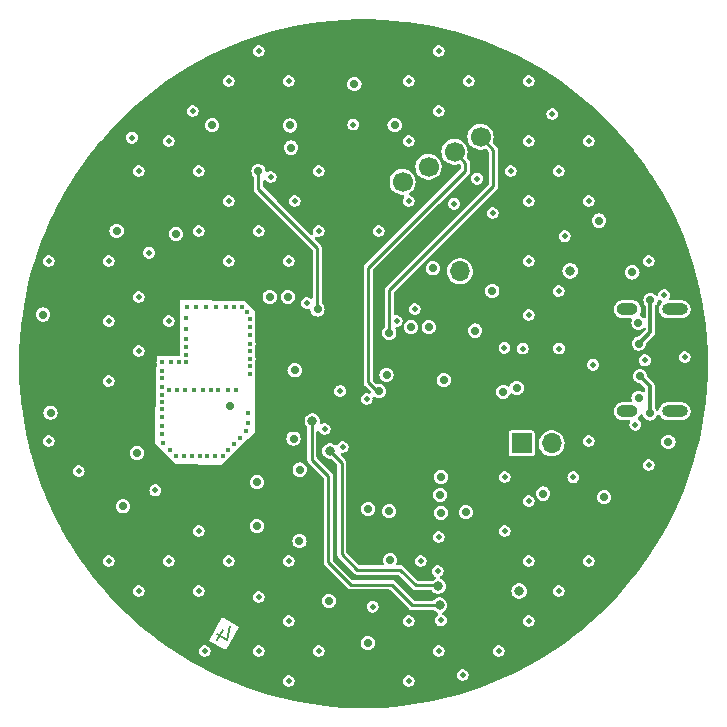
<source format=gbl>
G04 #@! TF.GenerationSoftware,KiCad,Pcbnew,8.0.6*
G04 #@! TF.CreationDate,2025-05-06T14:40:43+02:00*
G04 #@! TF.ProjectId,capacitance,63617061-6369-4746-916e-63652e6b6963,rev?*
G04 #@! TF.SameCoordinates,Original*
G04 #@! TF.FileFunction,Copper,L4,Bot*
G04 #@! TF.FilePolarity,Positive*
%FSLAX46Y46*%
G04 Gerber Fmt 4.6, Leading zero omitted, Abs format (unit mm)*
G04 Created by KiCad (PCBNEW 8.0.6) date 2025-05-06 14:40:43*
%MOMM*%
%LPD*%
G01*
G04 APERTURE LIST*
G04 Aperture macros list*
%AMHorizOval*
0 Thick line with rounded ends*
0 $1 width*
0 $2 $3 position (X,Y) of the first rounded end (center of the circle)*
0 $4 $5 position (X,Y) of the second rounded end (center of the circle)*
0 Add line between two ends*
20,1,$1,$2,$3,$4,$5,0*
0 Add two circle primitives to create the rounded ends*
1,1,$1,$2,$3*
1,1,$1,$4,$5*%
%AMRotRect*
0 Rectangle, with rotation*
0 The origin of the aperture is its center*
0 $1 length*
0 $2 width*
0 $3 Rotation angle, in degrees counterclockwise*
0 Add horizontal line*
21,1,$1,$2,0,0,$3*%
G04 Aperture macros list end*
%ADD10C,0.187500*%
G04 #@! TA.AperFunction,NonConductor*
%ADD11C,0.187500*%
G04 #@! TD*
G04 #@! TA.AperFunction,ComponentPad*
%ADD12R,1.700000X1.700000*%
G04 #@! TD*
G04 #@! TA.AperFunction,ComponentPad*
%ADD13O,1.700000X1.700000*%
G04 #@! TD*
G04 #@! TA.AperFunction,ComponentPad*
%ADD14RotRect,1.700000X1.700000X300.000000*%
G04 #@! TD*
G04 #@! TA.AperFunction,ComponentPad*
%ADD15HorizOval,1.700000X0.000000X0.000000X0.000000X0.000000X0*%
G04 #@! TD*
G04 #@! TA.AperFunction,ComponentPad*
%ADD16O,1.800000X1.000000*%
G04 #@! TD*
G04 #@! TA.AperFunction,ComponentPad*
%ADD17O,2.200000X1.000000*%
G04 #@! TD*
G04 #@! TA.AperFunction,ViaPad*
%ADD18C,0.700000*%
G04 #@! TD*
G04 #@! TA.AperFunction,ViaPad*
%ADD19C,0.800000*%
G04 #@! TD*
G04 #@! TA.AperFunction,ViaPad*
%ADD20C,0.450000*%
G04 #@! TD*
G04 #@! TA.AperFunction,ViaPad*
%ADD21C,0.500000*%
G04 #@! TD*
G04 #@! TA.AperFunction,Conductor*
%ADD22C,0.300000*%
G04 #@! TD*
G04 #@! TA.AperFunction,Conductor*
%ADD23C,0.284000*%
G04 #@! TD*
G04 APERTURE END LIST*
D10*
D11*
X131573806Y-127774875D02*
X131073806Y-128640901D01*
X132168815Y-127458575D02*
X131942396Y-128565031D01*
X131942396Y-128565031D02*
X131138229Y-128100745D01*
D12*
X156892499Y-111959990D03*
D13*
X159432497Y-111959976D03*
D14*
X155609114Y-84730000D03*
D15*
X153409409Y-86000000D03*
X151209705Y-87270000D03*
X149010000Y-88540000D03*
X146810296Y-89810000D03*
D12*
X151650022Y-99929998D03*
D13*
X151650000Y-97390000D03*
D16*
X165840000Y-109240000D03*
D17*
X169840000Y-109240000D03*
D16*
X165840000Y-100600000D03*
D17*
X169840000Y-100600000D03*
D18*
X146460000Y-104960000D03*
D19*
X152120000Y-128190000D03*
D18*
X139180000Y-117480000D03*
X136540000Y-104250000D03*
X135450000Y-104280000D03*
D19*
X156105659Y-125275311D03*
D18*
X137230000Y-82890000D03*
X136520000Y-103370000D03*
X138080000Y-118740000D03*
D19*
X146310000Y-114860000D03*
D18*
X138230000Y-117490000D03*
X130870000Y-82860000D03*
D19*
X146300000Y-116310000D03*
D20*
X126300039Y-114052667D03*
D18*
X137290000Y-117480000D03*
X135450000Y-105210000D03*
D19*
X151030000Y-104524999D03*
D18*
X149307500Y-98740000D03*
X136080000Y-118770000D03*
X121100000Y-100175000D03*
X149010000Y-105850000D03*
X136590000Y-105210000D03*
X135440000Y-103370000D03*
X137100000Y-118750000D03*
D20*
X160193112Y-96396091D03*
D19*
X152150000Y-121720000D03*
D20*
X127610428Y-95500686D03*
D18*
X143225000Y-113895000D03*
D20*
X144010001Y-86280000D03*
X142630000Y-124720000D03*
X159424599Y-115331786D03*
D18*
X167750000Y-109420000D03*
X166920000Y-106270000D03*
X167800000Y-99830000D03*
X166810000Y-103510000D03*
X145690000Y-102600000D03*
X144840000Y-107550000D03*
D19*
X140660000Y-112600000D03*
X149835000Y-124055000D03*
X149940000Y-125640000D03*
X139170000Y-110060000D03*
D18*
X134610000Y-88910000D03*
X139610000Y-100620000D03*
D20*
X130280000Y-113020000D03*
D18*
X145450000Y-106160000D03*
D20*
X132685000Y-107475000D03*
D21*
X134620000Y-129540000D03*
X135636000Y-89408000D03*
D20*
X126446617Y-108440000D03*
X133870000Y-105420000D03*
D18*
X122601938Y-93955109D03*
X149370001Y-97139999D03*
D20*
X128510000Y-103090000D03*
D21*
X129540000Y-124460000D03*
X149775000Y-122775000D03*
D20*
X131220000Y-107475000D03*
X129150000Y-107475000D03*
D21*
X134620000Y-93980000D03*
D20*
X131850000Y-100420000D03*
D18*
X146140001Y-85010000D03*
D21*
X162560000Y-91440000D03*
X137668000Y-91440000D03*
X162560000Y-111760000D03*
X134620000Y-124968000D03*
X147320000Y-81280000D03*
X124460000Y-99568000D03*
X124460000Y-104140000D03*
D20*
X128370000Y-107475000D03*
D18*
X150000000Y-116320001D03*
D21*
X137160000Y-96520000D03*
D18*
X149020000Y-102120000D03*
X169314994Y-111835006D03*
X142730001Y-81540000D03*
X117004999Y-109350000D03*
D21*
X129032000Y-83820000D03*
D18*
X127628027Y-94222867D03*
D21*
X159500000Y-84075000D03*
X155448000Y-119380000D03*
X161268004Y-114821428D03*
D20*
X133860000Y-106110000D03*
D21*
X132080000Y-81280000D03*
D20*
X132020000Y-112500000D03*
D21*
X134620000Y-78740000D03*
D20*
X130930000Y-113030000D03*
D21*
X139700000Y-129540000D03*
X132080000Y-91440000D03*
X138684000Y-100076000D03*
D20*
X128510000Y-102240000D03*
X128545000Y-100435000D03*
D21*
X170688000Y-104648000D03*
D18*
X145670000Y-117700000D03*
D21*
X121920000Y-96520000D03*
D20*
X132000000Y-107475000D03*
D21*
X139700000Y-88900000D03*
D18*
X140573346Y-125281704D03*
D21*
X154940000Y-129540000D03*
D20*
X128510000Y-103830000D03*
D18*
X116375000Y-101050000D03*
D20*
X126520000Y-111900000D03*
X133860000Y-101450000D03*
D21*
X143764000Y-108204000D03*
D18*
X166780000Y-101760000D03*
X158720298Y-116214157D03*
D21*
X168950000Y-99425000D03*
X132080000Y-121920000D03*
X124460000Y-124460000D03*
X127000000Y-86360000D03*
D18*
X150050000Y-117830000D03*
D21*
X157480000Y-127000000D03*
X157480000Y-96520000D03*
X116840000Y-111760000D03*
D20*
X129890000Y-107475000D03*
D21*
X157480000Y-91440000D03*
D18*
X163444570Y-93099618D03*
D20*
X126446617Y-107220585D03*
D19*
X160996639Y-97353147D03*
D20*
X133645000Y-100815000D03*
D21*
X116840000Y-96520000D03*
D20*
X133860000Y-102810000D03*
D21*
X157480000Y-116840000D03*
D20*
X128510000Y-101310000D03*
D18*
X137090000Y-99550000D03*
D20*
X126446617Y-111176617D03*
D18*
X145755000Y-121840000D03*
D20*
X133761944Y-110238056D03*
X126446617Y-105840000D03*
X133045000Y-111475000D03*
D21*
X125880000Y-115930000D03*
X151892000Y-131572000D03*
X167325000Y-104925000D03*
X149860000Y-78740000D03*
D20*
X132520000Y-100420000D03*
D21*
X155956000Y-88900000D03*
X129540000Y-88900000D03*
D18*
X152950000Y-102410000D03*
D20*
X126446617Y-110490000D03*
X133575000Y-110945000D03*
D21*
X147320000Y-91440000D03*
X148336000Y-121920000D03*
X129540000Y-93980000D03*
X124460000Y-88900000D03*
D20*
X127744997Y-107475000D03*
D21*
X150050000Y-126925000D03*
X130048000Y-129540000D03*
D20*
X126446617Y-106465003D03*
D21*
X137160000Y-81280000D03*
D18*
X138100000Y-114180000D03*
D21*
X149860000Y-83820000D03*
X155448000Y-114808000D03*
D18*
X163890000Y-116520000D03*
D21*
X155440000Y-103875005D03*
X160020000Y-99060000D03*
X121920000Y-106680000D03*
D18*
X134480000Y-115240000D03*
D20*
X127650000Y-113030000D03*
D21*
X123900000Y-86075000D03*
D20*
X128500000Y-105070000D03*
D21*
X162950000Y-105300000D03*
X147320000Y-127000000D03*
X151175000Y-91675000D03*
D18*
X143900000Y-117510000D03*
D20*
X133860000Y-102140000D03*
D18*
X155337494Y-107590000D03*
D21*
X157480000Y-121920000D03*
D18*
X166790000Y-108100000D03*
X137360000Y-86920000D03*
D21*
X167640000Y-113792000D03*
X140208000Y-110744000D03*
X137160000Y-127000000D03*
X142642437Y-84962436D03*
D18*
X130700000Y-85020000D03*
D21*
X121920000Y-121920000D03*
X162560000Y-86360000D03*
D20*
X128340000Y-113050000D03*
D21*
X149860000Y-129540000D03*
X121920000Y-101600000D03*
X157480000Y-81280000D03*
D19*
X156683965Y-124459488D03*
D20*
X129020000Y-113050000D03*
D18*
X154410000Y-99060000D03*
D21*
X156980002Y-103930002D03*
X119380000Y-114300000D03*
D20*
X129630000Y-113040000D03*
D18*
X150070000Y-114810000D03*
D20*
X126446617Y-107845588D03*
X133180000Y-100420000D03*
D21*
X147320000Y-86360000D03*
X147320000Y-132080000D03*
D18*
X137670000Y-105780000D03*
D21*
X147828000Y-100584000D03*
D18*
X134480000Y-118960000D03*
X138079998Y-120240001D03*
D20*
X130130000Y-100420000D03*
D18*
X156470000Y-107267494D03*
D21*
X166525000Y-110375000D03*
D20*
X127920000Y-105070000D03*
X127050000Y-107475000D03*
D21*
X160059998Y-103930002D03*
X157480000Y-86360000D03*
X144780000Y-93980000D03*
D20*
X127120000Y-112500000D03*
D18*
X137580000Y-111550000D03*
X137290000Y-85040000D03*
D20*
X129340000Y-100420000D03*
D18*
X124320000Y-112770000D03*
D20*
X131030000Y-100420000D03*
D21*
X129540000Y-119380000D03*
D20*
X131570000Y-112990000D03*
D21*
X137160000Y-132080000D03*
D20*
X127220000Y-105070000D03*
D21*
X127000000Y-121920000D03*
X146304000Y-101600000D03*
D20*
X130550000Y-107475000D03*
D21*
X144270249Y-125778597D03*
X132080000Y-96520000D03*
X141525000Y-107525000D03*
D18*
X166270000Y-97480000D03*
D20*
X133890000Y-104810000D03*
D18*
X135560000Y-99560000D03*
X152160000Y-117780001D03*
X143858346Y-128856702D03*
D21*
X153125000Y-89550000D03*
X162560000Y-121920000D03*
X160020000Y-124460000D03*
X167640000Y-96520000D03*
D20*
X126446617Y-109720000D03*
D18*
X147530000Y-102120000D03*
D21*
X157480000Y-101092000D03*
D20*
X133880000Y-103550000D03*
D18*
X123156742Y-117289722D03*
D20*
X133870000Y-104160000D03*
D21*
X125353784Y-95817913D03*
X149860000Y-119888000D03*
D20*
X126446617Y-109066617D03*
D21*
X152400000Y-81280000D03*
D20*
X126446617Y-105110000D03*
D21*
X141732000Y-112268000D03*
X127000000Y-101600000D03*
X154432000Y-92456000D03*
X139700000Y-93980000D03*
D20*
X128510000Y-104490000D03*
D21*
X137160000Y-121920000D03*
D20*
X133761944Y-109388056D03*
D21*
X160020000Y-88900000D03*
D18*
X150300000Y-106590000D03*
X132160000Y-108810000D03*
D21*
X160531544Y-94410271D03*
D20*
X132535000Y-111985000D03*
D22*
X167750000Y-107100000D02*
X167750000Y-109420000D01*
X166920000Y-106270000D02*
X167750000Y-107100000D01*
X166810000Y-103510000D02*
X167800000Y-102520000D01*
X167800000Y-102520000D02*
X167800000Y-99830000D01*
D23*
X154500000Y-87090591D02*
X154500000Y-90170000D01*
X153409409Y-86000000D02*
X154500000Y-87090591D01*
X145690000Y-98980000D02*
X145690000Y-102600000D01*
X154500000Y-90170000D02*
X145690000Y-98980000D01*
X143900000Y-97110000D02*
X152130000Y-88880000D01*
X152130000Y-88880000D02*
X152130000Y-88190295D01*
X144840000Y-107550000D02*
X144670000Y-107550000D01*
X144670000Y-107550000D02*
X143900000Y-106780000D01*
X143900000Y-106780000D02*
X143900000Y-97110000D01*
X152130000Y-88190295D02*
X151209705Y-87270000D01*
X147916000Y-123966000D02*
X146620000Y-122670000D01*
X146620000Y-122670000D02*
X142990000Y-122670000D01*
X141660000Y-121340000D02*
X141660000Y-113600000D01*
X149746000Y-123966000D02*
X147916000Y-123966000D01*
X142990000Y-122670000D02*
X141660000Y-121340000D01*
X141660000Y-113600000D02*
X140660000Y-112600000D01*
X149835000Y-124055000D02*
X149746000Y-123966000D01*
X139130000Y-113340000D02*
X140530000Y-114740000D01*
X145900000Y-123930000D02*
X147630000Y-125660000D01*
X147630000Y-125660000D02*
X149920000Y-125660000D01*
X139130000Y-110100000D02*
X139130000Y-113340000D01*
X142435000Y-123930000D02*
X145900000Y-123930000D01*
X139170000Y-110060000D02*
X139130000Y-110100000D01*
X149920000Y-125660000D02*
X149940000Y-125640000D01*
X140530000Y-114740000D02*
X140530000Y-122025000D01*
X140530000Y-122025000D02*
X142435000Y-123930000D01*
X139580000Y-100590000D02*
X139580000Y-95390000D01*
X139610000Y-100620000D02*
X139580000Y-100590000D01*
X139580000Y-95390000D02*
X134610000Y-90420000D01*
X134610000Y-90420000D02*
X134610000Y-88910000D01*
G04 #@! TA.AperFunction,Conductor*
G36*
X144041248Y-76043179D02*
G01*
X145113841Y-76082840D01*
X145118384Y-76083093D01*
X146188767Y-76162360D01*
X146193322Y-76162781D01*
X146905154Y-76242034D01*
X147260098Y-76281552D01*
X147264639Y-76282143D01*
X148326219Y-76440241D01*
X148330713Y-76440994D01*
X149385817Y-76638227D01*
X149390292Y-76639150D01*
X150437305Y-76875219D01*
X150441744Y-76876306D01*
X151479357Y-77150911D01*
X151483749Y-77152160D01*
X152510521Y-77464923D01*
X152514826Y-77466322D01*
X153477669Y-77798961D01*
X153529338Y-77816812D01*
X153533641Y-77818388D01*
X154534525Y-78206132D01*
X154538722Y-78207848D01*
X155524553Y-78632294D01*
X155528695Y-78634168D01*
X156051310Y-78882456D01*
X156498207Y-79094771D01*
X156502309Y-79096814D01*
X157454092Y-79592902D01*
X157458116Y-79595095D01*
X158390949Y-80126031D01*
X158394813Y-80128325D01*
X158926808Y-80457723D01*
X159307412Y-80693384D01*
X159311263Y-80695868D01*
X159435804Y-80779500D01*
X160202345Y-81294252D01*
X160206067Y-81296853D01*
X160957555Y-81842841D01*
X161074395Y-81927730D01*
X161078052Y-81930492D01*
X161922493Y-82593038D01*
X161926025Y-82595916D01*
X162426337Y-83019241D01*
X162745404Y-83289211D01*
X162748847Y-83292235D01*
X163542035Y-84015320D01*
X163545359Y-84018464D01*
X163989992Y-84454955D01*
X164311300Y-84770380D01*
X164314511Y-84773651D01*
X165052128Y-85553339D01*
X165055215Y-85556725D01*
X165763535Y-86363155D01*
X165766495Y-86366654D01*
X166028504Y-86688178D01*
X166364503Y-87100500D01*
X166444506Y-87198675D01*
X166447325Y-87202267D01*
X167079042Y-88038796D01*
X167094160Y-88058815D01*
X167096849Y-88062516D01*
X167312031Y-88370500D01*
X167711573Y-88942353D01*
X167714128Y-88946157D01*
X167826907Y-89120998D01*
X168271338Y-89809999D01*
X168295941Y-89848140D01*
X168298344Y-89852023D01*
X168393997Y-90013083D01*
X168846403Y-90774846D01*
X168848670Y-90778828D01*
X169188067Y-91401628D01*
X169357953Y-91713373D01*
X169362275Y-91721303D01*
X169364393Y-91725367D01*
X169842807Y-92686153D01*
X169844774Y-92690293D01*
X170287365Y-93668116D01*
X170289177Y-93672325D01*
X170695325Y-94665807D01*
X170696981Y-94670080D01*
X170971027Y-95418232D01*
X171020237Y-95552578D01*
X171066158Y-95677942D01*
X171067651Y-95682267D01*
X171335955Y-96508019D01*
X171399326Y-96703054D01*
X171400661Y-96707438D01*
X171694380Y-97739756D01*
X171695553Y-97744186D01*
X171824848Y-98271981D01*
X171950216Y-98783750D01*
X171950938Y-98786695D01*
X171951945Y-98791163D01*
X172021150Y-99126901D01*
X172168629Y-99842380D01*
X172169471Y-99846884D01*
X172347162Y-100905393D01*
X172347837Y-100909926D01*
X172486294Y-101974276D01*
X172486801Y-101978831D01*
X172585836Y-103047577D01*
X172586174Y-103052147D01*
X172645647Y-104123786D01*
X172645817Y-104128366D01*
X172665650Y-105201517D01*
X172665650Y-105206099D01*
X172645817Y-106279249D01*
X172645647Y-106283829D01*
X172586174Y-107355468D01*
X172585836Y-107360038D01*
X172486801Y-108428784D01*
X172486294Y-108433339D01*
X172347837Y-109497689D01*
X172347162Y-109502222D01*
X172169471Y-110560731D01*
X172168629Y-110565235D01*
X171951946Y-111616449D01*
X171950938Y-111620920D01*
X171695553Y-112663429D01*
X171694380Y-112667859D01*
X171400661Y-113700177D01*
X171399326Y-113704561D01*
X171067654Y-114725341D01*
X171066158Y-114729673D01*
X170696981Y-115737535D01*
X170695325Y-115741808D01*
X170289177Y-116735290D01*
X170287365Y-116739499D01*
X169844774Y-117717322D01*
X169842807Y-117721462D01*
X169364393Y-118682248D01*
X169362275Y-118686312D01*
X168848670Y-119628787D01*
X168846403Y-119632769D01*
X168298353Y-120555578D01*
X168295941Y-120559475D01*
X167714128Y-121461458D01*
X167711573Y-121465262D01*
X167096854Y-122345092D01*
X167094160Y-122348800D01*
X166447335Y-123205335D01*
X166444506Y-123208940D01*
X165766495Y-124040961D01*
X165763535Y-124044460D01*
X165055215Y-124850890D01*
X165052128Y-124854276D01*
X164314511Y-125633964D01*
X164311300Y-125637235D01*
X163545364Y-126389146D01*
X163542035Y-126392295D01*
X162748847Y-127115380D01*
X162745404Y-127118404D01*
X161926046Y-127811682D01*
X161922493Y-127814577D01*
X161078052Y-128477123D01*
X161074395Y-128479885D01*
X160206084Y-129110750D01*
X160202328Y-129113375D01*
X159311263Y-129711747D01*
X159307412Y-129714231D01*
X158394851Y-130279267D01*
X158390910Y-130281607D01*
X157458116Y-130812520D01*
X157454092Y-130814713D01*
X156502309Y-131310801D01*
X156498207Y-131312844D01*
X155528711Y-131773439D01*
X155524536Y-131775328D01*
X154538745Y-132199757D01*
X154534503Y-132201492D01*
X153533641Y-132589227D01*
X153529338Y-132590803D01*
X152514853Y-132941284D01*
X152510494Y-132942700D01*
X151483765Y-133255450D01*
X151479357Y-133256704D01*
X150441744Y-133531309D01*
X150437293Y-133532399D01*
X149390298Y-133768463D01*
X149385810Y-133769389D01*
X148330726Y-133966618D01*
X148326206Y-133967376D01*
X147264642Y-134125471D01*
X147260098Y-134126063D01*
X146193326Y-134244833D01*
X146188763Y-134245255D01*
X145118400Y-134324521D01*
X145113824Y-134324775D01*
X144041249Y-134364436D01*
X144036667Y-134364521D01*
X142963333Y-134364521D01*
X142958751Y-134364436D01*
X141886175Y-134324775D01*
X141881599Y-134324521D01*
X140811236Y-134245255D01*
X140806673Y-134244833D01*
X139739901Y-134126063D01*
X139735357Y-134125471D01*
X138673793Y-133967376D01*
X138669273Y-133966618D01*
X137614189Y-133769389D01*
X137609701Y-133768463D01*
X136562706Y-133532399D01*
X136558255Y-133531309D01*
X135520642Y-133256704D01*
X135516234Y-133255450D01*
X134489505Y-132942700D01*
X134485146Y-132941284D01*
X133470661Y-132590803D01*
X133466358Y-132589227D01*
X132465496Y-132201492D01*
X132461254Y-132199757D01*
X132183103Y-132080000D01*
X136654353Y-132080000D01*
X136674834Y-132222456D01*
X136734622Y-132353371D01*
X136734623Y-132353373D01*
X136828872Y-132462143D01*
X136949947Y-132539953D01*
X136949950Y-132539954D01*
X136949949Y-132539954D01*
X137088036Y-132580499D01*
X137088038Y-132580500D01*
X137088039Y-132580500D01*
X137231962Y-132580500D01*
X137231962Y-132580499D01*
X137370053Y-132539953D01*
X137491128Y-132462143D01*
X137585377Y-132353373D01*
X137645165Y-132222457D01*
X137665647Y-132080000D01*
X146814353Y-132080000D01*
X146834834Y-132222456D01*
X146894622Y-132353371D01*
X146894623Y-132353373D01*
X146988872Y-132462143D01*
X147109947Y-132539953D01*
X147109950Y-132539954D01*
X147109949Y-132539954D01*
X147248036Y-132580499D01*
X147248038Y-132580500D01*
X147248039Y-132580500D01*
X147391962Y-132580500D01*
X147391962Y-132580499D01*
X147530053Y-132539953D01*
X147651128Y-132462143D01*
X147745377Y-132353373D01*
X147805165Y-132222457D01*
X147825647Y-132080000D01*
X147805165Y-131937543D01*
X147745377Y-131806627D01*
X147651128Y-131697857D01*
X147530053Y-131620047D01*
X147530051Y-131620046D01*
X147530049Y-131620045D01*
X147530050Y-131620045D01*
X147391963Y-131579500D01*
X147391961Y-131579500D01*
X147248039Y-131579500D01*
X147248036Y-131579500D01*
X147109949Y-131620045D01*
X146988873Y-131697856D01*
X146894623Y-131806626D01*
X146894622Y-131806628D01*
X146834834Y-131937543D01*
X146814353Y-132080000D01*
X137665647Y-132080000D01*
X137645165Y-131937543D01*
X137585377Y-131806627D01*
X137491128Y-131697857D01*
X137370053Y-131620047D01*
X137370051Y-131620046D01*
X137370049Y-131620045D01*
X137370050Y-131620045D01*
X137231963Y-131579500D01*
X137231961Y-131579500D01*
X137088039Y-131579500D01*
X137088036Y-131579500D01*
X136949949Y-131620045D01*
X136828873Y-131697856D01*
X136734623Y-131806626D01*
X136734622Y-131806628D01*
X136674834Y-131937543D01*
X136654353Y-132080000D01*
X132183103Y-132080000D01*
X131475463Y-131775328D01*
X131471288Y-131773439D01*
X131047284Y-131572000D01*
X151386353Y-131572000D01*
X151406834Y-131714456D01*
X151466622Y-131845371D01*
X151466623Y-131845373D01*
X151560872Y-131954143D01*
X151681947Y-132031953D01*
X151681950Y-132031954D01*
X151681949Y-132031954D01*
X151820036Y-132072499D01*
X151820038Y-132072500D01*
X151820039Y-132072500D01*
X151963962Y-132072500D01*
X151963962Y-132072499D01*
X152102053Y-132031953D01*
X152223128Y-131954143D01*
X152317377Y-131845373D01*
X152377165Y-131714457D01*
X152397647Y-131572000D01*
X152377165Y-131429543D01*
X152317377Y-131298627D01*
X152223128Y-131189857D01*
X152102053Y-131112047D01*
X152102051Y-131112046D01*
X152102049Y-131112045D01*
X152102050Y-131112045D01*
X151963963Y-131071500D01*
X151963961Y-131071500D01*
X151820039Y-131071500D01*
X151820036Y-131071500D01*
X151681949Y-131112045D01*
X151560873Y-131189856D01*
X151466623Y-131298626D01*
X151466622Y-131298628D01*
X151406834Y-131429543D01*
X151386353Y-131572000D01*
X131047284Y-131572000D01*
X130501792Y-131312844D01*
X130497690Y-131310801D01*
X129545907Y-130814713D01*
X129541883Y-130812520D01*
X129047820Y-130531317D01*
X128609067Y-130281594D01*
X128605170Y-130279280D01*
X128154042Y-129999953D01*
X127692587Y-129714231D01*
X127688736Y-129711747D01*
X127432979Y-129540000D01*
X129542353Y-129540000D01*
X129562834Y-129682456D01*
X129622622Y-129813371D01*
X129622623Y-129813373D01*
X129716872Y-129922143D01*
X129837947Y-129999953D01*
X129837950Y-129999954D01*
X129837949Y-129999954D01*
X129976036Y-130040499D01*
X129976038Y-130040500D01*
X129976039Y-130040500D01*
X130119962Y-130040500D01*
X130119962Y-130040499D01*
X130258053Y-129999953D01*
X130379128Y-129922143D01*
X130473377Y-129813373D01*
X130533165Y-129682457D01*
X130553647Y-129540000D01*
X134114353Y-129540000D01*
X134134834Y-129682456D01*
X134194622Y-129813371D01*
X134194623Y-129813373D01*
X134288872Y-129922143D01*
X134409947Y-129999953D01*
X134409950Y-129999954D01*
X134409949Y-129999954D01*
X134548036Y-130040499D01*
X134548038Y-130040500D01*
X134548039Y-130040500D01*
X134691962Y-130040500D01*
X134691962Y-130040499D01*
X134830053Y-129999953D01*
X134951128Y-129922143D01*
X135045377Y-129813373D01*
X135105165Y-129682457D01*
X135125647Y-129540000D01*
X139194353Y-129540000D01*
X139214834Y-129682456D01*
X139274622Y-129813371D01*
X139274623Y-129813373D01*
X139368872Y-129922143D01*
X139489947Y-129999953D01*
X139489950Y-129999954D01*
X139489949Y-129999954D01*
X139628036Y-130040499D01*
X139628038Y-130040500D01*
X139628039Y-130040500D01*
X139771962Y-130040500D01*
X139771962Y-130040499D01*
X139910053Y-129999953D01*
X140031128Y-129922143D01*
X140125377Y-129813373D01*
X140185165Y-129682457D01*
X140205647Y-129540000D01*
X149354353Y-129540000D01*
X149374834Y-129682456D01*
X149434622Y-129813371D01*
X149434623Y-129813373D01*
X149528872Y-129922143D01*
X149649947Y-129999953D01*
X149649950Y-129999954D01*
X149649949Y-129999954D01*
X149788036Y-130040499D01*
X149788038Y-130040500D01*
X149788039Y-130040500D01*
X149931962Y-130040500D01*
X149931962Y-130040499D01*
X150070053Y-129999953D01*
X150191128Y-129922143D01*
X150285377Y-129813373D01*
X150345165Y-129682457D01*
X150365647Y-129540000D01*
X154434353Y-129540000D01*
X154454834Y-129682456D01*
X154514622Y-129813371D01*
X154514623Y-129813373D01*
X154608872Y-129922143D01*
X154729947Y-129999953D01*
X154729950Y-129999954D01*
X154729949Y-129999954D01*
X154868036Y-130040499D01*
X154868038Y-130040500D01*
X154868039Y-130040500D01*
X155011962Y-130040500D01*
X155011962Y-130040499D01*
X155150053Y-129999953D01*
X155271128Y-129922143D01*
X155365377Y-129813373D01*
X155425165Y-129682457D01*
X155445647Y-129540000D01*
X155425165Y-129397543D01*
X155365377Y-129266627D01*
X155271128Y-129157857D01*
X155150053Y-129080047D01*
X155150051Y-129080046D01*
X155150049Y-129080045D01*
X155150050Y-129080045D01*
X155011963Y-129039500D01*
X155011961Y-129039500D01*
X154868039Y-129039500D01*
X154868036Y-129039500D01*
X154729949Y-129080045D01*
X154608873Y-129157856D01*
X154514623Y-129266626D01*
X154514622Y-129266628D01*
X154454834Y-129397543D01*
X154434353Y-129540000D01*
X150365647Y-129540000D01*
X150345165Y-129397543D01*
X150285377Y-129266627D01*
X150191128Y-129157857D01*
X150070053Y-129080047D01*
X150070051Y-129080046D01*
X150070049Y-129080045D01*
X150070050Y-129080045D01*
X149931963Y-129039500D01*
X149931961Y-129039500D01*
X149788039Y-129039500D01*
X149788036Y-129039500D01*
X149649949Y-129080045D01*
X149528873Y-129157856D01*
X149434623Y-129266626D01*
X149434622Y-129266628D01*
X149374834Y-129397543D01*
X149354353Y-129540000D01*
X140205647Y-129540000D01*
X140185165Y-129397543D01*
X140125377Y-129266627D01*
X140031128Y-129157857D01*
X139910053Y-129080047D01*
X139910051Y-129080046D01*
X139910049Y-129080045D01*
X139910050Y-129080045D01*
X139771963Y-129039500D01*
X139771961Y-129039500D01*
X139628039Y-129039500D01*
X139628036Y-129039500D01*
X139489949Y-129080045D01*
X139368873Y-129157856D01*
X139274623Y-129266626D01*
X139274622Y-129266628D01*
X139214834Y-129397543D01*
X139194353Y-129540000D01*
X135125647Y-129540000D01*
X135105165Y-129397543D01*
X135045377Y-129266627D01*
X134951128Y-129157857D01*
X134830053Y-129080047D01*
X134830051Y-129080046D01*
X134830049Y-129080045D01*
X134830050Y-129080045D01*
X134691963Y-129039500D01*
X134691961Y-129039500D01*
X134548039Y-129039500D01*
X134548036Y-129039500D01*
X134409949Y-129080045D01*
X134288873Y-129157856D01*
X134194623Y-129266626D01*
X134194622Y-129266628D01*
X134134834Y-129397543D01*
X134114353Y-129540000D01*
X130553647Y-129540000D01*
X130533165Y-129397543D01*
X130473377Y-129266627D01*
X130379128Y-129157857D01*
X130258053Y-129080047D01*
X130258051Y-129080046D01*
X130258049Y-129080045D01*
X130258050Y-129080045D01*
X130119963Y-129039500D01*
X130119961Y-129039500D01*
X129976039Y-129039500D01*
X129976036Y-129039500D01*
X129837949Y-129080045D01*
X129716873Y-129157856D01*
X129622623Y-129266626D01*
X129622622Y-129266628D01*
X129562834Y-129397543D01*
X129542353Y-129540000D01*
X127432979Y-129540000D01*
X126797671Y-129113375D01*
X126793915Y-129110750D01*
X126660012Y-129013464D01*
X126175701Y-128661591D01*
X130411144Y-128661591D01*
X130411144Y-128661592D01*
X131821160Y-129475665D01*
X132178520Y-128856700D01*
X143252664Y-128856700D01*
X143252664Y-128856703D01*
X143273301Y-129013462D01*
X143273302Y-129013464D01*
X143333111Y-129157857D01*
X143333810Y-129159543D01*
X143430064Y-129284984D01*
X143555505Y-129381238D01*
X143701584Y-129441746D01*
X143779965Y-129452065D01*
X143858345Y-129462384D01*
X143858346Y-129462384D01*
X143858347Y-129462384D01*
X143910600Y-129455504D01*
X144015108Y-129441746D01*
X144161187Y-129381238D01*
X144286628Y-129284984D01*
X144382882Y-129159543D01*
X144443390Y-129013464D01*
X144464028Y-128856702D01*
X144443390Y-128699940D01*
X144382882Y-128553861D01*
X144286628Y-128428420D01*
X144161187Y-128332166D01*
X144015108Y-128271658D01*
X144015106Y-128271657D01*
X143858347Y-128251020D01*
X143858345Y-128251020D01*
X143701585Y-128271657D01*
X143701583Y-128271658D01*
X143555506Y-128332165D01*
X143430064Y-128428420D01*
X143333809Y-128553862D01*
X143273302Y-128699939D01*
X143273301Y-128699941D01*
X143252664Y-128856700D01*
X132178520Y-128856700D01*
X132956661Y-127508920D01*
X132956660Y-127508919D01*
X132075186Y-127000000D01*
X136654353Y-127000000D01*
X136674834Y-127142456D01*
X136700370Y-127198371D01*
X136734623Y-127273373D01*
X136828872Y-127382143D01*
X136949947Y-127459953D01*
X136949950Y-127459954D01*
X136949949Y-127459954D01*
X137088036Y-127500499D01*
X137088038Y-127500500D01*
X137088039Y-127500500D01*
X137231962Y-127500500D01*
X137231962Y-127500499D01*
X137370053Y-127459953D01*
X137491128Y-127382143D01*
X137585377Y-127273373D01*
X137645165Y-127142457D01*
X137665647Y-127000000D01*
X146814353Y-127000000D01*
X146834834Y-127142456D01*
X146860370Y-127198371D01*
X146894623Y-127273373D01*
X146988872Y-127382143D01*
X147109947Y-127459953D01*
X147109950Y-127459954D01*
X147109949Y-127459954D01*
X147248036Y-127500499D01*
X147248038Y-127500500D01*
X147248039Y-127500500D01*
X147391962Y-127500500D01*
X147391962Y-127500499D01*
X147530053Y-127459953D01*
X147651128Y-127382143D01*
X147745377Y-127273373D01*
X147805165Y-127142457D01*
X147825647Y-127000000D01*
X147805165Y-126857543D01*
X147745377Y-126726627D01*
X147651128Y-126617857D01*
X147530053Y-126540047D01*
X147530051Y-126540046D01*
X147530049Y-126540045D01*
X147530050Y-126540045D01*
X147391963Y-126499500D01*
X147391961Y-126499500D01*
X147248039Y-126499500D01*
X147248036Y-126499500D01*
X147109949Y-126540045D01*
X146988873Y-126617856D01*
X146894623Y-126726626D01*
X146894622Y-126726628D01*
X146834834Y-126857543D01*
X146814353Y-127000000D01*
X137665647Y-127000000D01*
X137645165Y-126857543D01*
X137585377Y-126726627D01*
X137491128Y-126617857D01*
X137370053Y-126540047D01*
X137370051Y-126540046D01*
X137370049Y-126540045D01*
X137370050Y-126540045D01*
X137231963Y-126499500D01*
X137231961Y-126499500D01*
X137088039Y-126499500D01*
X137088036Y-126499500D01*
X136949949Y-126540045D01*
X136828873Y-126617856D01*
X136734623Y-126726626D01*
X136734622Y-126726628D01*
X136674834Y-126857543D01*
X136654353Y-127000000D01*
X132075186Y-127000000D01*
X131546645Y-126694847D01*
X131546644Y-126694847D01*
X130411144Y-128661591D01*
X126175701Y-128661591D01*
X125925604Y-128479885D01*
X125921947Y-128477123D01*
X125077506Y-127814577D01*
X125073968Y-127811694D01*
X124694586Y-127490690D01*
X124254595Y-127118404D01*
X124251152Y-127115380D01*
X123457964Y-126392295D01*
X123454635Y-126389146D01*
X123329379Y-126266184D01*
X122762806Y-125709985D01*
X122688699Y-125637235D01*
X122685488Y-125633964D01*
X122055459Y-124968000D01*
X134114353Y-124968000D01*
X134134834Y-125110456D01*
X134178226Y-125205470D01*
X134194623Y-125241373D01*
X134288872Y-125350143D01*
X134409947Y-125427953D01*
X134409950Y-125427954D01*
X134409949Y-125427954D01*
X134548036Y-125468499D01*
X134548038Y-125468500D01*
X134548039Y-125468500D01*
X134691962Y-125468500D01*
X134691962Y-125468499D01*
X134830053Y-125427953D01*
X134951128Y-125350143D01*
X135010432Y-125281702D01*
X139967664Y-125281702D01*
X139967664Y-125281705D01*
X139988301Y-125438464D01*
X139988302Y-125438466D01*
X140015954Y-125505225D01*
X140048810Y-125584545D01*
X140145064Y-125709986D01*
X140270505Y-125806240D01*
X140416584Y-125866748D01*
X140494965Y-125877067D01*
X140573345Y-125887386D01*
X140573346Y-125887386D01*
X140573347Y-125887386D01*
X140625600Y-125880506D01*
X140730108Y-125866748D01*
X140876187Y-125806240D01*
X140912212Y-125778597D01*
X143764602Y-125778597D01*
X143785083Y-125921053D01*
X143844871Y-126051968D01*
X143844872Y-126051970D01*
X143939121Y-126160740D01*
X144060196Y-126238550D01*
X144060199Y-126238551D01*
X144060198Y-126238551D01*
X144198285Y-126279096D01*
X144198287Y-126279097D01*
X144198288Y-126279097D01*
X144342211Y-126279097D01*
X144342211Y-126279096D01*
X144480302Y-126238550D01*
X144601377Y-126160740D01*
X144695626Y-126051970D01*
X144755414Y-125921054D01*
X144775896Y-125778597D01*
X144755414Y-125636140D01*
X144695626Y-125505224D01*
X144601377Y-125396454D01*
X144480302Y-125318644D01*
X144480300Y-125318643D01*
X144480298Y-125318642D01*
X144480299Y-125318642D01*
X144342212Y-125278097D01*
X144342210Y-125278097D01*
X144198288Y-125278097D01*
X144198285Y-125278097D01*
X144060198Y-125318642D01*
X143939122Y-125396453D01*
X143844872Y-125505223D01*
X143844871Y-125505225D01*
X143785083Y-125636140D01*
X143764602Y-125778597D01*
X140912212Y-125778597D01*
X141001628Y-125709986D01*
X141097882Y-125584545D01*
X141158390Y-125438466D01*
X141179028Y-125281704D01*
X141174566Y-125247815D01*
X141158390Y-125124943D01*
X141158390Y-125124942D01*
X141097882Y-124978863D01*
X141001628Y-124853422D01*
X140876187Y-124757168D01*
X140730108Y-124696660D01*
X140730106Y-124696659D01*
X140573347Y-124676022D01*
X140573345Y-124676022D01*
X140416585Y-124696659D01*
X140416583Y-124696660D01*
X140270506Y-124757167D01*
X140145064Y-124853422D01*
X140048809Y-124978864D01*
X139988302Y-125124941D01*
X139988301Y-125124943D01*
X139967664Y-125281702D01*
X135010432Y-125281702D01*
X135045377Y-125241373D01*
X135105165Y-125110457D01*
X135125647Y-124968000D01*
X135105165Y-124825543D01*
X135045377Y-124694627D01*
X134951128Y-124585857D01*
X134830053Y-124508047D01*
X134830051Y-124508046D01*
X134830049Y-124508045D01*
X134830050Y-124508045D01*
X134691963Y-124467500D01*
X134691961Y-124467500D01*
X134548039Y-124467500D01*
X134548036Y-124467500D01*
X134409949Y-124508045D01*
X134288873Y-124585856D01*
X134194623Y-124694626D01*
X134194622Y-124694628D01*
X134134834Y-124825543D01*
X134114353Y-124968000D01*
X122055459Y-124968000D01*
X121947871Y-124854276D01*
X121944784Y-124850890D01*
X121601450Y-124460000D01*
X123954353Y-124460000D01*
X123974834Y-124602456D01*
X124021894Y-124705500D01*
X124034623Y-124733373D01*
X124128872Y-124842143D01*
X124249947Y-124919953D01*
X124249950Y-124919954D01*
X124249949Y-124919954D01*
X124388036Y-124960499D01*
X124388038Y-124960500D01*
X124388039Y-124960500D01*
X124531962Y-124960500D01*
X124531962Y-124960499D01*
X124670053Y-124919953D01*
X124791128Y-124842143D01*
X124885377Y-124733373D01*
X124945165Y-124602457D01*
X124965647Y-124460000D01*
X129034353Y-124460000D01*
X129054834Y-124602456D01*
X129101894Y-124705500D01*
X129114623Y-124733373D01*
X129208872Y-124842143D01*
X129329947Y-124919953D01*
X129329950Y-124919954D01*
X129329949Y-124919954D01*
X129468036Y-124960499D01*
X129468038Y-124960500D01*
X129468039Y-124960500D01*
X129611962Y-124960500D01*
X129611962Y-124960499D01*
X129750053Y-124919953D01*
X129871128Y-124842143D01*
X129965377Y-124733373D01*
X130025165Y-124602457D01*
X130045647Y-124460000D01*
X130025165Y-124317543D01*
X129965377Y-124186627D01*
X129871128Y-124077857D01*
X129750053Y-124000047D01*
X129750051Y-124000046D01*
X129750049Y-124000045D01*
X129750050Y-124000045D01*
X129611963Y-123959500D01*
X129611961Y-123959500D01*
X129468039Y-123959500D01*
X129468036Y-123959500D01*
X129329949Y-124000045D01*
X129208873Y-124077856D01*
X129114623Y-124186626D01*
X129114622Y-124186628D01*
X129054834Y-124317543D01*
X129034353Y-124460000D01*
X124965647Y-124460000D01*
X124945165Y-124317543D01*
X124885377Y-124186627D01*
X124791128Y-124077857D01*
X124670053Y-124000047D01*
X124670051Y-124000046D01*
X124670049Y-124000045D01*
X124670050Y-124000045D01*
X124531963Y-123959500D01*
X124531961Y-123959500D01*
X124388039Y-123959500D01*
X124388036Y-123959500D01*
X124249949Y-124000045D01*
X124128873Y-124077856D01*
X124034623Y-124186626D01*
X124034622Y-124186628D01*
X123974834Y-124317543D01*
X123954353Y-124460000D01*
X121601450Y-124460000D01*
X121236464Y-124044460D01*
X121233504Y-124040961D01*
X120946693Y-123689001D01*
X120555477Y-123208920D01*
X120552679Y-123205355D01*
X119905827Y-122348784D01*
X119903145Y-122345092D01*
X119898943Y-122339078D01*
X119606142Y-121920000D01*
X121414353Y-121920000D01*
X121434834Y-122062456D01*
X121486468Y-122175516D01*
X121494623Y-122193373D01*
X121588872Y-122302143D01*
X121709947Y-122379953D01*
X121709950Y-122379954D01*
X121709949Y-122379954D01*
X121848036Y-122420499D01*
X121848038Y-122420500D01*
X121848039Y-122420500D01*
X121991962Y-122420500D01*
X121991962Y-122420499D01*
X122130053Y-122379953D01*
X122251128Y-122302143D01*
X122345377Y-122193373D01*
X122405165Y-122062457D01*
X122425647Y-121920000D01*
X126494353Y-121920000D01*
X126514834Y-122062456D01*
X126566468Y-122175516D01*
X126574623Y-122193373D01*
X126668872Y-122302143D01*
X126789947Y-122379953D01*
X126789950Y-122379954D01*
X126789949Y-122379954D01*
X126928036Y-122420499D01*
X126928038Y-122420500D01*
X126928039Y-122420500D01*
X127071962Y-122420500D01*
X127071962Y-122420499D01*
X127210053Y-122379953D01*
X127331128Y-122302143D01*
X127425377Y-122193373D01*
X127485165Y-122062457D01*
X127505647Y-121920000D01*
X131574353Y-121920000D01*
X131594834Y-122062456D01*
X131646468Y-122175516D01*
X131654623Y-122193373D01*
X131748872Y-122302143D01*
X131869947Y-122379953D01*
X131869950Y-122379954D01*
X131869949Y-122379954D01*
X132008036Y-122420499D01*
X132008038Y-122420500D01*
X132008039Y-122420500D01*
X132151962Y-122420500D01*
X132151962Y-122420499D01*
X132290053Y-122379953D01*
X132411128Y-122302143D01*
X132505377Y-122193373D01*
X132565165Y-122062457D01*
X132585647Y-121920000D01*
X136654353Y-121920000D01*
X136674834Y-122062456D01*
X136726468Y-122175516D01*
X136734623Y-122193373D01*
X136828872Y-122302143D01*
X136949947Y-122379953D01*
X136949950Y-122379954D01*
X136949949Y-122379954D01*
X137088036Y-122420499D01*
X137088038Y-122420500D01*
X137088039Y-122420500D01*
X137231962Y-122420500D01*
X137231962Y-122420499D01*
X137370053Y-122379953D01*
X137491128Y-122302143D01*
X137585377Y-122193373D01*
X137645165Y-122062457D01*
X137665647Y-121920000D01*
X137645165Y-121777543D01*
X137585377Y-121646627D01*
X137491128Y-121537857D01*
X137370053Y-121460047D01*
X137370051Y-121460046D01*
X137370049Y-121460045D01*
X137370050Y-121460045D01*
X137231963Y-121419500D01*
X137231961Y-121419500D01*
X137088039Y-121419500D01*
X137088036Y-121419500D01*
X136949949Y-121460045D01*
X136828873Y-121537856D01*
X136734623Y-121646626D01*
X136734622Y-121646628D01*
X136674834Y-121777543D01*
X136654353Y-121920000D01*
X132585647Y-121920000D01*
X132565165Y-121777543D01*
X132505377Y-121646627D01*
X132411128Y-121537857D01*
X132290053Y-121460047D01*
X132290051Y-121460046D01*
X132290049Y-121460045D01*
X132290050Y-121460045D01*
X132151963Y-121419500D01*
X132151961Y-121419500D01*
X132008039Y-121419500D01*
X132008036Y-121419500D01*
X131869949Y-121460045D01*
X131748873Y-121537856D01*
X131654623Y-121646626D01*
X131654622Y-121646628D01*
X131594834Y-121777543D01*
X131574353Y-121920000D01*
X127505647Y-121920000D01*
X127485165Y-121777543D01*
X127425377Y-121646627D01*
X127331128Y-121537857D01*
X127210053Y-121460047D01*
X127210051Y-121460046D01*
X127210049Y-121460045D01*
X127210050Y-121460045D01*
X127071963Y-121419500D01*
X127071961Y-121419500D01*
X126928039Y-121419500D01*
X126928036Y-121419500D01*
X126789949Y-121460045D01*
X126668873Y-121537856D01*
X126574623Y-121646626D01*
X126574622Y-121646628D01*
X126514834Y-121777543D01*
X126494353Y-121920000D01*
X122425647Y-121920000D01*
X122405165Y-121777543D01*
X122345377Y-121646627D01*
X122251128Y-121537857D01*
X122130053Y-121460047D01*
X122130051Y-121460046D01*
X122130049Y-121460045D01*
X122130050Y-121460045D01*
X121991963Y-121419500D01*
X121991961Y-121419500D01*
X121848039Y-121419500D01*
X121848036Y-121419500D01*
X121709949Y-121460045D01*
X121588873Y-121537856D01*
X121494623Y-121646626D01*
X121494622Y-121646628D01*
X121434834Y-121777543D01*
X121414353Y-121920000D01*
X119606142Y-121920000D01*
X119288423Y-121465258D01*
X119285871Y-121461458D01*
X119240857Y-121391673D01*
X118704040Y-120559447D01*
X118701664Y-120555607D01*
X118514226Y-120239999D01*
X137474316Y-120239999D01*
X137474316Y-120240002D01*
X137494953Y-120396761D01*
X137494954Y-120396763D01*
X137555462Y-120542842D01*
X137651716Y-120668283D01*
X137777157Y-120764537D01*
X137923236Y-120825045D01*
X138001617Y-120835364D01*
X138079997Y-120845683D01*
X138079998Y-120845683D01*
X138079999Y-120845683D01*
X138132252Y-120838803D01*
X138236760Y-120825045D01*
X138382839Y-120764537D01*
X138508280Y-120668283D01*
X138604534Y-120542842D01*
X138665042Y-120396763D01*
X138685680Y-120240001D01*
X138675328Y-120161373D01*
X138665042Y-120083240D01*
X138665042Y-120083239D01*
X138604534Y-119937160D01*
X138508280Y-119811719D01*
X138382839Y-119715465D01*
X138236760Y-119654957D01*
X138236758Y-119654956D01*
X138079999Y-119634319D01*
X138079997Y-119634319D01*
X137923237Y-119654956D01*
X137923235Y-119654957D01*
X137777158Y-119715464D01*
X137651716Y-119811719D01*
X137555461Y-119937161D01*
X137494954Y-120083238D01*
X137494953Y-120083240D01*
X137474316Y-120239999D01*
X118514226Y-120239999D01*
X118230430Y-119762143D01*
X118153596Y-119632769D01*
X118151329Y-119628787D01*
X118015752Y-119380000D01*
X129034353Y-119380000D01*
X129054834Y-119522456D01*
X129105213Y-119632769D01*
X129114623Y-119653373D01*
X129208872Y-119762143D01*
X129329947Y-119839953D01*
X129329950Y-119839954D01*
X129329949Y-119839954D01*
X129468036Y-119880499D01*
X129468038Y-119880500D01*
X129468039Y-119880500D01*
X129611962Y-119880500D01*
X129611962Y-119880499D01*
X129750053Y-119839953D01*
X129871128Y-119762143D01*
X129965377Y-119653373D01*
X130025165Y-119522457D01*
X130045647Y-119380000D01*
X130025165Y-119237543D01*
X129965377Y-119106627D01*
X129871128Y-118997857D01*
X129812218Y-118959998D01*
X133874318Y-118959998D01*
X133874318Y-118960001D01*
X133894955Y-119116760D01*
X133894956Y-119116762D01*
X133955464Y-119262841D01*
X134051718Y-119388282D01*
X134177159Y-119484536D01*
X134323238Y-119545044D01*
X134401619Y-119555363D01*
X134479999Y-119565682D01*
X134480000Y-119565682D01*
X134480001Y-119565682D01*
X134532254Y-119558802D01*
X134636762Y-119545044D01*
X134782841Y-119484536D01*
X134908282Y-119388282D01*
X135004536Y-119262841D01*
X135065044Y-119116762D01*
X135085682Y-118960000D01*
X135065044Y-118803238D01*
X135004536Y-118657159D01*
X134908282Y-118531718D01*
X134782841Y-118435464D01*
X134733540Y-118415043D01*
X134636762Y-118374956D01*
X134636760Y-118374955D01*
X134480001Y-118354318D01*
X134479999Y-118354318D01*
X134323239Y-118374955D01*
X134323237Y-118374956D01*
X134177160Y-118435463D01*
X134051718Y-118531718D01*
X133955463Y-118657160D01*
X133894956Y-118803237D01*
X133894955Y-118803239D01*
X133874318Y-118959998D01*
X129812218Y-118959998D01*
X129750053Y-118920047D01*
X129750051Y-118920046D01*
X129750049Y-118920045D01*
X129750050Y-118920045D01*
X129611963Y-118879500D01*
X129611961Y-118879500D01*
X129468039Y-118879500D01*
X129468036Y-118879500D01*
X129329949Y-118920045D01*
X129208873Y-118997856D01*
X129114623Y-119106626D01*
X129114622Y-119106628D01*
X129054834Y-119237543D01*
X129034353Y-119380000D01*
X118015752Y-119380000D01*
X117786872Y-118960001D01*
X117637708Y-118686281D01*
X117635622Y-118682279D01*
X117202692Y-117812839D01*
X117157192Y-117721462D01*
X117155225Y-117717322D01*
X116961680Y-117289720D01*
X122551060Y-117289720D01*
X122551060Y-117289723D01*
X122571697Y-117446482D01*
X122571698Y-117446484D01*
X122632206Y-117592563D01*
X122728460Y-117718004D01*
X122853901Y-117814258D01*
X122999980Y-117874766D01*
X123078361Y-117885085D01*
X123156741Y-117895404D01*
X123156742Y-117895404D01*
X123156743Y-117895404D01*
X123208996Y-117888524D01*
X123313504Y-117874766D01*
X123459583Y-117814258D01*
X123585024Y-117718004D01*
X123681278Y-117592563D01*
X123741786Y-117446484D01*
X123762424Y-117289722D01*
X123756530Y-117244956D01*
X123741786Y-117132961D01*
X123741786Y-117132960D01*
X123681278Y-116986881D01*
X123585024Y-116861440D01*
X123459583Y-116765186D01*
X123395623Y-116738693D01*
X123313504Y-116704678D01*
X123313502Y-116704677D01*
X123156743Y-116684040D01*
X123156741Y-116684040D01*
X122999981Y-116704677D01*
X122999979Y-116704678D01*
X122853902Y-116765185D01*
X122728460Y-116861440D01*
X122632205Y-116986882D01*
X122571698Y-117132959D01*
X122571697Y-117132961D01*
X122551060Y-117289720D01*
X116961680Y-117289720D01*
X116712634Y-116739499D01*
X116710822Y-116735290D01*
X116499004Y-116217160D01*
X116381609Y-115930000D01*
X125374353Y-115930000D01*
X125394834Y-116072456D01*
X125454622Y-116203371D01*
X125454623Y-116203373D01*
X125548872Y-116312143D01*
X125669947Y-116389953D01*
X125669950Y-116389954D01*
X125669949Y-116389954D01*
X125808036Y-116430499D01*
X125808038Y-116430500D01*
X125808039Y-116430500D01*
X125951962Y-116430500D01*
X125951962Y-116430499D01*
X126090053Y-116389953D01*
X126211128Y-116312143D01*
X126305377Y-116203373D01*
X126365165Y-116072457D01*
X126385647Y-115930000D01*
X126365165Y-115787543D01*
X126305377Y-115656627D01*
X126211128Y-115547857D01*
X126090053Y-115470047D01*
X126090051Y-115470046D01*
X126090049Y-115470045D01*
X126090050Y-115470045D01*
X125951963Y-115429500D01*
X125951961Y-115429500D01*
X125808039Y-115429500D01*
X125808036Y-115429500D01*
X125669949Y-115470045D01*
X125548873Y-115547856D01*
X125454623Y-115656626D01*
X125454622Y-115656628D01*
X125394834Y-115787543D01*
X125374353Y-115930000D01*
X116381609Y-115930000D01*
X116304669Y-115741797D01*
X116303018Y-115737535D01*
X116302074Y-115734957D01*
X116120772Y-115239998D01*
X133874318Y-115239998D01*
X133874318Y-115240001D01*
X133894955Y-115396760D01*
X133894956Y-115396762D01*
X133955464Y-115542841D01*
X134051718Y-115668282D01*
X134177159Y-115764536D01*
X134323238Y-115825044D01*
X134401619Y-115835363D01*
X134479999Y-115845682D01*
X134480000Y-115845682D01*
X134480001Y-115845682D01*
X134532254Y-115838802D01*
X134636762Y-115825044D01*
X134782841Y-115764536D01*
X134908282Y-115668282D01*
X135004536Y-115542841D01*
X135065044Y-115396762D01*
X135085682Y-115240000D01*
X135065044Y-115083238D01*
X135004536Y-114937159D01*
X134908282Y-114811718D01*
X134782841Y-114715464D01*
X134636762Y-114654956D01*
X134636760Y-114654955D01*
X134480001Y-114634318D01*
X134479999Y-114634318D01*
X134323239Y-114654955D01*
X134323237Y-114654956D01*
X134177160Y-114715463D01*
X134051718Y-114811718D01*
X133955463Y-114937160D01*
X133894956Y-115083237D01*
X133894955Y-115083239D01*
X133874318Y-115239998D01*
X116120772Y-115239998D01*
X115933828Y-114729635D01*
X115932358Y-114725380D01*
X115794143Y-114300000D01*
X118874353Y-114300000D01*
X118894834Y-114442456D01*
X118943061Y-114548056D01*
X118954623Y-114573373D01*
X119048872Y-114682143D01*
X119169947Y-114759953D01*
X119169950Y-114759954D01*
X119169949Y-114759954D01*
X119308036Y-114800499D01*
X119308038Y-114800500D01*
X119308039Y-114800500D01*
X119451962Y-114800500D01*
X119451962Y-114800499D01*
X119559121Y-114769035D01*
X119590050Y-114759954D01*
X119590050Y-114759953D01*
X119590053Y-114759953D01*
X119711128Y-114682143D01*
X119805377Y-114573373D01*
X119865165Y-114442457D01*
X119885647Y-114300000D01*
X119868394Y-114179998D01*
X137494318Y-114179998D01*
X137494318Y-114180001D01*
X137514955Y-114336760D01*
X137514956Y-114336762D01*
X137551886Y-114425920D01*
X137575464Y-114482841D01*
X137671718Y-114608282D01*
X137797159Y-114704536D01*
X137943238Y-114765044D01*
X138021619Y-114775363D01*
X138099999Y-114785682D01*
X138100000Y-114785682D01*
X138100001Y-114785682D01*
X138152254Y-114778802D01*
X138256762Y-114765044D01*
X138402841Y-114704536D01*
X138528282Y-114608282D01*
X138624536Y-114482841D01*
X138685044Y-114336762D01*
X138699764Y-114224955D01*
X138705682Y-114180001D01*
X138705682Y-114179998D01*
X138685044Y-114023239D01*
X138685044Y-114023238D01*
X138624536Y-113877159D01*
X138528282Y-113751718D01*
X138402841Y-113655464D01*
X138399497Y-113654079D01*
X138256762Y-113594956D01*
X138256760Y-113594955D01*
X138100001Y-113574318D01*
X138099999Y-113574318D01*
X137943239Y-113594955D01*
X137943237Y-113594956D01*
X137797160Y-113655463D01*
X137671718Y-113751718D01*
X137575463Y-113877160D01*
X137514956Y-114023237D01*
X137514955Y-114023239D01*
X137494318Y-114179998D01*
X119868394Y-114179998D01*
X119865165Y-114157543D01*
X119805377Y-114026627D01*
X119711128Y-113917857D01*
X119590053Y-113840047D01*
X119590051Y-113840046D01*
X119590049Y-113840045D01*
X119590050Y-113840045D01*
X119451963Y-113799500D01*
X119451961Y-113799500D01*
X119308039Y-113799500D01*
X119308036Y-113799500D01*
X119169949Y-113840045D01*
X119048873Y-113917856D01*
X118954623Y-114026626D01*
X118954622Y-114026628D01*
X118894834Y-114157543D01*
X118874353Y-114300000D01*
X115794143Y-114300000D01*
X115600661Y-113704524D01*
X115599349Y-113700215D01*
X115334680Y-112769998D01*
X123714318Y-112769998D01*
X123714318Y-112770001D01*
X123734955Y-112926760D01*
X123734956Y-112926762D01*
X123790347Y-113060489D01*
X123795464Y-113072841D01*
X123891718Y-113198282D01*
X124017159Y-113294536D01*
X124163238Y-113355044D01*
X124194366Y-113359142D01*
X124319999Y-113375682D01*
X124320000Y-113375682D01*
X124320001Y-113375682D01*
X124372254Y-113368802D01*
X124476762Y-113355044D01*
X124622841Y-113294536D01*
X124748282Y-113198282D01*
X124844536Y-113072841D01*
X124905044Y-112926762D01*
X124925682Y-112770000D01*
X124925484Y-112768499D01*
X124905044Y-112613239D01*
X124905044Y-112613238D01*
X124844536Y-112467159D01*
X124748282Y-112341718D01*
X124622841Y-112245464D01*
X124476762Y-112184956D01*
X124476760Y-112184955D01*
X124320001Y-112164318D01*
X124319999Y-112164318D01*
X124163239Y-112184955D01*
X124163237Y-112184956D01*
X124017160Y-112245463D01*
X123891718Y-112341718D01*
X123795463Y-112467160D01*
X123734956Y-112613237D01*
X123734955Y-112613239D01*
X123714318Y-112769998D01*
X115334680Y-112769998D01*
X115305614Y-112667840D01*
X115304446Y-112663429D01*
X115083132Y-111760000D01*
X116334353Y-111760000D01*
X116354834Y-111902456D01*
X116414622Y-112033371D01*
X116414623Y-112033373D01*
X116508872Y-112142143D01*
X116629947Y-112219953D01*
X116629950Y-112219954D01*
X116629949Y-112219954D01*
X116768036Y-112260499D01*
X116768038Y-112260500D01*
X116768039Y-112260500D01*
X116911962Y-112260500D01*
X116911962Y-112260499D01*
X117050053Y-112219953D01*
X117171128Y-112142143D01*
X117265377Y-112033373D01*
X117303454Y-111949998D01*
X125879999Y-111949998D01*
X125880000Y-111949999D01*
X125880000Y-111950000D01*
X127550000Y-113700000D01*
X131469998Y-113760000D01*
X131469998Y-113759999D01*
X131470000Y-113760000D01*
X131870328Y-113365368D01*
X131878114Y-113359142D01*
X131877878Y-113358870D01*
X131884584Y-113353059D01*
X131884585Y-113353057D01*
X131884589Y-113353055D01*
X131891767Y-113344770D01*
X131898395Y-113337701D01*
X133711915Y-111549998D01*
X136974318Y-111549998D01*
X136974318Y-111550001D01*
X136994955Y-111706760D01*
X136994956Y-111706762D01*
X137020114Y-111767500D01*
X137055464Y-111852841D01*
X137151718Y-111978282D01*
X137277159Y-112074536D01*
X137423238Y-112135044D01*
X137477161Y-112142143D01*
X137579999Y-112155682D01*
X137580000Y-112155682D01*
X137580001Y-112155682D01*
X137632254Y-112148802D01*
X137736762Y-112135044D01*
X137882841Y-112074536D01*
X138008282Y-111978282D01*
X138104536Y-111852841D01*
X138165044Y-111706762D01*
X138185682Y-111550000D01*
X138165044Y-111393238D01*
X138104536Y-111247159D01*
X138008282Y-111121718D01*
X137882841Y-111025464D01*
X137864343Y-111017802D01*
X137736762Y-110964956D01*
X137736760Y-110964955D01*
X137580001Y-110944318D01*
X137579999Y-110944318D01*
X137423239Y-110964955D01*
X137423237Y-110964956D01*
X137277160Y-111025463D01*
X137151718Y-111121718D01*
X137055463Y-111247160D01*
X136994956Y-111393237D01*
X136994955Y-111393239D01*
X136974318Y-111549998D01*
X133711915Y-111549998D01*
X134280000Y-110990000D01*
X134286370Y-110059999D01*
X138514722Y-110059999D01*
X138514722Y-110060000D01*
X138533762Y-110216818D01*
X138588769Y-110361856D01*
X138589780Y-110364523D01*
X138679517Y-110494530D01*
X138695725Y-110508888D01*
X138732852Y-110568075D01*
X138737500Y-110601705D01*
X138737500Y-113391674D01*
X138746603Y-113425646D01*
X138764249Y-113491503D01*
X138772330Y-113505500D01*
X138772331Y-113505500D01*
X138815922Y-113581001D01*
X138815924Y-113581003D01*
X138896064Y-113661143D01*
X138896070Y-113661148D01*
X140101181Y-114866259D01*
X140134666Y-114927582D01*
X140137500Y-114953940D01*
X140137500Y-121973327D01*
X140137500Y-122076673D01*
X140163984Y-122175516D01*
X140164249Y-122176502D01*
X140173990Y-122193374D01*
X140173991Y-122193375D01*
X140215922Y-122266001D01*
X140215924Y-122266003D01*
X140296064Y-122346143D01*
X140296069Y-122346147D01*
X142194000Y-124244079D01*
X142283500Y-124295752D01*
X142300712Y-124300364D01*
X142309318Y-124302670D01*
X142309319Y-124302670D01*
X142383326Y-124322500D01*
X142383327Y-124322500D01*
X142486673Y-124322500D01*
X145686060Y-124322500D01*
X145753099Y-124342185D01*
X145773740Y-124358818D01*
X147315921Y-125901000D01*
X147315922Y-125901001D01*
X147388999Y-125974078D01*
X147478501Y-126025752D01*
X147578326Y-126052500D01*
X149377623Y-126052500D01*
X149444662Y-126072185D01*
X149459848Y-126083683D01*
X149567760Y-126179283D01*
X149567762Y-126179284D01*
X149707634Y-126252696D01*
X149762358Y-126266184D01*
X149822739Y-126301340D01*
X149854528Y-126363559D01*
X149847632Y-126433088D01*
X149804241Y-126487851D01*
X149799724Y-126490896D01*
X149718874Y-126542855D01*
X149624623Y-126651626D01*
X149624622Y-126651628D01*
X149564834Y-126782543D01*
X149544353Y-126925000D01*
X149564834Y-127067456D01*
X149624622Y-127198371D01*
X149624623Y-127198373D01*
X149718872Y-127307143D01*
X149839947Y-127384953D01*
X149839950Y-127384954D01*
X149839949Y-127384954D01*
X149978036Y-127425499D01*
X149978038Y-127425500D01*
X149978039Y-127425500D01*
X150121962Y-127425500D01*
X150121962Y-127425499D01*
X150260053Y-127384953D01*
X150381128Y-127307143D01*
X150475377Y-127198373D01*
X150535165Y-127067457D01*
X150544864Y-127000000D01*
X156974353Y-127000000D01*
X156994834Y-127142456D01*
X157020370Y-127198371D01*
X157054623Y-127273373D01*
X157148872Y-127382143D01*
X157269947Y-127459953D01*
X157269950Y-127459954D01*
X157269949Y-127459954D01*
X157408036Y-127500499D01*
X157408038Y-127500500D01*
X157408039Y-127500500D01*
X157551962Y-127500500D01*
X157551962Y-127500499D01*
X157690053Y-127459953D01*
X157811128Y-127382143D01*
X157905377Y-127273373D01*
X157965165Y-127142457D01*
X157985647Y-127000000D01*
X157965165Y-126857543D01*
X157905377Y-126726627D01*
X157811128Y-126617857D01*
X157690053Y-126540047D01*
X157690051Y-126540046D01*
X157690049Y-126540045D01*
X157690050Y-126540045D01*
X157551963Y-126499500D01*
X157551961Y-126499500D01*
X157408039Y-126499500D01*
X157408036Y-126499500D01*
X157269949Y-126540045D01*
X157148873Y-126617856D01*
X157054623Y-126726626D01*
X157054622Y-126726628D01*
X156994834Y-126857543D01*
X156974353Y-127000000D01*
X150544864Y-127000000D01*
X150555647Y-126925000D01*
X150535165Y-126782543D01*
X150475377Y-126651627D01*
X150381128Y-126542857D01*
X150260053Y-126465047D01*
X150260051Y-126465046D01*
X150260049Y-126465045D01*
X150260050Y-126465045D01*
X150238439Y-126458700D01*
X150179661Y-126420926D01*
X150150635Y-126357371D01*
X150160578Y-126288212D01*
X150206333Y-126235408D01*
X150215728Y-126229936D01*
X150312240Y-126179283D01*
X150430483Y-126074530D01*
X150520220Y-125944523D01*
X150576237Y-125796818D01*
X150595278Y-125640000D01*
X150578914Y-125505225D01*
X150576237Y-125483181D01*
X150525782Y-125350143D01*
X150520220Y-125335477D01*
X150430483Y-125205470D01*
X150312240Y-125100717D01*
X150312238Y-125100716D01*
X150312237Y-125100715D01*
X150172365Y-125027303D01*
X150018986Y-124989500D01*
X150018985Y-124989500D01*
X149861015Y-124989500D01*
X149861014Y-124989500D01*
X149707634Y-125027303D01*
X149567762Y-125100715D01*
X149449515Y-125205471D01*
X149443672Y-125213938D01*
X149389390Y-125257930D01*
X149341621Y-125267500D01*
X147843941Y-125267500D01*
X147776902Y-125247815D01*
X147756260Y-125231181D01*
X146221148Y-123696070D01*
X146221146Y-123696067D01*
X146141003Y-123615924D01*
X146141001Y-123615922D01*
X146096250Y-123590085D01*
X146051500Y-123564248D01*
X146001586Y-123550874D01*
X146001584Y-123550873D01*
X145951675Y-123537500D01*
X145951674Y-123537500D01*
X142648941Y-123537500D01*
X142581902Y-123517815D01*
X142561260Y-123501181D01*
X140958819Y-121898740D01*
X140925334Y-121837417D01*
X140922500Y-121811059D01*
X140922500Y-114688328D01*
X140922500Y-114688326D01*
X140895752Y-114588501D01*
X140895752Y-114588500D01*
X140880200Y-114561563D01*
X140864649Y-114534628D01*
X140864647Y-114534626D01*
X140844078Y-114498999D01*
X140771001Y-114425922D01*
X140771000Y-114425921D01*
X140766670Y-114421591D01*
X140766659Y-114421581D01*
X139558819Y-113213741D01*
X139525334Y-113152418D01*
X139522500Y-113126060D01*
X139522500Y-112599999D01*
X140004722Y-112599999D01*
X140004722Y-112600000D01*
X140023762Y-112756818D01*
X140056052Y-112841958D01*
X140079780Y-112904523D01*
X140169517Y-113034530D01*
X140287760Y-113139283D01*
X140287762Y-113139284D01*
X140427634Y-113212696D01*
X140581014Y-113250500D01*
X140704060Y-113250500D01*
X140771099Y-113270185D01*
X140791741Y-113286819D01*
X141231181Y-113726259D01*
X141264666Y-113787582D01*
X141267500Y-113813940D01*
X141267500Y-121391672D01*
X141294248Y-121491501D01*
X141306055Y-121511950D01*
X141345919Y-121580997D01*
X141345924Y-121581003D01*
X141426064Y-121661143D01*
X141426070Y-121661148D01*
X142671581Y-122906659D01*
X142671591Y-122906670D01*
X142675921Y-122911000D01*
X142675922Y-122911001D01*
X142748999Y-122984078D01*
X142793750Y-123009915D01*
X142838500Y-123035752D01*
X142885603Y-123048373D01*
X142938326Y-123062500D01*
X142938327Y-123062500D01*
X143041673Y-123062500D01*
X146406060Y-123062500D01*
X146473099Y-123082185D01*
X146493740Y-123098818D01*
X147675000Y-124280079D01*
X147764500Y-124331752D01*
X147814413Y-124345126D01*
X147864326Y-124358500D01*
X147864327Y-124358500D01*
X147967673Y-124358500D01*
X149188993Y-124358500D01*
X149256032Y-124378185D01*
X149291043Y-124412060D01*
X149322174Y-124457160D01*
X149344517Y-124489530D01*
X149462760Y-124594283D01*
X149462762Y-124594284D01*
X149602634Y-124667696D01*
X149756014Y-124705500D01*
X149756015Y-124705500D01*
X149913985Y-124705500D01*
X150067365Y-124667696D01*
X150207240Y-124594283D01*
X150325483Y-124489530D01*
X150346220Y-124459487D01*
X156028687Y-124459487D01*
X156028687Y-124459488D01*
X156047727Y-124616306D01*
X156101149Y-124757167D01*
X156103745Y-124764011D01*
X156193482Y-124894018D01*
X156311725Y-124998771D01*
X156311727Y-124998772D01*
X156451599Y-125072184D01*
X156604979Y-125109988D01*
X156604980Y-125109988D01*
X156762950Y-125109988D01*
X156916330Y-125072184D01*
X157056205Y-124998771D01*
X157174448Y-124894018D01*
X157264185Y-124764011D01*
X157320202Y-124616306D01*
X157339181Y-124460000D01*
X159514353Y-124460000D01*
X159534834Y-124602456D01*
X159581894Y-124705500D01*
X159594623Y-124733373D01*
X159688872Y-124842143D01*
X159809947Y-124919953D01*
X159809950Y-124919954D01*
X159809949Y-124919954D01*
X159948036Y-124960499D01*
X159948038Y-124960500D01*
X159948039Y-124960500D01*
X160091962Y-124960500D01*
X160091962Y-124960499D01*
X160230053Y-124919953D01*
X160351128Y-124842143D01*
X160445377Y-124733373D01*
X160505165Y-124602457D01*
X160525647Y-124460000D01*
X160505165Y-124317543D01*
X160445377Y-124186627D01*
X160351128Y-124077857D01*
X160230053Y-124000047D01*
X160230051Y-124000046D01*
X160230049Y-124000045D01*
X160230050Y-124000045D01*
X160091963Y-123959500D01*
X160091961Y-123959500D01*
X159948039Y-123959500D01*
X159948036Y-123959500D01*
X159809949Y-124000045D01*
X159688873Y-124077856D01*
X159594623Y-124186626D01*
X159594622Y-124186628D01*
X159534834Y-124317543D01*
X159514353Y-124460000D01*
X157339181Y-124460000D01*
X157339243Y-124459488D01*
X157320202Y-124302670D01*
X157317578Y-124295752D01*
X157276193Y-124186628D01*
X157264185Y-124154965D01*
X157174448Y-124024958D01*
X157056205Y-123920205D01*
X157056203Y-123920204D01*
X157056202Y-123920203D01*
X156916330Y-123846791D01*
X156762951Y-123808988D01*
X156762950Y-123808988D01*
X156604980Y-123808988D01*
X156604979Y-123808988D01*
X156451599Y-123846791D01*
X156311727Y-123920203D01*
X156193481Y-124024959D01*
X156103746Y-124154963D01*
X156103745Y-124154964D01*
X156047727Y-124302669D01*
X156028687Y-124459487D01*
X150346220Y-124459487D01*
X150415220Y-124359523D01*
X150471237Y-124211818D01*
X150490278Y-124055000D01*
X150486631Y-124024959D01*
X150471237Y-123898181D01*
X150437410Y-123808988D01*
X150415220Y-123750477D01*
X150325483Y-123620470D01*
X150207240Y-123515717D01*
X150207238Y-123515716D01*
X150207237Y-123515715D01*
X150067366Y-123442304D01*
X150054403Y-123439109D01*
X149994022Y-123403952D01*
X149962234Y-123341733D01*
X149969130Y-123272204D01*
X150012522Y-123217442D01*
X150017010Y-123214415D01*
X150106128Y-123157143D01*
X150200377Y-123048373D01*
X150260165Y-122917457D01*
X150280647Y-122775000D01*
X150260165Y-122632543D01*
X150200377Y-122501627D01*
X150106128Y-122392857D01*
X149985053Y-122315047D01*
X149985051Y-122315046D01*
X149985049Y-122315045D01*
X149985050Y-122315045D01*
X149846963Y-122274500D01*
X149846961Y-122274500D01*
X149703039Y-122274500D01*
X149703036Y-122274500D01*
X149564949Y-122315045D01*
X149443873Y-122392856D01*
X149349623Y-122501626D01*
X149349622Y-122501628D01*
X149289834Y-122632543D01*
X149269353Y-122775000D01*
X149289834Y-122917456D01*
X149343858Y-123035750D01*
X149349623Y-123048373D01*
X149443872Y-123157143D01*
X149564947Y-123234953D01*
X149564950Y-123234953D01*
X149566299Y-123235570D01*
X149567423Y-123236544D01*
X149572407Y-123239747D01*
X149571946Y-123240463D01*
X149619104Y-123281323D01*
X149638791Y-123348362D01*
X149619108Y-123415402D01*
X149572418Y-123458162D01*
X149462759Y-123515717D01*
X149432735Y-123542316D01*
X149369502Y-123572037D01*
X149350509Y-123573500D01*
X148129941Y-123573500D01*
X148062902Y-123553815D01*
X148042260Y-123537181D01*
X146941148Y-122436070D01*
X146941146Y-122436067D01*
X146861003Y-122355924D01*
X146861001Y-122355922D01*
X146808295Y-122325492D01*
X146771500Y-122304248D01*
X146721586Y-122290874D01*
X146721584Y-122290873D01*
X146671675Y-122277500D01*
X146671674Y-122277500D01*
X146409337Y-122277500D01*
X146342298Y-122257815D01*
X146296543Y-122205011D01*
X146286599Y-122135853D01*
X146294774Y-122106051D01*
X146340044Y-121996762D01*
X146350150Y-121920000D01*
X147830353Y-121920000D01*
X147850834Y-122062456D01*
X147902468Y-122175516D01*
X147910623Y-122193373D01*
X148004872Y-122302143D01*
X148125947Y-122379953D01*
X148125950Y-122379954D01*
X148125949Y-122379954D01*
X148264036Y-122420499D01*
X148264038Y-122420500D01*
X148264039Y-122420500D01*
X148407962Y-122420500D01*
X148407962Y-122420499D01*
X148546053Y-122379953D01*
X148667128Y-122302143D01*
X148761377Y-122193373D01*
X148821165Y-122062457D01*
X148841647Y-121920000D01*
X156974353Y-121920000D01*
X156994834Y-122062456D01*
X157046468Y-122175516D01*
X157054623Y-122193373D01*
X157148872Y-122302143D01*
X157269947Y-122379953D01*
X157269950Y-122379954D01*
X157269949Y-122379954D01*
X157408036Y-122420499D01*
X157408038Y-122420500D01*
X157408039Y-122420500D01*
X157551962Y-122420500D01*
X157551962Y-122420499D01*
X157690053Y-122379953D01*
X157811128Y-122302143D01*
X157905377Y-122193373D01*
X157965165Y-122062457D01*
X157985647Y-121920000D01*
X162054353Y-121920000D01*
X162074834Y-122062456D01*
X162126468Y-122175516D01*
X162134623Y-122193373D01*
X162228872Y-122302143D01*
X162349947Y-122379953D01*
X162349950Y-122379954D01*
X162349949Y-122379954D01*
X162488036Y-122420499D01*
X162488038Y-122420500D01*
X162488039Y-122420500D01*
X162631962Y-122420500D01*
X162631962Y-122420499D01*
X162770053Y-122379953D01*
X162891128Y-122302143D01*
X162985377Y-122193373D01*
X163045165Y-122062457D01*
X163065647Y-121920000D01*
X163045165Y-121777543D01*
X162985377Y-121646627D01*
X162891128Y-121537857D01*
X162770053Y-121460047D01*
X162770051Y-121460046D01*
X162770049Y-121460045D01*
X162770050Y-121460045D01*
X162631963Y-121419500D01*
X162631961Y-121419500D01*
X162488039Y-121419500D01*
X162488036Y-121419500D01*
X162349949Y-121460045D01*
X162228873Y-121537856D01*
X162134623Y-121646626D01*
X162134622Y-121646628D01*
X162074834Y-121777543D01*
X162054353Y-121920000D01*
X157985647Y-121920000D01*
X157965165Y-121777543D01*
X157905377Y-121646627D01*
X157811128Y-121537857D01*
X157690053Y-121460047D01*
X157690051Y-121460046D01*
X157690049Y-121460045D01*
X157690050Y-121460045D01*
X157551963Y-121419500D01*
X157551961Y-121419500D01*
X157408039Y-121419500D01*
X157408036Y-121419500D01*
X157269949Y-121460045D01*
X157148873Y-121537856D01*
X157054623Y-121646626D01*
X157054622Y-121646628D01*
X156994834Y-121777543D01*
X156974353Y-121920000D01*
X148841647Y-121920000D01*
X148821165Y-121777543D01*
X148761377Y-121646627D01*
X148667128Y-121537857D01*
X148546053Y-121460047D01*
X148546051Y-121460046D01*
X148546049Y-121460045D01*
X148546050Y-121460045D01*
X148407963Y-121419500D01*
X148407961Y-121419500D01*
X148264039Y-121419500D01*
X148264036Y-121419500D01*
X148125949Y-121460045D01*
X148004873Y-121537856D01*
X147910623Y-121646626D01*
X147910622Y-121646628D01*
X147850834Y-121777543D01*
X147830353Y-121920000D01*
X146350150Y-121920000D01*
X146360682Y-121840000D01*
X146352459Y-121777543D01*
X146340044Y-121683239D01*
X146340044Y-121683238D01*
X146279536Y-121537159D01*
X146183282Y-121411718D01*
X146057841Y-121315464D01*
X145911762Y-121254956D01*
X145911760Y-121254955D01*
X145755001Y-121234318D01*
X145754999Y-121234318D01*
X145598239Y-121254955D01*
X145598237Y-121254956D01*
X145452160Y-121315463D01*
X145326718Y-121411718D01*
X145230463Y-121537160D01*
X145169956Y-121683237D01*
X145169955Y-121683239D01*
X145149318Y-121839998D01*
X145149318Y-121840001D01*
X145169955Y-121996760D01*
X145169956Y-121996762D01*
X145215224Y-122106048D01*
X145222693Y-122175516D01*
X145191418Y-122237996D01*
X145131329Y-122273648D01*
X145100663Y-122277500D01*
X143203940Y-122277500D01*
X143136901Y-122257815D01*
X143116259Y-122241181D01*
X142088819Y-121213741D01*
X142055334Y-121152418D01*
X142052500Y-121126060D01*
X142052500Y-119888000D01*
X149354353Y-119888000D01*
X149374834Y-120030456D01*
X149398940Y-120083239D01*
X149434623Y-120161373D01*
X149528872Y-120270143D01*
X149649947Y-120347953D01*
X149649950Y-120347954D01*
X149649949Y-120347954D01*
X149788036Y-120388499D01*
X149788038Y-120388500D01*
X149788039Y-120388500D01*
X149931962Y-120388500D01*
X149931962Y-120388499D01*
X150070053Y-120347953D01*
X150191128Y-120270143D01*
X150285377Y-120161373D01*
X150345165Y-120030457D01*
X150365647Y-119888000D01*
X150345165Y-119745543D01*
X150285377Y-119614627D01*
X150191128Y-119505857D01*
X150070053Y-119428047D01*
X150070051Y-119428046D01*
X150070049Y-119428045D01*
X150070050Y-119428045D01*
X149931963Y-119387500D01*
X149931961Y-119387500D01*
X149788039Y-119387500D01*
X149788036Y-119387500D01*
X149649949Y-119428045D01*
X149528873Y-119505856D01*
X149434623Y-119614626D01*
X149434622Y-119614628D01*
X149374834Y-119745543D01*
X149354353Y-119888000D01*
X142052500Y-119888000D01*
X142052500Y-119380000D01*
X154942353Y-119380000D01*
X154962834Y-119522456D01*
X155013213Y-119632769D01*
X155022623Y-119653373D01*
X155116872Y-119762143D01*
X155237947Y-119839953D01*
X155237950Y-119839954D01*
X155237949Y-119839954D01*
X155376036Y-119880499D01*
X155376038Y-119880500D01*
X155376039Y-119880500D01*
X155519962Y-119880500D01*
X155519962Y-119880499D01*
X155658053Y-119839953D01*
X155779128Y-119762143D01*
X155873377Y-119653373D01*
X155933165Y-119522457D01*
X155953647Y-119380000D01*
X155933165Y-119237543D01*
X155873377Y-119106627D01*
X155779128Y-118997857D01*
X155658053Y-118920047D01*
X155658051Y-118920046D01*
X155658049Y-118920045D01*
X155658050Y-118920045D01*
X155519963Y-118879500D01*
X155519961Y-118879500D01*
X155376039Y-118879500D01*
X155376036Y-118879500D01*
X155237949Y-118920045D01*
X155116873Y-118997856D01*
X155022623Y-119106626D01*
X155022622Y-119106628D01*
X154962834Y-119237543D01*
X154942353Y-119380000D01*
X142052500Y-119380000D01*
X142052500Y-117509998D01*
X143294318Y-117509998D01*
X143294318Y-117510001D01*
X143314955Y-117666760D01*
X143314956Y-117666762D01*
X143369372Y-117798135D01*
X143375464Y-117812841D01*
X143471718Y-117938282D01*
X143597159Y-118034536D01*
X143743238Y-118095044D01*
X143821619Y-118105363D01*
X143899999Y-118115682D01*
X143900000Y-118115682D01*
X143900001Y-118115682D01*
X143952254Y-118108802D01*
X144056762Y-118095044D01*
X144202841Y-118034536D01*
X144328282Y-117938282D01*
X144424536Y-117812841D01*
X144471277Y-117699998D01*
X145064318Y-117699998D01*
X145064318Y-117700001D01*
X145084955Y-117856760D01*
X145084956Y-117856762D01*
X145118093Y-117936763D01*
X145145464Y-118002841D01*
X145241718Y-118128282D01*
X145367159Y-118224536D01*
X145513238Y-118285044D01*
X145591619Y-118295363D01*
X145669999Y-118305682D01*
X145670000Y-118305682D01*
X145670001Y-118305682D01*
X145722254Y-118298802D01*
X145826762Y-118285044D01*
X145972841Y-118224536D01*
X146098282Y-118128282D01*
X146194536Y-118002841D01*
X146255044Y-117856762D01*
X146258567Y-117829998D01*
X149444318Y-117829998D01*
X149444318Y-117830001D01*
X149464955Y-117986760D01*
X149464956Y-117986762D01*
X149523575Y-118128282D01*
X149525464Y-118132841D01*
X149621718Y-118258282D01*
X149747159Y-118354536D01*
X149893238Y-118415044D01*
X149971619Y-118425363D01*
X150049999Y-118435682D01*
X150050000Y-118435682D01*
X150050001Y-118435682D01*
X150102254Y-118428802D01*
X150206762Y-118415044D01*
X150352841Y-118354536D01*
X150478282Y-118258282D01*
X150574536Y-118132841D01*
X150635044Y-117986762D01*
X150655682Y-117830000D01*
X150649099Y-117779999D01*
X151554318Y-117779999D01*
X151554318Y-117780002D01*
X151574955Y-117936761D01*
X151574956Y-117936763D01*
X151635464Y-118082842D01*
X151731718Y-118208283D01*
X151857159Y-118304537D01*
X152003238Y-118365045D01*
X152078512Y-118374955D01*
X152159999Y-118385683D01*
X152160000Y-118385683D01*
X152160001Y-118385683D01*
X152241480Y-118374956D01*
X152316762Y-118365045D01*
X152462841Y-118304537D01*
X152588282Y-118208283D01*
X152684536Y-118082842D01*
X152745044Y-117936763D01*
X152765682Y-117780001D01*
X152755149Y-117699998D01*
X152745044Y-117623240D01*
X152745044Y-117623239D01*
X152684536Y-117477160D01*
X152588282Y-117351719D01*
X152462841Y-117255465D01*
X152316762Y-117194957D01*
X152316760Y-117194956D01*
X152160001Y-117174319D01*
X152159999Y-117174319D01*
X152003239Y-117194956D01*
X152003237Y-117194957D01*
X151857160Y-117255464D01*
X151731718Y-117351719D01*
X151635463Y-117477161D01*
X151574956Y-117623238D01*
X151574955Y-117623240D01*
X151554318Y-117779999D01*
X150649099Y-117779999D01*
X150635044Y-117673238D01*
X150574536Y-117527159D01*
X150478282Y-117401718D01*
X150352841Y-117305464D01*
X150339536Y-117299953D01*
X150206762Y-117244956D01*
X150206760Y-117244955D01*
X150050001Y-117224318D01*
X150049999Y-117224318D01*
X149893239Y-117244955D01*
X149893237Y-117244956D01*
X149747160Y-117305463D01*
X149621718Y-117401718D01*
X149525463Y-117527160D01*
X149464956Y-117673237D01*
X149464955Y-117673239D01*
X149444318Y-117829998D01*
X146258567Y-117829998D01*
X146268802Y-117752254D01*
X146275682Y-117700001D01*
X146275682Y-117699998D01*
X146255044Y-117543239D01*
X146255044Y-117543238D01*
X146194536Y-117397159D01*
X146098282Y-117271718D01*
X145972841Y-117175464D01*
X145870227Y-117132960D01*
X145826762Y-117114956D01*
X145826760Y-117114955D01*
X145670001Y-117094318D01*
X145669999Y-117094318D01*
X145513239Y-117114955D01*
X145513237Y-117114956D01*
X145367160Y-117175463D01*
X145241718Y-117271718D01*
X145145463Y-117397160D01*
X145084956Y-117543237D01*
X145084955Y-117543239D01*
X145064318Y-117699998D01*
X144471277Y-117699998D01*
X144485044Y-117666762D01*
X144505682Y-117510000D01*
X144485044Y-117353238D01*
X144424536Y-117207159D01*
X144328282Y-117081718D01*
X144202841Y-116985464D01*
X144195581Y-116982457D01*
X144056762Y-116924956D01*
X144056760Y-116924955D01*
X143900001Y-116904318D01*
X143899999Y-116904318D01*
X143743239Y-116924955D01*
X143743237Y-116924956D01*
X143597160Y-116985463D01*
X143471718Y-117081718D01*
X143375463Y-117207160D01*
X143314956Y-117353237D01*
X143314955Y-117353239D01*
X143294318Y-117509998D01*
X142052500Y-117509998D01*
X142052500Y-116319999D01*
X149394318Y-116319999D01*
X149394318Y-116320002D01*
X149414955Y-116476761D01*
X149414956Y-116476763D01*
X149452178Y-116566626D01*
X149475464Y-116622842D01*
X149571718Y-116748283D01*
X149697159Y-116844537D01*
X149843238Y-116905045D01*
X149921619Y-116915364D01*
X149999999Y-116925683D01*
X150000000Y-116925683D01*
X150000001Y-116925683D01*
X150052254Y-116918803D01*
X150156762Y-116905045D01*
X150302841Y-116844537D01*
X150308754Y-116840000D01*
X156974353Y-116840000D01*
X156994834Y-116982456D01*
X157023186Y-117044536D01*
X157054623Y-117113373D01*
X157148872Y-117222143D01*
X157269947Y-117299953D01*
X157269950Y-117299954D01*
X157269949Y-117299954D01*
X157408036Y-117340499D01*
X157408038Y-117340500D01*
X157408039Y-117340500D01*
X157551962Y-117340500D01*
X157551962Y-117340499D01*
X157671284Y-117305464D01*
X157690050Y-117299954D01*
X157690050Y-117299953D01*
X157690053Y-117299953D01*
X157811128Y-117222143D01*
X157905377Y-117113373D01*
X157965165Y-116982457D01*
X157985647Y-116840000D01*
X157965165Y-116697543D01*
X157905377Y-116566627D01*
X157811128Y-116457857D01*
X157690053Y-116380047D01*
X157690051Y-116380046D01*
X157690049Y-116380045D01*
X157690050Y-116380045D01*
X157551963Y-116339500D01*
X157551961Y-116339500D01*
X157408039Y-116339500D01*
X157408036Y-116339500D01*
X157269949Y-116380045D01*
X157148873Y-116457856D01*
X157054623Y-116566626D01*
X157054622Y-116566628D01*
X156994834Y-116697543D01*
X156974353Y-116840000D01*
X150308754Y-116840000D01*
X150428282Y-116748283D01*
X150524536Y-116622842D01*
X150585044Y-116476763D01*
X150605682Y-116320001D01*
X150604647Y-116312143D01*
X150591747Y-116214155D01*
X158114616Y-116214155D01*
X158114616Y-116214158D01*
X158135253Y-116370917D01*
X158135254Y-116370919D01*
X158171264Y-116457856D01*
X158195762Y-116516998D01*
X158292016Y-116642439D01*
X158417457Y-116738693D01*
X158563536Y-116799201D01*
X158634374Y-116808527D01*
X158720297Y-116819839D01*
X158720298Y-116819839D01*
X158720299Y-116819839D01*
X158772552Y-116812959D01*
X158877060Y-116799201D01*
X159023139Y-116738693D01*
X159148580Y-116642439D01*
X159242532Y-116519998D01*
X163284318Y-116519998D01*
X163284318Y-116520001D01*
X163304955Y-116676760D01*
X163304956Y-116676762D01*
X163364220Y-116819839D01*
X163365464Y-116822841D01*
X163461718Y-116948282D01*
X163587159Y-117044536D01*
X163733238Y-117105044D01*
X163808520Y-117114955D01*
X163889999Y-117125682D01*
X163890000Y-117125682D01*
X163890001Y-117125682D01*
X163971480Y-117114955D01*
X164046762Y-117105044D01*
X164192841Y-117044536D01*
X164318282Y-116948282D01*
X164414536Y-116822841D01*
X164475044Y-116676762D01*
X164495682Y-116520000D01*
X164475044Y-116363238D01*
X164414536Y-116217159D01*
X164318282Y-116091718D01*
X164192841Y-115995464D01*
X164046762Y-115934956D01*
X164046760Y-115934955D01*
X163890001Y-115914318D01*
X163889999Y-115914318D01*
X163733239Y-115934955D01*
X163733237Y-115934956D01*
X163587160Y-115995463D01*
X163461718Y-116091718D01*
X163365463Y-116217160D01*
X163304956Y-116363237D01*
X163304955Y-116363239D01*
X163284318Y-116519998D01*
X159242532Y-116519998D01*
X159244834Y-116516998D01*
X159305342Y-116370919D01*
X159325980Y-116214157D01*
X159324560Y-116203373D01*
X159305342Y-116057396D01*
X159305342Y-116057395D01*
X159244834Y-115911316D01*
X159148580Y-115785875D01*
X159023139Y-115689621D01*
X158877060Y-115629113D01*
X158877058Y-115629112D01*
X158720299Y-115608475D01*
X158720297Y-115608475D01*
X158563537Y-115629112D01*
X158563535Y-115629113D01*
X158417458Y-115689620D01*
X158292016Y-115785875D01*
X158195761Y-115911317D01*
X158135254Y-116057394D01*
X158135253Y-116057396D01*
X158114616Y-116214155D01*
X150591747Y-116214155D01*
X150585044Y-116163240D01*
X150585044Y-116163239D01*
X150524536Y-116017160D01*
X150428282Y-115891719D01*
X150302841Y-115795465D01*
X150156762Y-115734957D01*
X150156760Y-115734956D01*
X150000001Y-115714319D01*
X149999999Y-115714319D01*
X149843239Y-115734956D01*
X149843237Y-115734957D01*
X149697160Y-115795464D01*
X149571718Y-115891719D01*
X149475463Y-116017161D01*
X149414956Y-116163238D01*
X149414955Y-116163240D01*
X149394318Y-116319999D01*
X142052500Y-116319999D01*
X142052500Y-114809998D01*
X149464318Y-114809998D01*
X149464318Y-114810001D01*
X149484955Y-114966760D01*
X149484956Y-114966762D01*
X149537991Y-115094801D01*
X149545464Y-115112841D01*
X149641718Y-115238282D01*
X149767159Y-115334536D01*
X149913238Y-115395044D01*
X149926288Y-115396762D01*
X150069999Y-115415682D01*
X150070000Y-115415682D01*
X150070001Y-115415682D01*
X150122254Y-115408802D01*
X150226762Y-115395044D01*
X150372841Y-115334536D01*
X150498282Y-115238282D01*
X150594536Y-115112841D01*
X150655044Y-114966762D01*
X150668802Y-114862254D01*
X150675682Y-114810001D01*
X150675682Y-114809998D01*
X150675419Y-114808000D01*
X154942353Y-114808000D01*
X154962834Y-114950456D01*
X154968967Y-114963885D01*
X155022623Y-115081373D01*
X155116872Y-115190143D01*
X155237947Y-115267953D01*
X155237950Y-115267954D01*
X155237949Y-115267954D01*
X155376036Y-115308499D01*
X155376038Y-115308500D01*
X155376039Y-115308500D01*
X155519962Y-115308500D01*
X155519962Y-115308499D01*
X155658053Y-115267953D01*
X155779128Y-115190143D01*
X155873377Y-115081373D01*
X155933165Y-114950457D01*
X155951716Y-114821428D01*
X160762357Y-114821428D01*
X160782838Y-114963884D01*
X160837346Y-115083237D01*
X160842627Y-115094801D01*
X160936876Y-115203571D01*
X161057951Y-115281381D01*
X161057954Y-115281382D01*
X161057953Y-115281382D01*
X161196040Y-115321927D01*
X161196042Y-115321928D01*
X161196043Y-115321928D01*
X161339966Y-115321928D01*
X161339966Y-115321927D01*
X161478057Y-115281381D01*
X161599132Y-115203571D01*
X161693381Y-115094801D01*
X161753169Y-114963885D01*
X161773651Y-114821428D01*
X161753169Y-114678971D01*
X161693381Y-114548055D01*
X161599132Y-114439285D01*
X161478057Y-114361475D01*
X161478055Y-114361474D01*
X161478053Y-114361473D01*
X161478054Y-114361473D01*
X161339967Y-114320928D01*
X161339965Y-114320928D01*
X161196043Y-114320928D01*
X161196040Y-114320928D01*
X161057953Y-114361473D01*
X160936877Y-114439284D01*
X160936876Y-114439284D01*
X160936876Y-114439285D01*
X160924294Y-114453805D01*
X160842627Y-114548054D01*
X160842626Y-114548056D01*
X160782838Y-114678971D01*
X160762357Y-114821428D01*
X155951716Y-114821428D01*
X155953647Y-114808000D01*
X155933165Y-114665543D01*
X155873377Y-114534627D01*
X155779128Y-114425857D01*
X155658053Y-114348047D01*
X155658051Y-114348046D01*
X155658049Y-114348045D01*
X155658050Y-114348045D01*
X155519963Y-114307500D01*
X155519961Y-114307500D01*
X155376039Y-114307500D01*
X155376036Y-114307500D01*
X155237949Y-114348045D01*
X155116873Y-114425856D01*
X155116872Y-114425856D01*
X155116872Y-114425857D01*
X155116816Y-114425922D01*
X155022623Y-114534626D01*
X155022622Y-114534628D01*
X154962834Y-114665543D01*
X154942353Y-114808000D01*
X150675419Y-114808000D01*
X150655044Y-114653239D01*
X150655044Y-114653238D01*
X150594536Y-114507159D01*
X150498282Y-114381718D01*
X150372841Y-114285464D01*
X150291938Y-114251953D01*
X150226762Y-114224956D01*
X150226760Y-114224955D01*
X150070001Y-114204318D01*
X150069999Y-114204318D01*
X149913239Y-114224955D01*
X149913237Y-114224956D01*
X149767160Y-114285463D01*
X149641718Y-114381718D01*
X149545463Y-114507160D01*
X149484956Y-114653237D01*
X149484955Y-114653239D01*
X149464318Y-114809998D01*
X142052500Y-114809998D01*
X142052500Y-113792000D01*
X167134353Y-113792000D01*
X167154834Y-113934456D01*
X167214622Y-114065371D01*
X167214623Y-114065373D01*
X167308872Y-114174143D01*
X167429947Y-114251953D01*
X167429950Y-114251954D01*
X167429949Y-114251954D01*
X167568036Y-114292499D01*
X167568038Y-114292500D01*
X167568039Y-114292500D01*
X167711962Y-114292500D01*
X167711962Y-114292499D01*
X167850053Y-114251953D01*
X167971128Y-114174143D01*
X168065377Y-114065373D01*
X168125165Y-113934457D01*
X168145647Y-113792000D01*
X168125165Y-113649543D01*
X168065377Y-113518627D01*
X167971128Y-113409857D01*
X167850053Y-113332047D01*
X167850051Y-113332046D01*
X167850049Y-113332045D01*
X167850050Y-113332045D01*
X167711963Y-113291500D01*
X167711961Y-113291500D01*
X167568039Y-113291500D01*
X167568036Y-113291500D01*
X167429949Y-113332045D01*
X167308873Y-113409856D01*
X167214623Y-113518626D01*
X167214622Y-113518628D01*
X167154834Y-113649543D01*
X167134353Y-113792000D01*
X142052500Y-113792000D01*
X142052500Y-113548328D01*
X142052500Y-113548326D01*
X142025752Y-113448501D01*
X142003441Y-113409857D01*
X141974079Y-113359000D01*
X141595258Y-112980180D01*
X141561774Y-112918858D01*
X141566758Y-112849167D01*
X141608629Y-112793233D01*
X141674094Y-112768816D01*
X141682940Y-112768500D01*
X141803962Y-112768500D01*
X141803962Y-112768499D01*
X141942053Y-112727953D01*
X142063128Y-112650143D01*
X142157377Y-112541373D01*
X142217165Y-112410457D01*
X142237647Y-112268000D01*
X142217165Y-112125543D01*
X142157377Y-111994627D01*
X142063128Y-111885857D01*
X141942053Y-111808047D01*
X141942051Y-111808046D01*
X141942049Y-111808045D01*
X141942050Y-111808045D01*
X141803963Y-111767500D01*
X141803961Y-111767500D01*
X141660039Y-111767500D01*
X141660036Y-111767500D01*
X141521949Y-111808045D01*
X141400873Y-111885856D01*
X141306623Y-111994626D01*
X141275703Y-112062330D01*
X141229947Y-112115134D01*
X141162907Y-112134817D01*
X141095868Y-112115131D01*
X141080686Y-112103636D01*
X141032240Y-112060717D01*
X141032237Y-112060714D01*
X140892365Y-111987303D01*
X140738986Y-111949500D01*
X140738985Y-111949500D01*
X140581015Y-111949500D01*
X140581014Y-111949500D01*
X140427634Y-111987303D01*
X140287762Y-112060715D01*
X140287760Y-112060717D01*
X140172239Y-112163059D01*
X140169516Y-112165471D01*
X140079781Y-112295475D01*
X140079780Y-112295476D01*
X140023762Y-112443181D01*
X140004722Y-112599999D01*
X139522500Y-112599999D01*
X139522500Y-111017802D01*
X139542185Y-110950763D01*
X139594989Y-110905008D01*
X139664147Y-110895064D01*
X139727703Y-110924089D01*
X139759293Y-110966289D01*
X139782623Y-111017373D01*
X139876872Y-111126143D01*
X139997947Y-111203953D01*
X139997950Y-111203954D01*
X139997949Y-111203954D01*
X140136036Y-111244499D01*
X140136038Y-111244500D01*
X140136039Y-111244500D01*
X140279962Y-111244500D01*
X140279962Y-111244499D01*
X140418053Y-111203953D01*
X140539128Y-111126143D01*
X140574509Y-111085311D01*
X155791999Y-111085311D01*
X155791999Y-112834668D01*
X155806531Y-112907725D01*
X155806532Y-112907729D01*
X155824904Y-112935225D01*
X155861898Y-112990591D01*
X155944759Y-113045956D01*
X155944763Y-113045957D01*
X156017820Y-113060489D01*
X156017823Y-113060490D01*
X156017825Y-113060490D01*
X157767175Y-113060490D01*
X157767176Y-113060489D01*
X157840239Y-113045956D01*
X157923100Y-112990591D01*
X157978465Y-112907730D01*
X157992999Y-112834664D01*
X157992999Y-111959975D01*
X158327282Y-111959975D01*
X158327282Y-111959976D01*
X158346099Y-112163058D01*
X158401914Y-112359223D01*
X158401919Y-112359236D01*
X158492824Y-112541797D01*
X158615734Y-112704557D01*
X158766455Y-112841956D01*
X158766457Y-112841958D01*
X158865638Y-112903368D01*
X158939860Y-112949324D01*
X159130041Y-113023000D01*
X159330521Y-113060476D01*
X159330523Y-113060476D01*
X159534471Y-113060476D01*
X159534473Y-113060476D01*
X159734953Y-113023000D01*
X159925134Y-112949324D01*
X160098538Y-112841957D01*
X160249261Y-112704555D01*
X160372170Y-112541797D01*
X160463079Y-112359226D01*
X160518894Y-112163059D01*
X160537712Y-111959976D01*
X160536787Y-111949998D01*
X160519182Y-111760000D01*
X162054353Y-111760000D01*
X162074834Y-111902456D01*
X162134622Y-112033371D01*
X162134623Y-112033373D01*
X162228872Y-112142143D01*
X162349947Y-112219953D01*
X162349950Y-112219954D01*
X162349949Y-112219954D01*
X162488036Y-112260499D01*
X162488038Y-112260500D01*
X162488039Y-112260500D01*
X162631962Y-112260500D01*
X162631962Y-112260499D01*
X162770053Y-112219953D01*
X162891128Y-112142143D01*
X162985377Y-112033373D01*
X163045165Y-111902457D01*
X163054863Y-111835004D01*
X168709312Y-111835004D01*
X168709312Y-111835007D01*
X168729949Y-111991766D01*
X168729950Y-111991768D01*
X168789296Y-112135043D01*
X168790458Y-112137847D01*
X168886712Y-112263288D01*
X169012153Y-112359542D01*
X169158232Y-112420050D01*
X169236613Y-112430369D01*
X169314993Y-112440688D01*
X169314994Y-112440688D01*
X169314995Y-112440688D01*
X169367248Y-112433808D01*
X169471756Y-112420050D01*
X169617835Y-112359542D01*
X169743276Y-112263288D01*
X169839530Y-112137847D01*
X169900038Y-111991768D01*
X169920676Y-111835006D01*
X169900038Y-111678244D01*
X169839530Y-111532165D01*
X169743276Y-111406724D01*
X169617835Y-111310470D01*
X169471756Y-111249962D01*
X169471754Y-111249961D01*
X169314995Y-111229324D01*
X169314993Y-111229324D01*
X169158233Y-111249961D01*
X169158231Y-111249962D01*
X169012154Y-111310469D01*
X168886712Y-111406724D01*
X168790457Y-111532166D01*
X168729950Y-111678243D01*
X168729949Y-111678245D01*
X168709312Y-111835004D01*
X163054863Y-111835004D01*
X163065647Y-111760000D01*
X163045165Y-111617543D01*
X162985377Y-111486627D01*
X162891128Y-111377857D01*
X162770053Y-111300047D01*
X162770051Y-111300046D01*
X162770049Y-111300045D01*
X162770050Y-111300045D01*
X162631963Y-111259500D01*
X162631961Y-111259500D01*
X162488039Y-111259500D01*
X162488036Y-111259500D01*
X162349949Y-111300045D01*
X162228873Y-111377856D01*
X162134623Y-111486626D01*
X162134622Y-111486628D01*
X162074834Y-111617543D01*
X162054353Y-111760000D01*
X160519182Y-111760000D01*
X160518894Y-111756893D01*
X160489993Y-111655318D01*
X160463079Y-111560726D01*
X160457738Y-111550000D01*
X160418769Y-111471740D01*
X160372170Y-111378155D01*
X160275363Y-111249962D01*
X160249259Y-111215394D01*
X160098538Y-111077995D01*
X160098536Y-111077993D01*
X159925139Y-110970631D01*
X159925132Y-110970627D01*
X159755748Y-110905008D01*
X159734953Y-110896952D01*
X159534473Y-110859476D01*
X159330521Y-110859476D01*
X159130041Y-110896952D01*
X159130038Y-110896952D01*
X159130038Y-110896953D01*
X158939861Y-110970627D01*
X158939854Y-110970631D01*
X158766457Y-111077993D01*
X158766455Y-111077995D01*
X158615734Y-111215394D01*
X158492824Y-111378154D01*
X158401919Y-111560715D01*
X158401914Y-111560728D01*
X158346099Y-111756893D01*
X158327282Y-111959975D01*
X157992999Y-111959975D01*
X157992999Y-111085316D01*
X157992999Y-111085313D01*
X157992998Y-111085311D01*
X157978466Y-111012254D01*
X157978465Y-111012250D01*
X157963597Y-110989998D01*
X157923100Y-110929389D01*
X157840239Y-110874024D01*
X157840238Y-110874023D01*
X157840234Y-110874022D01*
X157767176Y-110859490D01*
X157767173Y-110859490D01*
X156017825Y-110859490D01*
X156017822Y-110859490D01*
X155944763Y-110874022D01*
X155944759Y-110874023D01*
X155861898Y-110929389D01*
X155806532Y-111012250D01*
X155806531Y-111012254D01*
X155791999Y-111085311D01*
X140574509Y-111085311D01*
X140633377Y-111017373D01*
X140693165Y-110886457D01*
X140713647Y-110744000D01*
X140693165Y-110601543D01*
X140633377Y-110470627D01*
X140539128Y-110361857D01*
X140418053Y-110284047D01*
X140418051Y-110284046D01*
X140418049Y-110284045D01*
X140418050Y-110284045D01*
X140279963Y-110243500D01*
X140279961Y-110243500D01*
X140136039Y-110243500D01*
X140136036Y-110243500D01*
X139997949Y-110284045D01*
X139989882Y-110287730D01*
X139988630Y-110284989D01*
X139936037Y-110300425D01*
X139869000Y-110280732D01*
X139823251Y-110227923D01*
X139812956Y-110161478D01*
X139825278Y-110060000D01*
X139806468Y-109905084D01*
X139806237Y-109903181D01*
X139775808Y-109822948D01*
X139750220Y-109755477D01*
X139660483Y-109625470D01*
X139542240Y-109520717D01*
X139542238Y-109520716D01*
X139542237Y-109520715D01*
X139402365Y-109447303D01*
X139248986Y-109409500D01*
X139248985Y-109409500D01*
X139091015Y-109409500D01*
X139091014Y-109409500D01*
X138937634Y-109447303D01*
X138797762Y-109520715D01*
X138679516Y-109625471D01*
X138589781Y-109755475D01*
X138589780Y-109755476D01*
X138533762Y-109903181D01*
X138514722Y-110059999D01*
X134286370Y-110059999D01*
X134291480Y-109313920D01*
X164689499Y-109313920D01*
X164718340Y-109458907D01*
X164718343Y-109458917D01*
X164774912Y-109595488D01*
X164774919Y-109595501D01*
X164857048Y-109718415D01*
X164857051Y-109718419D01*
X164961580Y-109822948D01*
X164961584Y-109822951D01*
X165084498Y-109905080D01*
X165084511Y-109905087D01*
X165206696Y-109955697D01*
X165221087Y-109961658D01*
X165221091Y-109961658D01*
X165221092Y-109961659D01*
X165366079Y-109990500D01*
X165366082Y-109990500D01*
X165957425Y-109990500D01*
X166024464Y-110010185D01*
X166070219Y-110062989D01*
X166080163Y-110132147D01*
X166070219Y-110166012D01*
X166039834Y-110232543D01*
X166019353Y-110375000D01*
X166039834Y-110517456D01*
X166074459Y-110593272D01*
X166099623Y-110648373D01*
X166193872Y-110757143D01*
X166314947Y-110834953D01*
X166314950Y-110834954D01*
X166314949Y-110834954D01*
X166398513Y-110859490D01*
X166448005Y-110874022D01*
X166453036Y-110875499D01*
X166453038Y-110875500D01*
X166453039Y-110875500D01*
X166596962Y-110875500D01*
X166596962Y-110875499D01*
X166735053Y-110834953D01*
X166856128Y-110757143D01*
X166950377Y-110648373D01*
X167010165Y-110517457D01*
X167030647Y-110375000D01*
X167010165Y-110232543D01*
X166950377Y-110101627D01*
X166856128Y-109992857D01*
X166856125Y-109992855D01*
X166798307Y-109955697D01*
X166752552Y-109902893D01*
X166742609Y-109833734D01*
X166771634Y-109770179D01*
X166777667Y-109763700D01*
X166822948Y-109718419D01*
X166822951Y-109718416D01*
X166905084Y-109595495D01*
X166927056Y-109542449D01*
X166970895Y-109488049D01*
X167037189Y-109465983D01*
X167104888Y-109483262D01*
X167152499Y-109534398D01*
X167164554Y-109573713D01*
X167164954Y-109576756D01*
X167164956Y-109576762D01*
X167185131Y-109625470D01*
X167225464Y-109722841D01*
X167321718Y-109848282D01*
X167447159Y-109944536D01*
X167593238Y-110005044D01*
X167632288Y-110010185D01*
X167749999Y-110025682D01*
X167750000Y-110025682D01*
X167750001Y-110025682D01*
X167802254Y-110018802D01*
X167906762Y-110005044D01*
X168052841Y-109944536D01*
X168178282Y-109848282D01*
X168274536Y-109722841D01*
X168335044Y-109576762D01*
X168335044Y-109576760D01*
X168336539Y-109573152D01*
X168380380Y-109518748D01*
X168446674Y-109496683D01*
X168514373Y-109513962D01*
X168561984Y-109565099D01*
X168565658Y-109573144D01*
X168565661Y-109573152D01*
X168565662Y-109573153D01*
X168574915Y-109595494D01*
X168574919Y-109595501D01*
X168657048Y-109718415D01*
X168657051Y-109718419D01*
X168761580Y-109822948D01*
X168761584Y-109822951D01*
X168884498Y-109905080D01*
X168884511Y-109905087D01*
X169006696Y-109955697D01*
X169021087Y-109961658D01*
X169021091Y-109961658D01*
X169021092Y-109961659D01*
X169166079Y-109990500D01*
X169166082Y-109990500D01*
X170513920Y-109990500D01*
X170611462Y-109971096D01*
X170658913Y-109961658D01*
X170795495Y-109905084D01*
X170918416Y-109822951D01*
X171022951Y-109718416D01*
X171105084Y-109595495D01*
X171161658Y-109458913D01*
X171171487Y-109409500D01*
X171190500Y-109313920D01*
X171190500Y-109166079D01*
X171161659Y-109021092D01*
X171161658Y-109021089D01*
X171161658Y-109021087D01*
X171117061Y-108913419D01*
X171105087Y-108884511D01*
X171105080Y-108884498D01*
X171022951Y-108761584D01*
X171022948Y-108761580D01*
X170918419Y-108657051D01*
X170918415Y-108657048D01*
X170795501Y-108574919D01*
X170795488Y-108574912D01*
X170658917Y-108518343D01*
X170658907Y-108518340D01*
X170513920Y-108489500D01*
X170513918Y-108489500D01*
X169166082Y-108489500D01*
X169166080Y-108489500D01*
X169021092Y-108518340D01*
X169021082Y-108518343D01*
X168884511Y-108574912D01*
X168884498Y-108574919D01*
X168761584Y-108657048D01*
X168761580Y-108657051D01*
X168657051Y-108761580D01*
X168657048Y-108761584D01*
X168574919Y-108884498D01*
X168574912Y-108884511D01*
X168518343Y-109021082D01*
X168518341Y-109021089D01*
X168505928Y-109083490D01*
X168473542Y-109145400D01*
X168412825Y-109179973D01*
X168343056Y-109176232D01*
X168286385Y-109135365D01*
X168276920Y-109121290D01*
X168274537Y-109117162D01*
X168274536Y-109117159D01*
X168274533Y-109117156D01*
X168274532Y-109117153D01*
X168176124Y-108988905D01*
X168150930Y-108923736D01*
X168150500Y-108913419D01*
X168150500Y-107047275D01*
X168150500Y-107047273D01*
X168139161Y-107004956D01*
X168123207Y-106945412D01*
X168070480Y-106854087D01*
X167561402Y-106345009D01*
X167527917Y-106283686D01*
X167526144Y-106273513D01*
X167525681Y-106269998D01*
X167505044Y-106113238D01*
X167444536Y-105967159D01*
X167348282Y-105841718D01*
X167222841Y-105745464D01*
X167189655Y-105731718D01*
X167076762Y-105684956D01*
X167076760Y-105684955D01*
X166920001Y-105664318D01*
X166919999Y-105664318D01*
X166763239Y-105684955D01*
X166763237Y-105684956D01*
X166617160Y-105745463D01*
X166491718Y-105841718D01*
X166395463Y-105967160D01*
X166334956Y-106113237D01*
X166334955Y-106113239D01*
X166314318Y-106269998D01*
X166314318Y-106270001D01*
X166334955Y-106426760D01*
X166334956Y-106426762D01*
X166395464Y-106572841D01*
X166491718Y-106698282D01*
X166617159Y-106794536D01*
X166763238Y-106855044D01*
X166920000Y-106875682D01*
X166920001Y-106875681D01*
X166923513Y-106876144D01*
X166987410Y-106904410D01*
X166995009Y-106911402D01*
X167313181Y-107229574D01*
X167346666Y-107290897D01*
X167349500Y-107317255D01*
X167349500Y-107520958D01*
X167329815Y-107587997D01*
X167277011Y-107633752D01*
X167207853Y-107643696D01*
X167150014Y-107619334D01*
X167092842Y-107575464D01*
X166946762Y-107514956D01*
X166946760Y-107514955D01*
X166790001Y-107494318D01*
X166789999Y-107494318D01*
X166633239Y-107514955D01*
X166633237Y-107514956D01*
X166487160Y-107575463D01*
X166361718Y-107671718D01*
X166265463Y-107797160D01*
X166204956Y-107943237D01*
X166204955Y-107943239D01*
X166184318Y-108099998D01*
X166184318Y-108100001D01*
X166204955Y-108256760D01*
X166204957Y-108256765D01*
X166230341Y-108318048D01*
X166237810Y-108387517D01*
X166206534Y-108449996D01*
X166146445Y-108485648D01*
X166115780Y-108489500D01*
X165366080Y-108489500D01*
X165221092Y-108518340D01*
X165221082Y-108518343D01*
X165084511Y-108574912D01*
X165084498Y-108574919D01*
X164961584Y-108657048D01*
X164961580Y-108657051D01*
X164857051Y-108761580D01*
X164857048Y-108761584D01*
X164774919Y-108884498D01*
X164774912Y-108884511D01*
X164718343Y-109021082D01*
X164718340Y-109021092D01*
X164689500Y-109166079D01*
X164689500Y-109166082D01*
X164689500Y-109313918D01*
X164689500Y-109313920D01*
X164689499Y-109313920D01*
X134291480Y-109313920D01*
X134299082Y-108204000D01*
X143258353Y-108204000D01*
X143278834Y-108346456D01*
X143304585Y-108402841D01*
X143338623Y-108477373D01*
X143432872Y-108586143D01*
X143553947Y-108663953D01*
X143553950Y-108663954D01*
X143553949Y-108663954D01*
X143692036Y-108704499D01*
X143692038Y-108704500D01*
X143692039Y-108704500D01*
X143835962Y-108704500D01*
X143835962Y-108704499D01*
X143974053Y-108663953D01*
X144095128Y-108586143D01*
X144189377Y-108477373D01*
X144249165Y-108346457D01*
X144269647Y-108204000D01*
X144258882Y-108129129D01*
X144268825Y-108059974D01*
X144314580Y-108007170D01*
X144381619Y-107987485D01*
X144448659Y-108007169D01*
X144457089Y-108013096D01*
X144537159Y-108074536D01*
X144683238Y-108135044D01*
X144761619Y-108145363D01*
X144839999Y-108155682D01*
X144840000Y-108155682D01*
X144840001Y-108155682D01*
X144892254Y-108148802D01*
X144996762Y-108135044D01*
X145142841Y-108074536D01*
X145268282Y-107978282D01*
X145364536Y-107852841D01*
X145425044Y-107706762D01*
X145440416Y-107589998D01*
X154731812Y-107589998D01*
X154731812Y-107590001D01*
X154752449Y-107746760D01*
X154752450Y-107746762D01*
X154796388Y-107852839D01*
X154812958Y-107892841D01*
X154909212Y-108018282D01*
X155034653Y-108114536D01*
X155180732Y-108175044D01*
X155259113Y-108185363D01*
X155337493Y-108195682D01*
X155337494Y-108195682D01*
X155337495Y-108195682D01*
X155389748Y-108188802D01*
X155494256Y-108175044D01*
X155640335Y-108114536D01*
X155765776Y-108018282D01*
X155862030Y-107892841D01*
X155905466Y-107787976D01*
X155949305Y-107733574D01*
X156015599Y-107711509D01*
X156083299Y-107728788D01*
X156095512Y-107737054D01*
X156167157Y-107792029D01*
X156167158Y-107792029D01*
X156167159Y-107792030D01*
X156313238Y-107852538D01*
X156315540Y-107852841D01*
X156469999Y-107873176D01*
X156470000Y-107873176D01*
X156470001Y-107873176D01*
X156522254Y-107866296D01*
X156626762Y-107852538D01*
X156772841Y-107792030D01*
X156898282Y-107695776D01*
X156994536Y-107570335D01*
X157055044Y-107424256D01*
X157075682Y-107267494D01*
X157055044Y-107110732D01*
X156994536Y-106964653D01*
X156898282Y-106839212D01*
X156772841Y-106742958D01*
X156626762Y-106682450D01*
X156626760Y-106682449D01*
X156470001Y-106661812D01*
X156469999Y-106661812D01*
X156313239Y-106682449D01*
X156313237Y-106682450D01*
X156167160Y-106742957D01*
X156041718Y-106839212D01*
X155945463Y-106964654D01*
X155902028Y-107069516D01*
X155858187Y-107123919D01*
X155791892Y-107145984D01*
X155724193Y-107128705D01*
X155711981Y-107120439D01*
X155640336Y-107065464D01*
X155494256Y-107004956D01*
X155494254Y-107004955D01*
X155337495Y-106984318D01*
X155337493Y-106984318D01*
X155180733Y-107004955D01*
X155180731Y-107004956D01*
X155034654Y-107065463D01*
X154909212Y-107161718D01*
X154812957Y-107287160D01*
X154752450Y-107433237D01*
X154752449Y-107433239D01*
X154731812Y-107589998D01*
X145440416Y-107589998D01*
X145445682Y-107550000D01*
X145444330Y-107539733D01*
X145425044Y-107393239D01*
X145425044Y-107393238D01*
X145364536Y-107247159D01*
X145268282Y-107121718D01*
X145142841Y-107025464D01*
X145132071Y-107021003D01*
X144996762Y-106964956D01*
X144996760Y-106964955D01*
X144840001Y-106944318D01*
X144839999Y-106944318D01*
X144705687Y-106962000D01*
X144636652Y-106951234D01*
X144601821Y-106926742D01*
X144328819Y-106653740D01*
X144295334Y-106592417D01*
X144292500Y-106566059D01*
X144292500Y-106159998D01*
X144844318Y-106159998D01*
X144844318Y-106160001D01*
X144864955Y-106316760D01*
X144864956Y-106316762D01*
X144913201Y-106433237D01*
X144925464Y-106462841D01*
X145021718Y-106588282D01*
X145147159Y-106684536D01*
X145293238Y-106745044D01*
X145306288Y-106746762D01*
X145449999Y-106765682D01*
X145450000Y-106765682D01*
X145450001Y-106765682D01*
X145502254Y-106758802D01*
X145606762Y-106745044D01*
X145752841Y-106684536D01*
X145876046Y-106589998D01*
X149694318Y-106589998D01*
X149694318Y-106590001D01*
X149714955Y-106746760D01*
X149714956Y-106746762D01*
X149759807Y-106855043D01*
X149775464Y-106892841D01*
X149871718Y-107018282D01*
X149997159Y-107114536D01*
X150143238Y-107175044D01*
X150184681Y-107180500D01*
X150299999Y-107195682D01*
X150300000Y-107195682D01*
X150300001Y-107195682D01*
X150352254Y-107188802D01*
X150456762Y-107175044D01*
X150602841Y-107114536D01*
X150728282Y-107018282D01*
X150824536Y-106892841D01*
X150885044Y-106746762D01*
X150905682Y-106590000D01*
X150885044Y-106433238D01*
X150824536Y-106287159D01*
X150728282Y-106161718D01*
X150602841Y-106065464D01*
X150456762Y-106004956D01*
X150456760Y-106004955D01*
X150300001Y-105984318D01*
X150299999Y-105984318D01*
X150143239Y-106004955D01*
X150143237Y-106004956D01*
X149997160Y-106065463D01*
X149871718Y-106161718D01*
X149775463Y-106287160D01*
X149714956Y-106433237D01*
X149714955Y-106433239D01*
X149694318Y-106589998D01*
X145876046Y-106589998D01*
X145878282Y-106588282D01*
X145974536Y-106462841D01*
X146035044Y-106316762D01*
X146055682Y-106160000D01*
X146049099Y-106110000D01*
X146035044Y-106003239D01*
X146035044Y-106003238D01*
X145974536Y-105857159D01*
X145878282Y-105731718D01*
X145752841Y-105635464D01*
X145723327Y-105623239D01*
X145606762Y-105574956D01*
X145606760Y-105574955D01*
X145450001Y-105554318D01*
X145449999Y-105554318D01*
X145293239Y-105574955D01*
X145293237Y-105574956D01*
X145147160Y-105635463D01*
X145021718Y-105731718D01*
X144925463Y-105857160D01*
X144864956Y-106003237D01*
X144864955Y-106003239D01*
X144844318Y-106159998D01*
X144292500Y-106159998D01*
X144292500Y-105300000D01*
X162444353Y-105300000D01*
X162464834Y-105442456D01*
X162516388Y-105555342D01*
X162524623Y-105573373D01*
X162618872Y-105682143D01*
X162739947Y-105759953D01*
X162739950Y-105759954D01*
X162739949Y-105759954D01*
X162878036Y-105800499D01*
X162878038Y-105800500D01*
X162878039Y-105800500D01*
X163021962Y-105800500D01*
X163021962Y-105800499D01*
X163160053Y-105759953D01*
X163281128Y-105682143D01*
X163375377Y-105573373D01*
X163435165Y-105442457D01*
X163455647Y-105300000D01*
X163435165Y-105157543D01*
X163375377Y-105026627D01*
X163287317Y-104925000D01*
X166819353Y-104925000D01*
X166839834Y-105067456D01*
X166880976Y-105157543D01*
X166899623Y-105198373D01*
X166993872Y-105307143D01*
X167114947Y-105384953D01*
X167114950Y-105384954D01*
X167114949Y-105384954D01*
X167253036Y-105425499D01*
X167253038Y-105425500D01*
X167253039Y-105425500D01*
X167396962Y-105425500D01*
X167396962Y-105425499D01*
X167535053Y-105384953D01*
X167656128Y-105307143D01*
X167750377Y-105198373D01*
X167810165Y-105067457D01*
X167830647Y-104925000D01*
X167810165Y-104782543D01*
X167750377Y-104651627D01*
X167747234Y-104648000D01*
X170182353Y-104648000D01*
X170202834Y-104790456D01*
X170211760Y-104810000D01*
X170262623Y-104921373D01*
X170356872Y-105030143D01*
X170477947Y-105107953D01*
X170477950Y-105107954D01*
X170477949Y-105107954D01*
X170616036Y-105148499D01*
X170616038Y-105148500D01*
X170616039Y-105148500D01*
X170759962Y-105148500D01*
X170759962Y-105148499D01*
X170867121Y-105117035D01*
X170898050Y-105107954D01*
X170898050Y-105107953D01*
X170898053Y-105107953D01*
X171019128Y-105030143D01*
X171113377Y-104921373D01*
X171173165Y-104790457D01*
X171193647Y-104648000D01*
X171173165Y-104505543D01*
X171113377Y-104374627D01*
X171019128Y-104265857D01*
X170898053Y-104188047D01*
X170898051Y-104188046D01*
X170898049Y-104188045D01*
X170898050Y-104188045D01*
X170759963Y-104147500D01*
X170759961Y-104147500D01*
X170616039Y-104147500D01*
X170616036Y-104147500D01*
X170477949Y-104188045D01*
X170356873Y-104265856D01*
X170262623Y-104374626D01*
X170262622Y-104374628D01*
X170202834Y-104505543D01*
X170182353Y-104648000D01*
X167747234Y-104648000D01*
X167656128Y-104542857D01*
X167535053Y-104465047D01*
X167535051Y-104465046D01*
X167535049Y-104465045D01*
X167535050Y-104465045D01*
X167396963Y-104424500D01*
X167396961Y-104424500D01*
X167253039Y-104424500D01*
X167253036Y-104424500D01*
X167114949Y-104465045D01*
X166993873Y-104542856D01*
X166899623Y-104651626D01*
X166899622Y-104651628D01*
X166839834Y-104782543D01*
X166819353Y-104925000D01*
X163287317Y-104925000D01*
X163281128Y-104917857D01*
X163160053Y-104840047D01*
X163160051Y-104840046D01*
X163160049Y-104840045D01*
X163160050Y-104840045D01*
X163021963Y-104799500D01*
X163021961Y-104799500D01*
X162878039Y-104799500D01*
X162878036Y-104799500D01*
X162739949Y-104840045D01*
X162618873Y-104917856D01*
X162524623Y-105026626D01*
X162524622Y-105026628D01*
X162464834Y-105157543D01*
X162444353Y-105300000D01*
X144292500Y-105300000D01*
X144292500Y-103875005D01*
X154934353Y-103875005D01*
X154954834Y-104017461D01*
X154990265Y-104095043D01*
X155014623Y-104148378D01*
X155108872Y-104257148D01*
X155229947Y-104334958D01*
X155229950Y-104334959D01*
X155229949Y-104334959D01*
X155337107Y-104366422D01*
X155365052Y-104374628D01*
X155368036Y-104375504D01*
X155368038Y-104375505D01*
X155368039Y-104375505D01*
X155511962Y-104375505D01*
X155511962Y-104375504D01*
X155650053Y-104334958D01*
X155771128Y-104257148D01*
X155865377Y-104148378D01*
X155925165Y-104017462D01*
X155937740Y-103930002D01*
X156474355Y-103930002D01*
X156494836Y-104072458D01*
X156534816Y-104160000D01*
X156554625Y-104203375D01*
X156648874Y-104312145D01*
X156769949Y-104389955D01*
X156769952Y-104389956D01*
X156769951Y-104389956D01*
X156908038Y-104430501D01*
X156908040Y-104430502D01*
X156908041Y-104430502D01*
X157051964Y-104430502D01*
X157051964Y-104430501D01*
X157190055Y-104389955D01*
X157311130Y-104312145D01*
X157405379Y-104203375D01*
X157465167Y-104072459D01*
X157485649Y-103930002D01*
X159554351Y-103930002D01*
X159574832Y-104072458D01*
X159614812Y-104160000D01*
X159634621Y-104203375D01*
X159728870Y-104312145D01*
X159849945Y-104389955D01*
X159849948Y-104389956D01*
X159849947Y-104389956D01*
X159988034Y-104430501D01*
X159988036Y-104430502D01*
X159988037Y-104430502D01*
X160131960Y-104430502D01*
X160131960Y-104430501D01*
X160270051Y-104389955D01*
X160391126Y-104312145D01*
X160485375Y-104203375D01*
X160545163Y-104072459D01*
X160565645Y-103930002D01*
X160545163Y-103787545D01*
X160485375Y-103656629D01*
X160391126Y-103547859D01*
X160270051Y-103470049D01*
X160270049Y-103470048D01*
X160270047Y-103470047D01*
X160270048Y-103470047D01*
X160131961Y-103429502D01*
X160131959Y-103429502D01*
X159988037Y-103429502D01*
X159988034Y-103429502D01*
X159849947Y-103470047D01*
X159728871Y-103547858D01*
X159634621Y-103656628D01*
X159634620Y-103656630D01*
X159574832Y-103787545D01*
X159554351Y-103930002D01*
X157485649Y-103930002D01*
X157465167Y-103787545D01*
X157405379Y-103656629D01*
X157311130Y-103547859D01*
X157190055Y-103470049D01*
X157190053Y-103470048D01*
X157190051Y-103470047D01*
X157190052Y-103470047D01*
X157051965Y-103429502D01*
X157051963Y-103429502D01*
X156908041Y-103429502D01*
X156908038Y-103429502D01*
X156769951Y-103470047D01*
X156648875Y-103547858D01*
X156554625Y-103656628D01*
X156554624Y-103656630D01*
X156494836Y-103787545D01*
X156474355Y-103930002D01*
X155937740Y-103930002D01*
X155945647Y-103875005D01*
X155925165Y-103732548D01*
X155865377Y-103601632D01*
X155771128Y-103492862D01*
X155650053Y-103415052D01*
X155650051Y-103415051D01*
X155650049Y-103415050D01*
X155650050Y-103415050D01*
X155511963Y-103374505D01*
X155511961Y-103374505D01*
X155368039Y-103374505D01*
X155368036Y-103374505D01*
X155229949Y-103415050D01*
X155108873Y-103492861D01*
X155014623Y-103601631D01*
X155014622Y-103601633D01*
X154954834Y-103732548D01*
X154934353Y-103875005D01*
X144292500Y-103875005D01*
X144292500Y-102599998D01*
X145084318Y-102599998D01*
X145084318Y-102600001D01*
X145104955Y-102756760D01*
X145104956Y-102756762D01*
X145165149Y-102902082D01*
X145165464Y-102902841D01*
X145261718Y-103028282D01*
X145387159Y-103124536D01*
X145533238Y-103185044D01*
X145611619Y-103195363D01*
X145689999Y-103205682D01*
X145690000Y-103205682D01*
X145690001Y-103205682D01*
X145742254Y-103198802D01*
X145846762Y-103185044D01*
X145992841Y-103124536D01*
X146118282Y-103028282D01*
X146214536Y-102902841D01*
X146275044Y-102756762D01*
X146295682Y-102600000D01*
X146292091Y-102572727D01*
X146275044Y-102443239D01*
X146275044Y-102443238D01*
X146214536Y-102297159D01*
X146214534Y-102297156D01*
X146210472Y-102290119D01*
X146212448Y-102288977D01*
X146191511Y-102234807D01*
X146205555Y-102166363D01*
X146254373Y-102116377D01*
X146315082Y-102100500D01*
X146375962Y-102100500D01*
X146375962Y-102100499D01*
X146483121Y-102069035D01*
X146514050Y-102059954D01*
X146514050Y-102059953D01*
X146514053Y-102059953D01*
X146635128Y-101982143D01*
X146726944Y-101876181D01*
X146785722Y-101838406D01*
X146855591Y-101838406D01*
X146914370Y-101876180D01*
X146943395Y-101939735D01*
X146943596Y-101973568D01*
X146924318Y-102119998D01*
X146924318Y-102120001D01*
X146944955Y-102276760D01*
X146944956Y-102276762D01*
X147005464Y-102422841D01*
X147101718Y-102548282D01*
X147227159Y-102644536D01*
X147373238Y-102705044D01*
X147451619Y-102715363D01*
X147529999Y-102725682D01*
X147530000Y-102725682D01*
X147530001Y-102725682D01*
X147582254Y-102718802D01*
X147686762Y-102705044D01*
X147832841Y-102644536D01*
X147958282Y-102548282D01*
X148054536Y-102422841D01*
X148115044Y-102276762D01*
X148135682Y-102120000D01*
X148135682Y-102119998D01*
X148414318Y-102119998D01*
X148414318Y-102120001D01*
X148434955Y-102276760D01*
X148434956Y-102276762D01*
X148495464Y-102422841D01*
X148591718Y-102548282D01*
X148717159Y-102644536D01*
X148863238Y-102705044D01*
X148941619Y-102715363D01*
X149019999Y-102725682D01*
X149020000Y-102725682D01*
X149020001Y-102725682D01*
X149072254Y-102718802D01*
X149176762Y-102705044D01*
X149322841Y-102644536D01*
X149448282Y-102548282D01*
X149544536Y-102422841D01*
X149549856Y-102409998D01*
X152344318Y-102409998D01*
X152344318Y-102410001D01*
X152364955Y-102566760D01*
X152364956Y-102566762D01*
X152425464Y-102712841D01*
X152521718Y-102838282D01*
X152647159Y-102934536D01*
X152793238Y-102995044D01*
X152871619Y-103005363D01*
X152949999Y-103015682D01*
X152950000Y-103015682D01*
X152950001Y-103015682D01*
X153002254Y-103008802D01*
X153106762Y-102995044D01*
X153252841Y-102934536D01*
X153378282Y-102838282D01*
X153474536Y-102712841D01*
X153535044Y-102566762D01*
X153551306Y-102443237D01*
X153555682Y-102410001D01*
X153555682Y-102409998D01*
X153535044Y-102253239D01*
X153535044Y-102253238D01*
X153474536Y-102107159D01*
X153378282Y-101981718D01*
X153252841Y-101885464D01*
X153230427Y-101876180D01*
X153106762Y-101824956D01*
X153106760Y-101824955D01*
X152950001Y-101804318D01*
X152949999Y-101804318D01*
X152793239Y-101824955D01*
X152793237Y-101824956D01*
X152647160Y-101885463D01*
X152521718Y-101981718D01*
X152425463Y-102107160D01*
X152364956Y-102253237D01*
X152364955Y-102253239D01*
X152344318Y-102409998D01*
X149549856Y-102409998D01*
X149605044Y-102276762D01*
X149625682Y-102120000D01*
X149623991Y-102107159D01*
X149605044Y-101963239D01*
X149605044Y-101963238D01*
X149544536Y-101817159D01*
X149448282Y-101691718D01*
X149322841Y-101595464D01*
X149315685Y-101592500D01*
X149176762Y-101534956D01*
X149176760Y-101534955D01*
X149020001Y-101514318D01*
X149019999Y-101514318D01*
X148863239Y-101534955D01*
X148863237Y-101534956D01*
X148717160Y-101595463D01*
X148591718Y-101691718D01*
X148495463Y-101817160D01*
X148434956Y-101963237D01*
X148434955Y-101963239D01*
X148414318Y-102119998D01*
X148135682Y-102119998D01*
X148133991Y-102107159D01*
X148115044Y-101963239D01*
X148115044Y-101963238D01*
X148054536Y-101817159D01*
X147958282Y-101691718D01*
X147832841Y-101595464D01*
X147825685Y-101592500D01*
X147686762Y-101534956D01*
X147686760Y-101534955D01*
X147530001Y-101514318D01*
X147529999Y-101514318D01*
X147373239Y-101534955D01*
X147373237Y-101534956D01*
X147227160Y-101595463D01*
X147217026Y-101603239D01*
X147101718Y-101691718D01*
X147101717Y-101691719D01*
X147101716Y-101691720D01*
X147014649Y-101805187D01*
X146958221Y-101846389D01*
X146888475Y-101850544D01*
X146827555Y-101816331D01*
X146794803Y-101754614D01*
X146793536Y-101712053D01*
X146809647Y-101600000D01*
X146789165Y-101457543D01*
X146729377Y-101326627D01*
X146635128Y-101217857D01*
X146514053Y-101140047D01*
X146514051Y-101140046D01*
X146514049Y-101140045D01*
X146514050Y-101140045D01*
X146375963Y-101099500D01*
X146375961Y-101099500D01*
X146232039Y-101099500D01*
X146232038Y-101099500D01*
X146224141Y-101100635D01*
X146164105Y-101092000D01*
X156974353Y-101092000D01*
X156994834Y-101234456D01*
X157039253Y-101331718D01*
X157054623Y-101365373D01*
X157148872Y-101474143D01*
X157269947Y-101551953D01*
X157269950Y-101551954D01*
X157269949Y-101551954D01*
X157408036Y-101592499D01*
X157408038Y-101592500D01*
X157408039Y-101592500D01*
X157551962Y-101592500D01*
X157551962Y-101592499D01*
X157690053Y-101551953D01*
X157811128Y-101474143D01*
X157905377Y-101365373D01*
X157965165Y-101234457D01*
X157985647Y-101092000D01*
X157965165Y-100949543D01*
X157905377Y-100818627D01*
X157811128Y-100709857D01*
X157755209Y-100673920D01*
X164689499Y-100673920D01*
X164718340Y-100818907D01*
X164718343Y-100818917D01*
X164774912Y-100955488D01*
X164774919Y-100955501D01*
X164857048Y-101078415D01*
X164857051Y-101078419D01*
X164961580Y-101182948D01*
X164961584Y-101182951D01*
X165084498Y-101265080D01*
X165084511Y-101265087D01*
X165154401Y-101294036D01*
X165221087Y-101321658D01*
X165221091Y-101321658D01*
X165221092Y-101321659D01*
X165366079Y-101350500D01*
X166114065Y-101350500D01*
X166181104Y-101370185D01*
X166226859Y-101422989D01*
X166236803Y-101492147D01*
X166228627Y-101521948D01*
X166216199Y-101551953D01*
X166194956Y-101603237D01*
X166194955Y-101603239D01*
X166174318Y-101759998D01*
X166174318Y-101760001D01*
X166194955Y-101916760D01*
X166194956Y-101916762D01*
X166255464Y-102062841D01*
X166351718Y-102188282D01*
X166477159Y-102284536D01*
X166623238Y-102345044D01*
X166692079Y-102354107D01*
X166779999Y-102365682D01*
X166780000Y-102365682D01*
X166780001Y-102365682D01*
X166867921Y-102354107D01*
X166936762Y-102345044D01*
X167082841Y-102284536D01*
X167200015Y-102194624D01*
X167265183Y-102169432D01*
X167333627Y-102183470D01*
X167383617Y-102232284D01*
X167399500Y-102293002D01*
X167399500Y-102302744D01*
X167379815Y-102369783D01*
X167363181Y-102390425D01*
X166885008Y-102868597D01*
X166823685Y-102902082D01*
X166813513Y-102903855D01*
X166653238Y-102924956D01*
X166653237Y-102924956D01*
X166507160Y-102985463D01*
X166381718Y-103081718D01*
X166285463Y-103207160D01*
X166224956Y-103353237D01*
X166224955Y-103353239D01*
X166204318Y-103509998D01*
X166204318Y-103510001D01*
X166224955Y-103666760D01*
X166224956Y-103666762D01*
X166285464Y-103812841D01*
X166381718Y-103938282D01*
X166507159Y-104034536D01*
X166653238Y-104095044D01*
X166731619Y-104105363D01*
X166809999Y-104115682D01*
X166810000Y-104115682D01*
X166810001Y-104115682D01*
X166862254Y-104108802D01*
X166966762Y-104095044D01*
X167112841Y-104034536D01*
X167238282Y-103938282D01*
X167334536Y-103812841D01*
X167395044Y-103666762D01*
X167415682Y-103510000D01*
X167415681Y-103509997D01*
X167416144Y-103506485D01*
X167444410Y-103442589D01*
X167451389Y-103435002D01*
X168120480Y-102765913D01*
X168125763Y-102756762D01*
X168143695Y-102725704D01*
X168143698Y-102725696D01*
X168143707Y-102725682D01*
X168173207Y-102674587D01*
X168200500Y-102572727D01*
X168200500Y-100336580D01*
X168220185Y-100269541D01*
X168226124Y-100261093D01*
X168228279Y-100258283D01*
X168228282Y-100258282D01*
X168324536Y-100132841D01*
X168385044Y-99986762D01*
X168400407Y-99870066D01*
X168428673Y-99806170D01*
X168486998Y-99767699D01*
X168556863Y-99766868D01*
X168612086Y-99801436D01*
X168612172Y-99801337D01*
X168612807Y-99801887D01*
X168616086Y-99803940D01*
X168616970Y-99804948D01*
X168618029Y-99806170D01*
X168618873Y-99807144D01*
X168630077Y-99814344D01*
X168704087Y-99861907D01*
X168749841Y-99914710D01*
X168759785Y-99983868D01*
X168730760Y-100047424D01*
X168724729Y-100053903D01*
X168657048Y-100121584D01*
X168574919Y-100244498D01*
X168574912Y-100244511D01*
X168518343Y-100381082D01*
X168518340Y-100381092D01*
X168489500Y-100526079D01*
X168489500Y-100526082D01*
X168489500Y-100673918D01*
X168489500Y-100673920D01*
X168489499Y-100673920D01*
X168518340Y-100818907D01*
X168518343Y-100818917D01*
X168574912Y-100955488D01*
X168574919Y-100955501D01*
X168657048Y-101078415D01*
X168657051Y-101078419D01*
X168761580Y-101182948D01*
X168761584Y-101182951D01*
X168884498Y-101265080D01*
X168884511Y-101265087D01*
X168954401Y-101294036D01*
X169021087Y-101321658D01*
X169021091Y-101321658D01*
X169021092Y-101321659D01*
X169166079Y-101350500D01*
X169166082Y-101350500D01*
X170513920Y-101350500D01*
X170611462Y-101331096D01*
X170658913Y-101321658D01*
X170795495Y-101265084D01*
X170918416Y-101182951D01*
X171022951Y-101078416D01*
X171105084Y-100955495D01*
X171161658Y-100818913D01*
X171183351Y-100709857D01*
X171190500Y-100673920D01*
X171190500Y-100526079D01*
X171161659Y-100381092D01*
X171161658Y-100381091D01*
X171161658Y-100381087D01*
X171132472Y-100310626D01*
X171105087Y-100244511D01*
X171105080Y-100244498D01*
X171022951Y-100121584D01*
X171022948Y-100121580D01*
X170918419Y-100017051D01*
X170918415Y-100017048D01*
X170795501Y-99934919D01*
X170795488Y-99934912D01*
X170658917Y-99878343D01*
X170658907Y-99878340D01*
X170513920Y-99849500D01*
X170513918Y-99849500D01*
X169499307Y-99849500D01*
X169432268Y-99829815D01*
X169386513Y-99777011D01*
X169376569Y-99707853D01*
X169386513Y-99673988D01*
X169386856Y-99673237D01*
X169435165Y-99567457D01*
X169455647Y-99425000D01*
X169435165Y-99282543D01*
X169375377Y-99151627D01*
X169281128Y-99042857D01*
X169160053Y-98965047D01*
X169160051Y-98965046D01*
X169160049Y-98965045D01*
X169160050Y-98965045D01*
X169021963Y-98924500D01*
X169021961Y-98924500D01*
X168878039Y-98924500D01*
X168878036Y-98924500D01*
X168739949Y-98965045D01*
X168618873Y-99042856D01*
X168524623Y-99151626D01*
X168524622Y-99151628D01*
X168464834Y-99282543D01*
X168454971Y-99351146D01*
X168425945Y-99414701D01*
X168367167Y-99452475D01*
X168297298Y-99452475D01*
X168238520Y-99414700D01*
X168233857Y-99408984D01*
X168228283Y-99401719D01*
X168217232Y-99393239D01*
X168102841Y-99305464D01*
X168076678Y-99294627D01*
X167956762Y-99244956D01*
X167956760Y-99244955D01*
X167800001Y-99224318D01*
X167799999Y-99224318D01*
X167643239Y-99244955D01*
X167643237Y-99244956D01*
X167497160Y-99305463D01*
X167371718Y-99401718D01*
X167275463Y-99527160D01*
X167214956Y-99673237D01*
X167214955Y-99673239D01*
X167194318Y-99829998D01*
X167194318Y-99830001D01*
X167214955Y-99986760D01*
X167214956Y-99986762D01*
X167271820Y-100124045D01*
X167275464Y-100132841D01*
X167371718Y-100258282D01*
X167371720Y-100258283D01*
X167373876Y-100261093D01*
X167399070Y-100326263D01*
X167399500Y-100336580D01*
X167399500Y-101226997D01*
X167379815Y-101294036D01*
X167327011Y-101339791D01*
X167257853Y-101349735D01*
X167200014Y-101325373D01*
X167082842Y-101235464D01*
X166936692Y-101174927D01*
X166882289Y-101131086D01*
X166860224Y-101064792D01*
X166877503Y-100997092D01*
X166881032Y-100991491D01*
X166905084Y-100955495D01*
X166961658Y-100818913D01*
X166983351Y-100709857D01*
X166990500Y-100673920D01*
X166990500Y-100526079D01*
X166961659Y-100381092D01*
X166961658Y-100381091D01*
X166961658Y-100381087D01*
X166932472Y-100310626D01*
X166905087Y-100244511D01*
X166905080Y-100244498D01*
X166822951Y-100121584D01*
X166822948Y-100121580D01*
X166718419Y-100017051D01*
X166718415Y-100017048D01*
X166595501Y-99934919D01*
X166595488Y-99934912D01*
X166458917Y-99878343D01*
X166458907Y-99878340D01*
X166313920Y-99849500D01*
X166313918Y-99849500D01*
X165366082Y-99849500D01*
X165366080Y-99849500D01*
X165221092Y-99878340D01*
X165221082Y-99878343D01*
X165084511Y-99934912D01*
X165084498Y-99934919D01*
X164961584Y-100017048D01*
X164961580Y-100017051D01*
X164857051Y-100121580D01*
X164857048Y-100121584D01*
X164774919Y-100244498D01*
X164774912Y-100244511D01*
X164718343Y-100381082D01*
X164718340Y-100381092D01*
X164689500Y-100526079D01*
X164689500Y-100526082D01*
X164689500Y-100673918D01*
X164689500Y-100673920D01*
X164689499Y-100673920D01*
X157755209Y-100673920D01*
X157690053Y-100632047D01*
X157690051Y-100632046D01*
X157690049Y-100632045D01*
X157690050Y-100632045D01*
X157551963Y-100591500D01*
X157551961Y-100591500D01*
X157408039Y-100591500D01*
X157408036Y-100591500D01*
X157269949Y-100632045D01*
X157148873Y-100709856D01*
X157054623Y-100818626D01*
X157054622Y-100818628D01*
X156994834Y-100949543D01*
X156974353Y-101092000D01*
X146164105Y-101092000D01*
X146154983Y-101090688D01*
X146102181Y-101044931D01*
X146082500Y-100977896D01*
X146082500Y-100584000D01*
X147322353Y-100584000D01*
X147342834Y-100726456D01*
X147402622Y-100857371D01*
X147402623Y-100857373D01*
X147496872Y-100966143D01*
X147617947Y-101043953D01*
X147617950Y-101043954D01*
X147617949Y-101043954D01*
X147756036Y-101084499D01*
X147756038Y-101084500D01*
X147756039Y-101084500D01*
X147899962Y-101084500D01*
X147899962Y-101084499D01*
X148017459Y-101050000D01*
X148038050Y-101043954D01*
X148038050Y-101043953D01*
X148038053Y-101043953D01*
X148159128Y-100966143D01*
X148253377Y-100857373D01*
X148313165Y-100726457D01*
X148333647Y-100584000D01*
X148313165Y-100441543D01*
X148253377Y-100310627D01*
X148159128Y-100201857D01*
X148038053Y-100124047D01*
X148038051Y-100124046D01*
X148038049Y-100124045D01*
X148038050Y-100124045D01*
X147899963Y-100083500D01*
X147899961Y-100083500D01*
X147756039Y-100083500D01*
X147756036Y-100083500D01*
X147617949Y-100124045D01*
X147496873Y-100201856D01*
X147402623Y-100310626D01*
X147402622Y-100310628D01*
X147342834Y-100441543D01*
X147322353Y-100584000D01*
X146082500Y-100584000D01*
X146082500Y-99193940D01*
X146102185Y-99126901D01*
X146118819Y-99106259D01*
X146165080Y-99059998D01*
X153804318Y-99059998D01*
X153804318Y-99060001D01*
X153824955Y-99216760D01*
X153824956Y-99216762D01*
X153885464Y-99362841D01*
X153981718Y-99488282D01*
X154107159Y-99584536D01*
X154253238Y-99645044D01*
X154331619Y-99655363D01*
X154409999Y-99665682D01*
X154410000Y-99665682D01*
X154410001Y-99665682D01*
X154462254Y-99658802D01*
X154566762Y-99645044D01*
X154712841Y-99584536D01*
X154838282Y-99488282D01*
X154934536Y-99362841D01*
X154995044Y-99216762D01*
X155015682Y-99060000D01*
X159514353Y-99060000D01*
X159534834Y-99202456D01*
X159581877Y-99305463D01*
X159594623Y-99333373D01*
X159688872Y-99442143D01*
X159809947Y-99519953D01*
X159809950Y-99519954D01*
X159809949Y-99519954D01*
X159912272Y-99549998D01*
X159946336Y-99560000D01*
X159948036Y-99560499D01*
X159948038Y-99560500D01*
X159948039Y-99560500D01*
X160091962Y-99560500D01*
X160091962Y-99560499D01*
X160230053Y-99519953D01*
X160351128Y-99442143D01*
X160445377Y-99333373D01*
X160505165Y-99202457D01*
X160525647Y-99060000D01*
X160505165Y-98917543D01*
X160445377Y-98786627D01*
X160351128Y-98677857D01*
X160230053Y-98600047D01*
X160230051Y-98600046D01*
X160230049Y-98600045D01*
X160230050Y-98600045D01*
X160091963Y-98559500D01*
X160091961Y-98559500D01*
X159948039Y-98559500D01*
X159948036Y-98559500D01*
X159809949Y-98600045D01*
X159688873Y-98677856D01*
X159594623Y-98786626D01*
X159594622Y-98786628D01*
X159534834Y-98917543D01*
X159514353Y-99060000D01*
X155015682Y-99060000D01*
X154995044Y-98903238D01*
X154934536Y-98757159D01*
X154838282Y-98631718D01*
X154712841Y-98535464D01*
X154604288Y-98490500D01*
X154566762Y-98474956D01*
X154566760Y-98474955D01*
X154410001Y-98454318D01*
X154409999Y-98454318D01*
X154253239Y-98474955D01*
X154253237Y-98474956D01*
X154107160Y-98535463D01*
X153981718Y-98631718D01*
X153885463Y-98757160D01*
X153824956Y-98903237D01*
X153824955Y-98903239D01*
X153804318Y-99059998D01*
X146165080Y-99059998D01*
X148085081Y-97139997D01*
X148764319Y-97139997D01*
X148764319Y-97140000D01*
X148784956Y-97296759D01*
X148784957Y-97296761D01*
X148823577Y-97389999D01*
X148845465Y-97442840D01*
X148941719Y-97568281D01*
X149067160Y-97664535D01*
X149213239Y-97725043D01*
X149291620Y-97735362D01*
X149370000Y-97745681D01*
X149370001Y-97745681D01*
X149370002Y-97745681D01*
X149422255Y-97738801D01*
X149526763Y-97725043D01*
X149672842Y-97664535D01*
X149798283Y-97568281D01*
X149894537Y-97442840D01*
X149916424Y-97389999D01*
X150544785Y-97389999D01*
X150544785Y-97390000D01*
X150563602Y-97593082D01*
X150619417Y-97789247D01*
X150619422Y-97789260D01*
X150710327Y-97971821D01*
X150833237Y-98134581D01*
X150983958Y-98271980D01*
X150983960Y-98271982D01*
X151083141Y-98333392D01*
X151157363Y-98379348D01*
X151347544Y-98453024D01*
X151548024Y-98490500D01*
X151548026Y-98490500D01*
X151751974Y-98490500D01*
X151751976Y-98490500D01*
X151952456Y-98453024D01*
X152142637Y-98379348D01*
X152316041Y-98271981D01*
X152466764Y-98134579D01*
X152589673Y-97971821D01*
X152680582Y-97789250D01*
X152736397Y-97593083D01*
X152755215Y-97390000D01*
X152751800Y-97353146D01*
X160341361Y-97353146D01*
X160341361Y-97353147D01*
X160360401Y-97509965D01*
X160382518Y-97568281D01*
X160416419Y-97657670D01*
X160506156Y-97787677D01*
X160624399Y-97892430D01*
X160624401Y-97892431D01*
X160764273Y-97965843D01*
X160917653Y-98003647D01*
X160917654Y-98003647D01*
X161075624Y-98003647D01*
X161229004Y-97965843D01*
X161368879Y-97892430D01*
X161487122Y-97787677D01*
X161576859Y-97657670D01*
X161632876Y-97509965D01*
X161636515Y-97479998D01*
X165664318Y-97479998D01*
X165664318Y-97480001D01*
X165684955Y-97636760D01*
X165684956Y-97636762D01*
X165729452Y-97744186D01*
X165745464Y-97782841D01*
X165841718Y-97908282D01*
X165967159Y-98004536D01*
X166113238Y-98065044D01*
X166191619Y-98075363D01*
X166269999Y-98085682D01*
X166270000Y-98085682D01*
X166270001Y-98085682D01*
X166322254Y-98078802D01*
X166426762Y-98065044D01*
X166572841Y-98004536D01*
X166698282Y-97908282D01*
X166794536Y-97782841D01*
X166855044Y-97636762D01*
X166875682Y-97480000D01*
X166855044Y-97323238D01*
X166794536Y-97177159D01*
X166698282Y-97051718D01*
X166572841Y-96955464D01*
X166426762Y-96894956D01*
X166426760Y-96894955D01*
X166270001Y-96874318D01*
X166269999Y-96874318D01*
X166113239Y-96894955D01*
X166113237Y-96894956D01*
X165967160Y-96955463D01*
X165841718Y-97051718D01*
X165745463Y-97177160D01*
X165684956Y-97323237D01*
X165684955Y-97323239D01*
X165664318Y-97479998D01*
X161636515Y-97479998D01*
X161651917Y-97353147D01*
X161648286Y-97323238D01*
X161632876Y-97196328D01*
X161578032Y-97051718D01*
X161576859Y-97048624D01*
X161487122Y-96918617D01*
X161368879Y-96813864D01*
X161368877Y-96813863D01*
X161368876Y-96813862D01*
X161229004Y-96740450D01*
X161075625Y-96702647D01*
X161075624Y-96702647D01*
X160917654Y-96702647D01*
X160917653Y-96702647D01*
X160764273Y-96740450D01*
X160624401Y-96813862D01*
X160506155Y-96918618D01*
X160416420Y-97048622D01*
X160416419Y-97048623D01*
X160360401Y-97196328D01*
X160341361Y-97353146D01*
X152751800Y-97353146D01*
X152744334Y-97272578D01*
X152736397Y-97186917D01*
X152723048Y-97140000D01*
X152680582Y-96990750D01*
X152676841Y-96983238D01*
X152619959Y-96869002D01*
X152589673Y-96808179D01*
X152466764Y-96645421D01*
X152466762Y-96645418D01*
X152329184Y-96520000D01*
X156974353Y-96520000D01*
X156994834Y-96662456D01*
X157030454Y-96740451D01*
X157054623Y-96793373D01*
X157148872Y-96902143D01*
X157269947Y-96979953D01*
X157269950Y-96979954D01*
X157269949Y-96979954D01*
X157408036Y-97020499D01*
X157408038Y-97020500D01*
X157408039Y-97020500D01*
X157551962Y-97020500D01*
X157551962Y-97020499D01*
X157690053Y-96979953D01*
X157811128Y-96902143D01*
X157905377Y-96793373D01*
X157965165Y-96662457D01*
X157985647Y-96520000D01*
X167134353Y-96520000D01*
X167154834Y-96662456D01*
X167190454Y-96740451D01*
X167214623Y-96793373D01*
X167308872Y-96902143D01*
X167429947Y-96979953D01*
X167429950Y-96979954D01*
X167429949Y-96979954D01*
X167568036Y-97020499D01*
X167568038Y-97020500D01*
X167568039Y-97020500D01*
X167711962Y-97020500D01*
X167711962Y-97020499D01*
X167850053Y-96979953D01*
X167971128Y-96902143D01*
X168065377Y-96793373D01*
X168125165Y-96662457D01*
X168145647Y-96520000D01*
X168125165Y-96377543D01*
X168065377Y-96246627D01*
X167971128Y-96137857D01*
X167850053Y-96060047D01*
X167850051Y-96060046D01*
X167850049Y-96060045D01*
X167850050Y-96060045D01*
X167711963Y-96019500D01*
X167711961Y-96019500D01*
X167568039Y-96019500D01*
X167568036Y-96019500D01*
X167429949Y-96060045D01*
X167308873Y-96137856D01*
X167214623Y-96246626D01*
X167214622Y-96246628D01*
X167154834Y-96377543D01*
X167134353Y-96520000D01*
X157985647Y-96520000D01*
X157965165Y-96377543D01*
X157905377Y-96246627D01*
X157811128Y-96137857D01*
X157690053Y-96060047D01*
X157690051Y-96060046D01*
X157690049Y-96060045D01*
X157690050Y-96060045D01*
X157551963Y-96019500D01*
X157551961Y-96019500D01*
X157408039Y-96019500D01*
X157408036Y-96019500D01*
X157269949Y-96060045D01*
X157148873Y-96137856D01*
X157054623Y-96246626D01*
X157054622Y-96246628D01*
X156994834Y-96377543D01*
X156974353Y-96520000D01*
X152329184Y-96520000D01*
X152316041Y-96508019D01*
X152316039Y-96508017D01*
X152142642Y-96400655D01*
X152142635Y-96400651D01*
X152047546Y-96363814D01*
X151952456Y-96326976D01*
X151751976Y-96289500D01*
X151548024Y-96289500D01*
X151347544Y-96326976D01*
X151347541Y-96326976D01*
X151347541Y-96326977D01*
X151157364Y-96400651D01*
X151157357Y-96400655D01*
X150983960Y-96508017D01*
X150983958Y-96508019D01*
X150833237Y-96645418D01*
X150710327Y-96808178D01*
X150619422Y-96990739D01*
X150619420Y-96990745D01*
X150619418Y-96990750D01*
X150602071Y-97051718D01*
X150563602Y-97186917D01*
X150544785Y-97389999D01*
X149916424Y-97389999D01*
X149955045Y-97296761D01*
X149975683Y-97139999D01*
X149955045Y-96983237D01*
X149894537Y-96837158D01*
X149798283Y-96711717D01*
X149672842Y-96615463D01*
X149526763Y-96554955D01*
X149526761Y-96554954D01*
X149370002Y-96534317D01*
X149370000Y-96534317D01*
X149213240Y-96554954D01*
X149213238Y-96554955D01*
X149067161Y-96615462D01*
X148941719Y-96711717D01*
X148845464Y-96837159D01*
X148784957Y-96983236D01*
X148784956Y-96983238D01*
X148764319Y-97139997D01*
X148085081Y-97139997D01*
X150432664Y-94792414D01*
X150814807Y-94410271D01*
X160025897Y-94410271D01*
X160046378Y-94552727D01*
X160069877Y-94604181D01*
X160106167Y-94683644D01*
X160200416Y-94792414D01*
X160321491Y-94870224D01*
X160321494Y-94870225D01*
X160321493Y-94870225D01*
X160459580Y-94910770D01*
X160459582Y-94910771D01*
X160459583Y-94910771D01*
X160603506Y-94910771D01*
X160603506Y-94910770D01*
X160741597Y-94870224D01*
X160862672Y-94792414D01*
X160956921Y-94683644D01*
X161016709Y-94552728D01*
X161037191Y-94410271D01*
X161016709Y-94267814D01*
X160956921Y-94136898D01*
X160862672Y-94028128D01*
X160741597Y-93950318D01*
X160741595Y-93950317D01*
X160741593Y-93950316D01*
X160741594Y-93950316D01*
X160603507Y-93909771D01*
X160603505Y-93909771D01*
X160459583Y-93909771D01*
X160459580Y-93909771D01*
X160321493Y-93950316D01*
X160200417Y-94028127D01*
X160106167Y-94136897D01*
X160106166Y-94136899D01*
X160046378Y-94267814D01*
X160025897Y-94410271D01*
X150814807Y-94410271D01*
X152125463Y-93099616D01*
X162838888Y-93099616D01*
X162838888Y-93099619D01*
X162859525Y-93256378D01*
X162859526Y-93256380D01*
X162906615Y-93370064D01*
X162920034Y-93402459D01*
X163016288Y-93527900D01*
X163141729Y-93624154D01*
X163287808Y-93684662D01*
X163366189Y-93694981D01*
X163444569Y-93705300D01*
X163444570Y-93705300D01*
X163444571Y-93705300D01*
X163497513Y-93698330D01*
X163601332Y-93684662D01*
X163747411Y-93624154D01*
X163872852Y-93527900D01*
X163969106Y-93402459D01*
X164029614Y-93256380D01*
X164050252Y-93099618D01*
X164029614Y-92942856D01*
X163969106Y-92796777D01*
X163872852Y-92671336D01*
X163747411Y-92575082D01*
X163601332Y-92514574D01*
X163601330Y-92514573D01*
X163444571Y-92493936D01*
X163444569Y-92493936D01*
X163287809Y-92514573D01*
X163287807Y-92514574D01*
X163141730Y-92575081D01*
X163016288Y-92671336D01*
X162920033Y-92796778D01*
X162859526Y-92942855D01*
X162859525Y-92942857D01*
X162838888Y-93099616D01*
X152125463Y-93099616D01*
X152769079Y-92456000D01*
X153926353Y-92456000D01*
X153946834Y-92598456D01*
X154006622Y-92729371D01*
X154006623Y-92729373D01*
X154100872Y-92838143D01*
X154221947Y-92915953D01*
X154221950Y-92915954D01*
X154221949Y-92915954D01*
X154360036Y-92956499D01*
X154360038Y-92956500D01*
X154360039Y-92956500D01*
X154503962Y-92956500D01*
X154503962Y-92956499D01*
X154642053Y-92915953D01*
X154763128Y-92838143D01*
X154857377Y-92729373D01*
X154917165Y-92598457D01*
X154937647Y-92456000D01*
X154917165Y-92313543D01*
X154857377Y-92182627D01*
X154763128Y-92073857D01*
X154642053Y-91996047D01*
X154642051Y-91996046D01*
X154642049Y-91996045D01*
X154642050Y-91996045D01*
X154503963Y-91955500D01*
X154503961Y-91955500D01*
X154360039Y-91955500D01*
X154360036Y-91955500D01*
X154221949Y-91996045D01*
X154100873Y-92073856D01*
X154006623Y-92182626D01*
X154006622Y-92182628D01*
X153946834Y-92313543D01*
X153926353Y-92456000D01*
X152769079Y-92456000D01*
X153785079Y-91440000D01*
X156974353Y-91440000D01*
X156994834Y-91582456D01*
X157037098Y-91675000D01*
X157054623Y-91713373D01*
X157148872Y-91822143D01*
X157269947Y-91899953D01*
X157269950Y-91899954D01*
X157269949Y-91899954D01*
X157408036Y-91940499D01*
X157408038Y-91940500D01*
X157408039Y-91940500D01*
X157551962Y-91940500D01*
X157551962Y-91940499D01*
X157690053Y-91899953D01*
X157811128Y-91822143D01*
X157905377Y-91713373D01*
X157965165Y-91582457D01*
X157985647Y-91440000D01*
X162054353Y-91440000D01*
X162074834Y-91582456D01*
X162117098Y-91675000D01*
X162134623Y-91713373D01*
X162228872Y-91822143D01*
X162349947Y-91899953D01*
X162349950Y-91899954D01*
X162349949Y-91899954D01*
X162488036Y-91940499D01*
X162488038Y-91940500D01*
X162488039Y-91940500D01*
X162631962Y-91940500D01*
X162631962Y-91940499D01*
X162770053Y-91899953D01*
X162891128Y-91822143D01*
X162985377Y-91713373D01*
X163045165Y-91582457D01*
X163065647Y-91440000D01*
X163045165Y-91297543D01*
X162985377Y-91166627D01*
X162891128Y-91057857D01*
X162770053Y-90980047D01*
X162770051Y-90980046D01*
X162770049Y-90980045D01*
X162770050Y-90980045D01*
X162631963Y-90939500D01*
X162631961Y-90939500D01*
X162488039Y-90939500D01*
X162488036Y-90939500D01*
X162349949Y-90980045D01*
X162228873Y-91057856D01*
X162134623Y-91166626D01*
X162134622Y-91166628D01*
X162074834Y-91297543D01*
X162054353Y-91440000D01*
X157985647Y-91440000D01*
X157965165Y-91297543D01*
X157905377Y-91166627D01*
X157811128Y-91057857D01*
X157690053Y-90980047D01*
X157690051Y-90980046D01*
X157690049Y-90980045D01*
X157690050Y-90980045D01*
X157551963Y-90939500D01*
X157551961Y-90939500D01*
X157408039Y-90939500D01*
X157408036Y-90939500D01*
X157269949Y-90980045D01*
X157148873Y-91057856D01*
X157054623Y-91166626D01*
X157054622Y-91166628D01*
X156994834Y-91297543D01*
X156974353Y-91440000D01*
X153785079Y-91440000D01*
X154814078Y-90411001D01*
X154824499Y-90392951D01*
X154865752Y-90321499D01*
X154892500Y-90221674D01*
X154892500Y-88900000D01*
X155450353Y-88900000D01*
X155470834Y-89042456D01*
X155528103Y-89167856D01*
X155530623Y-89173373D01*
X155624872Y-89282143D01*
X155745947Y-89359953D01*
X155745950Y-89359954D01*
X155745949Y-89359954D01*
X155884036Y-89400499D01*
X155884038Y-89400500D01*
X155884039Y-89400500D01*
X156027962Y-89400500D01*
X156027962Y-89400499D01*
X156166053Y-89359953D01*
X156287128Y-89282143D01*
X156381377Y-89173373D01*
X156441165Y-89042457D01*
X156461647Y-88900000D01*
X159514353Y-88900000D01*
X159534834Y-89042456D01*
X159592103Y-89167856D01*
X159594623Y-89173373D01*
X159688872Y-89282143D01*
X159809947Y-89359953D01*
X159809950Y-89359954D01*
X159809949Y-89359954D01*
X159948036Y-89400499D01*
X159948038Y-89400500D01*
X159948039Y-89400500D01*
X160091962Y-89400500D01*
X160091962Y-89400499D01*
X160230053Y-89359953D01*
X160351128Y-89282143D01*
X160445377Y-89173373D01*
X160505165Y-89042457D01*
X160525647Y-88900000D01*
X160505165Y-88757543D01*
X160445377Y-88626627D01*
X160351128Y-88517857D01*
X160230053Y-88440047D01*
X160230051Y-88440046D01*
X160230049Y-88440045D01*
X160230050Y-88440045D01*
X160091963Y-88399500D01*
X160091961Y-88399500D01*
X159948039Y-88399500D01*
X159948036Y-88399500D01*
X159809949Y-88440045D01*
X159688873Y-88517856D01*
X159594623Y-88626626D01*
X159594622Y-88626628D01*
X159534834Y-88757543D01*
X159514353Y-88900000D01*
X156461647Y-88900000D01*
X156441165Y-88757543D01*
X156381377Y-88626627D01*
X156287128Y-88517857D01*
X156166053Y-88440047D01*
X156166051Y-88440046D01*
X156166049Y-88440045D01*
X156166050Y-88440045D01*
X156027963Y-88399500D01*
X156027961Y-88399500D01*
X155884039Y-88399500D01*
X155884036Y-88399500D01*
X155745949Y-88440045D01*
X155624873Y-88517856D01*
X155530623Y-88626626D01*
X155530622Y-88626628D01*
X155470834Y-88757543D01*
X155450353Y-88900000D01*
X154892500Y-88900000D01*
X154892500Y-87038917D01*
X154865752Y-86939092D01*
X154814078Y-86849590D01*
X154741001Y-86776513D01*
X154741000Y-86776512D01*
X154474627Y-86510139D01*
X154441142Y-86448816D01*
X154443041Y-86388527D01*
X154451158Y-86360000D01*
X156974353Y-86360000D01*
X156994834Y-86502456D01*
X157047218Y-86617159D01*
X157054623Y-86633373D01*
X157148872Y-86742143D01*
X157269947Y-86819953D01*
X157269950Y-86819954D01*
X157269949Y-86819954D01*
X157408036Y-86860499D01*
X157408038Y-86860500D01*
X157408039Y-86860500D01*
X157551962Y-86860500D01*
X157551962Y-86860499D01*
X157690053Y-86819953D01*
X157811128Y-86742143D01*
X157905377Y-86633373D01*
X157965165Y-86502457D01*
X157985647Y-86360000D01*
X162054353Y-86360000D01*
X162074834Y-86502456D01*
X162127218Y-86617159D01*
X162134623Y-86633373D01*
X162228872Y-86742143D01*
X162349947Y-86819953D01*
X162349950Y-86819954D01*
X162349949Y-86819954D01*
X162488036Y-86860499D01*
X162488038Y-86860500D01*
X162488039Y-86860500D01*
X162631962Y-86860500D01*
X162631962Y-86860499D01*
X162770053Y-86819953D01*
X162891128Y-86742143D01*
X162985377Y-86633373D01*
X163045165Y-86502457D01*
X163065647Y-86360000D01*
X163045165Y-86217543D01*
X162985377Y-86086627D01*
X162891128Y-85977857D01*
X162770053Y-85900047D01*
X162770051Y-85900046D01*
X162770049Y-85900045D01*
X162770050Y-85900045D01*
X162631963Y-85859500D01*
X162631961Y-85859500D01*
X162488039Y-85859500D01*
X162488036Y-85859500D01*
X162349949Y-85900045D01*
X162228873Y-85977856D01*
X162134623Y-86086626D01*
X162134622Y-86086628D01*
X162074834Y-86217543D01*
X162054353Y-86360000D01*
X157985647Y-86360000D01*
X157965165Y-86217543D01*
X157905377Y-86086627D01*
X157811128Y-85977857D01*
X157690053Y-85900047D01*
X157690051Y-85900046D01*
X157690049Y-85900045D01*
X157690050Y-85900045D01*
X157551963Y-85859500D01*
X157551961Y-85859500D01*
X157408039Y-85859500D01*
X157408036Y-85859500D01*
X157269949Y-85900045D01*
X157148873Y-85977856D01*
X157054623Y-86086626D01*
X157054622Y-86086628D01*
X156994834Y-86217543D01*
X156974353Y-86360000D01*
X154451158Y-86360000D01*
X154495806Y-86203083D01*
X154514624Y-86000000D01*
X154495806Y-85796917D01*
X154439991Y-85600750D01*
X154437149Y-85595043D01*
X154374030Y-85468282D01*
X154349082Y-85418179D01*
X154226173Y-85255421D01*
X154226171Y-85255418D01*
X154075450Y-85118019D01*
X154075448Y-85118017D01*
X153902051Y-85010655D01*
X153902044Y-85010651D01*
X153777585Y-84962436D01*
X153711865Y-84936976D01*
X153511385Y-84899500D01*
X153307433Y-84899500D01*
X153106953Y-84936976D01*
X153106950Y-84936976D01*
X153106950Y-84936977D01*
X152916773Y-85010651D01*
X152916766Y-85010655D01*
X152743369Y-85118017D01*
X152743367Y-85118019D01*
X152592646Y-85255418D01*
X152469736Y-85418178D01*
X152378831Y-85600739D01*
X152378826Y-85600752D01*
X152323011Y-85796917D01*
X152304194Y-85999999D01*
X152304194Y-86000000D01*
X152323011Y-86203082D01*
X152378826Y-86399247D01*
X152378831Y-86399260D01*
X152469736Y-86581821D01*
X152592646Y-86744581D01*
X152743367Y-86881980D01*
X152743369Y-86881982D01*
X152835601Y-86939089D01*
X152916772Y-86989348D01*
X153106953Y-87063024D01*
X153307433Y-87100500D01*
X153307435Y-87100500D01*
X153511383Y-87100500D01*
X153511385Y-87100500D01*
X153711865Y-87063024D01*
X153784637Y-87034831D01*
X153854254Y-87028969D01*
X153915995Y-87061678D01*
X153917108Y-87062777D01*
X154071181Y-87216850D01*
X154104666Y-87278173D01*
X154107500Y-87304531D01*
X154107500Y-89956059D01*
X154087815Y-90023098D01*
X154071181Y-90043740D01*
X145375924Y-98738996D01*
X145375922Y-98738999D01*
X145350085Y-98783750D01*
X145350084Y-98783749D01*
X145324248Y-98828499D01*
X145324247Y-98828504D01*
X145297500Y-98928326D01*
X145297500Y-102084573D01*
X145277815Y-102151612D01*
X145263790Y-102169018D01*
X145261718Y-102171717D01*
X145261718Y-102171718D01*
X145249009Y-102188281D01*
X145165463Y-102297160D01*
X145104956Y-102443237D01*
X145104955Y-102443239D01*
X145084318Y-102599998D01*
X144292500Y-102599998D01*
X144292500Y-97323940D01*
X144312185Y-97256901D01*
X144328819Y-97236259D01*
X148308700Y-93256378D01*
X149890078Y-91675000D01*
X150669353Y-91675000D01*
X150689834Y-91817456D01*
X150746027Y-91940499D01*
X150749623Y-91948373D01*
X150843872Y-92057143D01*
X150964947Y-92134953D01*
X150964950Y-92134954D01*
X150964949Y-92134954D01*
X151103036Y-92175499D01*
X151103038Y-92175500D01*
X151103039Y-92175500D01*
X151246962Y-92175500D01*
X151246962Y-92175499D01*
X151385053Y-92134953D01*
X151506128Y-92057143D01*
X151600377Y-91948373D01*
X151660165Y-91817457D01*
X151680647Y-91675000D01*
X151660165Y-91532543D01*
X151600377Y-91401627D01*
X151506128Y-91292857D01*
X151385053Y-91215047D01*
X151385051Y-91215046D01*
X151385049Y-91215045D01*
X151385050Y-91215045D01*
X151246963Y-91174500D01*
X151246961Y-91174500D01*
X151103039Y-91174500D01*
X151103036Y-91174500D01*
X150964949Y-91215045D01*
X150843873Y-91292856D01*
X150749623Y-91401626D01*
X150749622Y-91401628D01*
X150689834Y-91532543D01*
X150669353Y-91675000D01*
X149890078Y-91675000D01*
X152015079Y-89550000D01*
X152619353Y-89550000D01*
X152639834Y-89692456D01*
X152676912Y-89773643D01*
X152699623Y-89823373D01*
X152793872Y-89932143D01*
X152914947Y-90009953D01*
X152914950Y-90009954D01*
X152914949Y-90009954D01*
X153053036Y-90050499D01*
X153053038Y-90050500D01*
X153053039Y-90050500D01*
X153196962Y-90050500D01*
X153196962Y-90050499D01*
X153324393Y-90013083D01*
X153335050Y-90009954D01*
X153335050Y-90009953D01*
X153335053Y-90009953D01*
X153456128Y-89932143D01*
X153550377Y-89823373D01*
X153610165Y-89692457D01*
X153630647Y-89550000D01*
X153610165Y-89407543D01*
X153550377Y-89276627D01*
X153456128Y-89167857D01*
X153335053Y-89090047D01*
X153335051Y-89090046D01*
X153335049Y-89090045D01*
X153335050Y-89090045D01*
X153196963Y-89049500D01*
X153196961Y-89049500D01*
X153053039Y-89049500D01*
X153053036Y-89049500D01*
X152914949Y-89090045D01*
X152793873Y-89167856D01*
X152699623Y-89276626D01*
X152699622Y-89276628D01*
X152639834Y-89407543D01*
X152619353Y-89550000D01*
X152015079Y-89550000D01*
X152444079Y-89121000D01*
X152495752Y-89031499D01*
X152522500Y-88931673D01*
X152522500Y-88828326D01*
X152522500Y-88138621D01*
X152495752Y-88038796D01*
X152495752Y-88038795D01*
X152495752Y-88038794D01*
X152444081Y-87949298D01*
X152444076Y-87949292D01*
X152274923Y-87780139D01*
X152241438Y-87718816D01*
X152243337Y-87658527D01*
X152296102Y-87473083D01*
X152314920Y-87270000D01*
X152296102Y-87066917D01*
X152240287Y-86870750D01*
X152235183Y-86860500D01*
X152186752Y-86763237D01*
X152149378Y-86688179D01*
X152026469Y-86525421D01*
X152026467Y-86525418D01*
X151875746Y-86388019D01*
X151875744Y-86388017D01*
X151702347Y-86280655D01*
X151702340Y-86280651D01*
X151555225Y-86223659D01*
X151512161Y-86206976D01*
X151311681Y-86169500D01*
X151107729Y-86169500D01*
X150907249Y-86206976D01*
X150907246Y-86206976D01*
X150907246Y-86206977D01*
X150717069Y-86280651D01*
X150717062Y-86280655D01*
X150543665Y-86388017D01*
X150543663Y-86388019D01*
X150392942Y-86525418D01*
X150270032Y-86688178D01*
X150179127Y-86870739D01*
X150179122Y-86870752D01*
X150123307Y-87066917D01*
X150104490Y-87269999D01*
X150104490Y-87270000D01*
X150123307Y-87473082D01*
X150179122Y-87669247D01*
X150179127Y-87669260D01*
X150270032Y-87851821D01*
X150392942Y-88014581D01*
X150543663Y-88151980D01*
X150543665Y-88151982D01*
X150642846Y-88213392D01*
X150717068Y-88259348D01*
X150907249Y-88333024D01*
X151107729Y-88370500D01*
X151107731Y-88370500D01*
X151311679Y-88370500D01*
X151311681Y-88370500D01*
X151512161Y-88333024D01*
X151568706Y-88311117D01*
X151638329Y-88305255D01*
X151700069Y-88337965D01*
X151734324Y-88398861D01*
X151737500Y-88426744D01*
X151737500Y-88666059D01*
X151717815Y-88733098D01*
X151701181Y-88753740D01*
X143585923Y-96868997D01*
X143585919Y-96869002D01*
X143570936Y-96894955D01*
X143534248Y-96958499D01*
X143534248Y-96958500D01*
X143534248Y-96958501D01*
X143507500Y-97058326D01*
X143507500Y-106728327D01*
X143507500Y-106831673D01*
X143528863Y-106911402D01*
X143534249Y-106931503D01*
X143534250Y-106931505D01*
X143553388Y-106964652D01*
X143553389Y-106964653D01*
X143585922Y-107021001D01*
X143585924Y-107021003D01*
X143666064Y-107101143D01*
X143666070Y-107101148D01*
X144104654Y-107539733D01*
X144138139Y-107601056D01*
X144133155Y-107670748D01*
X144091283Y-107726681D01*
X144025819Y-107751098D01*
X143982039Y-107746391D01*
X143835963Y-107703500D01*
X143835961Y-107703500D01*
X143692039Y-107703500D01*
X143692036Y-107703500D01*
X143553949Y-107744045D01*
X143432873Y-107821856D01*
X143338623Y-107930626D01*
X143338622Y-107930628D01*
X143278834Y-108061543D01*
X143258353Y-108204000D01*
X134299082Y-108204000D01*
X134303733Y-107525000D01*
X141019353Y-107525000D01*
X141039834Y-107667456D01*
X141099069Y-107797160D01*
X141099623Y-107798373D01*
X141193872Y-107907143D01*
X141314947Y-107984953D01*
X141314950Y-107984954D01*
X141314949Y-107984954D01*
X141422107Y-108016417D01*
X141428456Y-108018282D01*
X141453036Y-108025499D01*
X141453038Y-108025500D01*
X141453039Y-108025500D01*
X141596962Y-108025500D01*
X141596962Y-108025499D01*
X141735053Y-107984953D01*
X141856128Y-107907143D01*
X141950377Y-107798373D01*
X142010165Y-107667457D01*
X142030647Y-107525000D01*
X142010165Y-107382543D01*
X141950377Y-107251627D01*
X141856128Y-107142857D01*
X141735053Y-107065047D01*
X141735051Y-107065046D01*
X141735049Y-107065045D01*
X141735050Y-107065045D01*
X141596963Y-107024500D01*
X141596961Y-107024500D01*
X141453039Y-107024500D01*
X141453036Y-107024500D01*
X141314949Y-107065045D01*
X141193873Y-107142856D01*
X141193872Y-107142856D01*
X141193872Y-107142857D01*
X141181290Y-107157377D01*
X141099623Y-107251626D01*
X141099622Y-107251628D01*
X141039834Y-107382543D01*
X141019353Y-107525000D01*
X134303733Y-107525000D01*
X134312187Y-106290618D01*
X134320206Y-106254370D01*
X134318433Y-106253850D01*
X134320929Y-106245346D01*
X134320931Y-106245342D01*
X134340390Y-106110000D01*
X134325287Y-106004955D01*
X134320932Y-105974663D01*
X134319649Y-105970295D01*
X134314625Y-105934502D01*
X134315683Y-105779998D01*
X137064318Y-105779998D01*
X137064318Y-105780001D01*
X137084955Y-105936760D01*
X137084956Y-105936762D01*
X137113202Y-106004955D01*
X137145464Y-106082841D01*
X137241718Y-106208282D01*
X137367159Y-106304536D01*
X137513238Y-106365044D01*
X137591619Y-106375363D01*
X137669999Y-106385682D01*
X137670000Y-106385682D01*
X137670001Y-106385682D01*
X137722254Y-106378802D01*
X137826762Y-106365044D01*
X137972841Y-106304536D01*
X138098282Y-106208282D01*
X138194536Y-106082841D01*
X138255044Y-105936762D01*
X138275682Y-105780000D01*
X138255044Y-105623238D01*
X138194536Y-105477159D01*
X138098282Y-105351718D01*
X137972841Y-105255464D01*
X137826762Y-105194956D01*
X137826760Y-105194955D01*
X137670001Y-105174318D01*
X137669999Y-105174318D01*
X137513239Y-105194955D01*
X137513237Y-105194956D01*
X137367160Y-105255463D01*
X137241718Y-105351718D01*
X137145463Y-105477160D01*
X137084956Y-105623237D01*
X137084955Y-105623239D01*
X137064318Y-105779998D01*
X134315683Y-105779998D01*
X134316832Y-105612342D01*
X134328035Y-105561680D01*
X134330931Y-105555342D01*
X134350390Y-105420000D01*
X134330931Y-105284658D01*
X134330644Y-105284029D01*
X134330367Y-105282739D01*
X134328433Y-105276150D01*
X134328926Y-105276004D01*
X134319439Y-105231668D01*
X134320770Y-105037513D01*
X134331973Y-104986853D01*
X134350931Y-104945341D01*
X134370390Y-104810000D01*
X134350931Y-104674658D01*
X134335053Y-104639891D01*
X134323851Y-104587536D01*
X134325612Y-104330436D01*
X134330635Y-104296348D01*
X134330928Y-104295348D01*
X134330931Y-104295342D01*
X134350390Y-104160000D01*
X134330931Y-104024658D01*
X134329669Y-104015879D01*
X134330724Y-104015727D01*
X134327905Y-103995672D01*
X134329683Y-103736101D01*
X134338992Y-103694014D01*
X134338433Y-103693850D01*
X134340845Y-103685636D01*
X134340891Y-103685429D01*
X134340931Y-103685342D01*
X134360390Y-103550000D01*
X134340931Y-103414658D01*
X134340928Y-103414652D01*
X134338433Y-103406153D01*
X134340311Y-103405601D01*
X134332206Y-103367726D01*
X134335751Y-102850300D01*
X134337010Y-102833505D01*
X134340390Y-102810000D01*
X134337547Y-102790229D01*
X134336288Y-102771749D01*
X134350000Y-100770000D01*
X134299949Y-100726456D01*
X133350000Y-99900000D01*
X128000000Y-99860000D01*
X127990264Y-104435644D01*
X127970437Y-104502641D01*
X127917535Y-104548284D01*
X127865644Y-104559378D01*
X125990000Y-104550000D01*
X125989999Y-104550000D01*
X125983575Y-104982214D01*
X125982327Y-104998017D01*
X125966227Y-105110000D01*
X125978834Y-105197688D01*
X125980082Y-105217177D01*
X125971472Y-105796394D01*
X125970224Y-105812196D01*
X125966227Y-105839998D01*
X125966227Y-105840003D01*
X125968999Y-105859287D01*
X125970247Y-105878773D01*
X125879999Y-111949998D01*
X117303454Y-111949998D01*
X117325165Y-111902457D01*
X117345647Y-111760000D01*
X117325165Y-111617543D01*
X117265377Y-111486627D01*
X117171128Y-111377857D01*
X117050053Y-111300047D01*
X117050051Y-111300046D01*
X117050049Y-111300045D01*
X117050050Y-111300045D01*
X116911963Y-111259500D01*
X116911961Y-111259500D01*
X116768039Y-111259500D01*
X116768036Y-111259500D01*
X116629949Y-111300045D01*
X116508873Y-111377856D01*
X116414623Y-111486626D01*
X116414622Y-111486628D01*
X116354834Y-111617543D01*
X116334353Y-111760000D01*
X115083132Y-111760000D01*
X115049051Y-111620878D01*
X115048062Y-111616492D01*
X114831362Y-110565195D01*
X114830535Y-110560771D01*
X114652836Y-109502219D01*
X114652162Y-109497689D01*
X114650285Y-109483262D01*
X114632949Y-109349998D01*
X116399317Y-109349998D01*
X116399317Y-109350001D01*
X116419954Y-109506760D01*
X116419955Y-109506762D01*
X116469125Y-109625470D01*
X116480463Y-109652841D01*
X116576717Y-109778282D01*
X116702158Y-109874536D01*
X116848237Y-109935044D01*
X116920336Y-109944536D01*
X117004998Y-109955682D01*
X117004999Y-109955682D01*
X117005000Y-109955682D01*
X117057253Y-109948802D01*
X117161761Y-109935044D01*
X117307840Y-109874536D01*
X117433281Y-109778282D01*
X117529535Y-109652841D01*
X117590043Y-109506762D01*
X117610681Y-109350000D01*
X117590043Y-109193238D01*
X117529535Y-109047159D01*
X117433281Y-108921718D01*
X117307840Y-108825464D01*
X117161761Y-108764956D01*
X117161759Y-108764955D01*
X117005000Y-108744318D01*
X117004998Y-108744318D01*
X116848238Y-108764955D01*
X116848236Y-108764956D01*
X116702159Y-108825463D01*
X116576717Y-108921718D01*
X116480462Y-109047160D01*
X116419955Y-109193237D01*
X116419954Y-109193239D01*
X116399317Y-109349998D01*
X114632949Y-109349998D01*
X114513704Y-108433330D01*
X114513198Y-108428784D01*
X114497258Y-108256762D01*
X114414161Y-107360019D01*
X114413825Y-107355468D01*
X114376339Y-106680000D01*
X121414353Y-106680000D01*
X121434834Y-106822456D01*
X121472262Y-106904410D01*
X121494623Y-106953373D01*
X121588872Y-107062143D01*
X121709947Y-107139953D01*
X121709950Y-107139954D01*
X121709949Y-107139954D01*
X121817107Y-107171417D01*
X121829457Y-107175044D01*
X121848036Y-107180499D01*
X121848038Y-107180500D01*
X121848039Y-107180500D01*
X121991962Y-107180500D01*
X121991962Y-107180499D01*
X122130053Y-107139953D01*
X122251128Y-107062143D01*
X122345377Y-106953373D01*
X122405165Y-106822457D01*
X122425647Y-106680000D01*
X122405165Y-106537543D01*
X122345377Y-106406627D01*
X122251128Y-106297857D01*
X122130053Y-106220047D01*
X122130051Y-106220046D01*
X122130049Y-106220045D01*
X122130050Y-106220045D01*
X121991963Y-106179500D01*
X121991961Y-106179500D01*
X121848039Y-106179500D01*
X121848036Y-106179500D01*
X121709949Y-106220045D01*
X121588873Y-106297856D01*
X121494623Y-106406626D01*
X121494622Y-106406628D01*
X121434834Y-106537543D01*
X121414353Y-106680000D01*
X114376339Y-106680000D01*
X114354350Y-106283778D01*
X114354183Y-106279300D01*
X114334349Y-105206080D01*
X114334349Y-105201517D01*
X114334420Y-105197688D01*
X114353967Y-104140000D01*
X123954353Y-104140000D01*
X123974834Y-104282456D01*
X124017329Y-104375505D01*
X124034623Y-104413373D01*
X124128872Y-104522143D01*
X124249947Y-104599953D01*
X124249950Y-104599954D01*
X124249949Y-104599954D01*
X124388036Y-104640499D01*
X124388038Y-104640500D01*
X124388039Y-104640500D01*
X124531962Y-104640500D01*
X124531962Y-104640499D01*
X124670053Y-104599953D01*
X124791128Y-104522143D01*
X124885377Y-104413373D01*
X124945165Y-104282457D01*
X124965647Y-104140000D01*
X124945165Y-103997543D01*
X124885377Y-103866627D01*
X124791128Y-103757857D01*
X124670053Y-103680047D01*
X124670051Y-103680046D01*
X124670049Y-103680045D01*
X124670050Y-103680045D01*
X124531963Y-103639500D01*
X124531961Y-103639500D01*
X124388039Y-103639500D01*
X124388036Y-103639500D01*
X124249949Y-103680045D01*
X124128873Y-103757856D01*
X124034623Y-103866626D01*
X124034622Y-103866628D01*
X123974834Y-103997543D01*
X123954353Y-104140000D01*
X114353967Y-104140000D01*
X114354183Y-104128313D01*
X114354350Y-104123839D01*
X114413826Y-103052124D01*
X114414163Y-103047577D01*
X114415059Y-103037917D01*
X114513199Y-101978816D01*
X114513705Y-101974276D01*
X114518199Y-101939735D01*
X114633940Y-101049998D01*
X115769318Y-101049998D01*
X115769318Y-101050001D01*
X115789955Y-101206760D01*
X115789956Y-101206762D01*
X115845058Y-101339791D01*
X115850464Y-101352841D01*
X115946718Y-101478282D01*
X116072159Y-101574536D01*
X116218238Y-101635044D01*
X116296619Y-101645363D01*
X116374999Y-101655682D01*
X116375000Y-101655682D01*
X116375001Y-101655682D01*
X116427254Y-101648802D01*
X116531762Y-101635044D01*
X116616366Y-101600000D01*
X121414353Y-101600000D01*
X121434834Y-101742456D01*
X121468951Y-101817160D01*
X121494623Y-101873373D01*
X121588872Y-101982143D01*
X121709947Y-102059953D01*
X121709950Y-102059954D01*
X121709949Y-102059954D01*
X121848036Y-102100499D01*
X121848038Y-102100500D01*
X121848039Y-102100500D01*
X121991962Y-102100500D01*
X121991962Y-102100499D01*
X122099121Y-102069035D01*
X122130050Y-102059954D01*
X122130050Y-102059953D01*
X122130053Y-102059953D01*
X122251128Y-101982143D01*
X122345377Y-101873373D01*
X122405165Y-101742457D01*
X122425647Y-101600000D01*
X126494353Y-101600000D01*
X126514834Y-101742456D01*
X126548951Y-101817160D01*
X126574623Y-101873373D01*
X126668872Y-101982143D01*
X126789947Y-102059953D01*
X126789950Y-102059954D01*
X126789949Y-102059954D01*
X126928036Y-102100499D01*
X126928038Y-102100500D01*
X126928039Y-102100500D01*
X127071962Y-102100500D01*
X127071962Y-102100499D01*
X127179121Y-102069035D01*
X127210050Y-102059954D01*
X127210050Y-102059953D01*
X127210053Y-102059953D01*
X127331128Y-101982143D01*
X127425377Y-101873373D01*
X127485165Y-101742457D01*
X127505647Y-101600000D01*
X127485165Y-101457543D01*
X127425377Y-101326627D01*
X127331128Y-101217857D01*
X127210053Y-101140047D01*
X127210051Y-101140046D01*
X127210049Y-101140045D01*
X127210050Y-101140045D01*
X127071963Y-101099500D01*
X127071961Y-101099500D01*
X126928039Y-101099500D01*
X126928036Y-101099500D01*
X126789949Y-101140045D01*
X126668873Y-101217856D01*
X126574623Y-101326626D01*
X126574622Y-101326628D01*
X126514834Y-101457543D01*
X126494353Y-101600000D01*
X122425647Y-101600000D01*
X122405165Y-101457543D01*
X122345377Y-101326627D01*
X122251128Y-101217857D01*
X122130053Y-101140047D01*
X122130051Y-101140046D01*
X122130049Y-101140045D01*
X122130050Y-101140045D01*
X121991963Y-101099500D01*
X121991961Y-101099500D01*
X121848039Y-101099500D01*
X121848036Y-101099500D01*
X121709949Y-101140045D01*
X121588873Y-101217856D01*
X121494623Y-101326626D01*
X121494622Y-101326628D01*
X121434834Y-101457543D01*
X121414353Y-101600000D01*
X116616366Y-101600000D01*
X116677841Y-101574536D01*
X116803282Y-101478282D01*
X116899536Y-101352841D01*
X116960044Y-101206762D01*
X116980682Y-101050000D01*
X116960044Y-100893238D01*
X116899536Y-100747159D01*
X116803282Y-100621718D01*
X116677841Y-100525464D01*
X116531762Y-100464956D01*
X116531760Y-100464955D01*
X116375001Y-100444318D01*
X116374999Y-100444318D01*
X116218239Y-100464955D01*
X116218237Y-100464956D01*
X116072160Y-100525463D01*
X115946718Y-100621718D01*
X115850463Y-100747160D01*
X115789956Y-100893237D01*
X115789955Y-100893239D01*
X115769318Y-101049998D01*
X114633940Y-101049998D01*
X114652163Y-100909916D01*
X114652837Y-100905393D01*
X114830537Y-99846834D01*
X114831360Y-99842430D01*
X114887927Y-99568000D01*
X123954353Y-99568000D01*
X123974834Y-99710456D01*
X124034622Y-99841371D01*
X124034623Y-99841373D01*
X124128872Y-99950143D01*
X124249947Y-100027953D01*
X124249950Y-100027954D01*
X124249949Y-100027954D01*
X124388036Y-100068499D01*
X124388038Y-100068500D01*
X124388039Y-100068500D01*
X124531962Y-100068500D01*
X124531962Y-100068499D01*
X124670053Y-100027953D01*
X124791128Y-99950143D01*
X124885377Y-99841373D01*
X124945165Y-99710457D01*
X124965647Y-99568000D01*
X124964496Y-99559998D01*
X134954318Y-99559998D01*
X134954318Y-99560001D01*
X134974955Y-99716760D01*
X134974956Y-99716762D01*
X135012393Y-99807144D01*
X135035464Y-99862841D01*
X135131718Y-99988282D01*
X135257159Y-100084536D01*
X135403238Y-100145044D01*
X135481619Y-100155363D01*
X135559999Y-100165682D01*
X135560000Y-100165682D01*
X135560001Y-100165682D01*
X135612254Y-100158802D01*
X135716762Y-100145044D01*
X135862841Y-100084536D01*
X135988282Y-99988282D01*
X136084536Y-99862841D01*
X136145044Y-99716762D01*
X136164700Y-99567457D01*
X136165682Y-99560001D01*
X136165682Y-99559998D01*
X136164365Y-99549998D01*
X136484318Y-99549998D01*
X136484318Y-99550001D01*
X136504955Y-99706760D01*
X136504956Y-99706762D01*
X136562996Y-99846884D01*
X136565464Y-99852841D01*
X136661718Y-99978282D01*
X136787159Y-100074536D01*
X136933238Y-100135044D01*
X137009188Y-100145043D01*
X137089999Y-100155682D01*
X137090000Y-100155682D01*
X137090001Y-100155682D01*
X137170804Y-100145044D01*
X137246762Y-100135044D01*
X137392841Y-100074536D01*
X137518282Y-99978282D01*
X137614536Y-99852841D01*
X137675044Y-99706762D01*
X137694365Y-99560001D01*
X137695682Y-99550001D01*
X137695682Y-99549998D01*
X137679297Y-99425543D01*
X137675044Y-99393238D01*
X137614536Y-99247159D01*
X137518282Y-99121718D01*
X137392841Y-99025464D01*
X137246762Y-98964956D01*
X137246760Y-98964955D01*
X137090001Y-98944318D01*
X137089999Y-98944318D01*
X136933239Y-98964955D01*
X136933237Y-98964956D01*
X136787160Y-99025463D01*
X136661718Y-99121718D01*
X136565463Y-99247160D01*
X136504956Y-99393237D01*
X136504955Y-99393239D01*
X136484318Y-99549998D01*
X136164365Y-99549998D01*
X136145044Y-99403239D01*
X136145044Y-99403238D01*
X136084536Y-99257159D01*
X135988282Y-99131718D01*
X135862841Y-99035464D01*
X135838696Y-99025463D01*
X135716762Y-98974956D01*
X135716760Y-98974955D01*
X135560001Y-98954318D01*
X135559999Y-98954318D01*
X135403239Y-98974955D01*
X135403237Y-98974956D01*
X135257160Y-99035463D01*
X135131718Y-99131718D01*
X135035463Y-99257160D01*
X134974956Y-99403237D01*
X134974955Y-99403239D01*
X134954318Y-99559998D01*
X124964496Y-99559998D01*
X124945165Y-99425543D01*
X124885377Y-99294627D01*
X124791128Y-99185857D01*
X124670053Y-99108047D01*
X124670051Y-99108046D01*
X124670049Y-99108045D01*
X124670050Y-99108045D01*
X124531963Y-99067500D01*
X124531961Y-99067500D01*
X124388039Y-99067500D01*
X124388036Y-99067500D01*
X124249949Y-99108045D01*
X124128873Y-99185856D01*
X124034623Y-99294626D01*
X124034622Y-99294628D01*
X123974834Y-99425543D01*
X123954353Y-99568000D01*
X114887927Y-99568000D01*
X115048065Y-98791112D01*
X115049048Y-98786749D01*
X115304454Y-97744155D01*
X115305610Y-97739788D01*
X115599354Y-96707384D01*
X115600656Y-96703106D01*
X115660151Y-96520000D01*
X116334353Y-96520000D01*
X116354834Y-96662456D01*
X116390454Y-96740451D01*
X116414623Y-96793373D01*
X116508872Y-96902143D01*
X116629947Y-96979953D01*
X116629950Y-96979954D01*
X116629949Y-96979954D01*
X116768036Y-97020499D01*
X116768038Y-97020500D01*
X116768039Y-97020500D01*
X116911962Y-97020500D01*
X116911962Y-97020499D01*
X117050053Y-96979953D01*
X117171128Y-96902143D01*
X117265377Y-96793373D01*
X117325165Y-96662457D01*
X117345647Y-96520000D01*
X121414353Y-96520000D01*
X121434834Y-96662456D01*
X121470454Y-96740451D01*
X121494623Y-96793373D01*
X121588872Y-96902143D01*
X121709947Y-96979953D01*
X121709950Y-96979954D01*
X121709949Y-96979954D01*
X121848036Y-97020499D01*
X121848038Y-97020500D01*
X121848039Y-97020500D01*
X121991962Y-97020500D01*
X121991962Y-97020499D01*
X122130053Y-96979953D01*
X122251128Y-96902143D01*
X122345377Y-96793373D01*
X122405165Y-96662457D01*
X122425647Y-96520000D01*
X131574353Y-96520000D01*
X131594834Y-96662456D01*
X131630454Y-96740451D01*
X131654623Y-96793373D01*
X131748872Y-96902143D01*
X131869947Y-96979953D01*
X131869950Y-96979954D01*
X131869949Y-96979954D01*
X132008036Y-97020499D01*
X132008038Y-97020500D01*
X132008039Y-97020500D01*
X132151962Y-97020500D01*
X132151962Y-97020499D01*
X132290053Y-96979953D01*
X132411128Y-96902143D01*
X132505377Y-96793373D01*
X132565165Y-96662457D01*
X132585647Y-96520000D01*
X136654353Y-96520000D01*
X136674834Y-96662456D01*
X136710454Y-96740451D01*
X136734623Y-96793373D01*
X136828872Y-96902143D01*
X136949947Y-96979953D01*
X136949950Y-96979954D01*
X136949949Y-96979954D01*
X137088036Y-97020499D01*
X137088038Y-97020500D01*
X137088039Y-97020500D01*
X137231962Y-97020500D01*
X137231962Y-97020499D01*
X137370053Y-96979953D01*
X137491128Y-96902143D01*
X137585377Y-96793373D01*
X137645165Y-96662457D01*
X137665647Y-96520000D01*
X137645165Y-96377543D01*
X137585377Y-96246627D01*
X137491128Y-96137857D01*
X137370053Y-96060047D01*
X137370051Y-96060046D01*
X137370049Y-96060045D01*
X137370050Y-96060045D01*
X137231963Y-96019500D01*
X137231961Y-96019500D01*
X137088039Y-96019500D01*
X137088036Y-96019500D01*
X136949949Y-96060045D01*
X136828873Y-96137856D01*
X136734623Y-96246626D01*
X136734622Y-96246628D01*
X136674834Y-96377543D01*
X136654353Y-96520000D01*
X132585647Y-96520000D01*
X132565165Y-96377543D01*
X132505377Y-96246627D01*
X132411128Y-96137857D01*
X132290053Y-96060047D01*
X132290051Y-96060046D01*
X132290049Y-96060045D01*
X132290050Y-96060045D01*
X132151963Y-96019500D01*
X132151961Y-96019500D01*
X132008039Y-96019500D01*
X132008036Y-96019500D01*
X131869949Y-96060045D01*
X131748873Y-96137856D01*
X131654623Y-96246626D01*
X131654622Y-96246628D01*
X131594834Y-96377543D01*
X131574353Y-96520000D01*
X122425647Y-96520000D01*
X122405165Y-96377543D01*
X122345377Y-96246627D01*
X122251128Y-96137857D01*
X122130053Y-96060047D01*
X122130051Y-96060046D01*
X122130049Y-96060045D01*
X122130050Y-96060045D01*
X121991963Y-96019500D01*
X121991961Y-96019500D01*
X121848039Y-96019500D01*
X121848036Y-96019500D01*
X121709949Y-96060045D01*
X121588873Y-96137856D01*
X121494623Y-96246626D01*
X121494622Y-96246628D01*
X121434834Y-96377543D01*
X121414353Y-96520000D01*
X117345647Y-96520000D01*
X117325165Y-96377543D01*
X117265377Y-96246627D01*
X117171128Y-96137857D01*
X117050053Y-96060047D01*
X117050051Y-96060046D01*
X117050049Y-96060045D01*
X117050050Y-96060045D01*
X116911963Y-96019500D01*
X116911961Y-96019500D01*
X116768039Y-96019500D01*
X116768036Y-96019500D01*
X116629949Y-96060045D01*
X116508873Y-96137856D01*
X116414623Y-96246626D01*
X116414622Y-96246628D01*
X116354834Y-96377543D01*
X116334353Y-96520000D01*
X115660151Y-96520000D01*
X115888274Y-95817913D01*
X124848137Y-95817913D01*
X124868618Y-95960369D01*
X124914140Y-96060047D01*
X124928407Y-96091286D01*
X125022656Y-96200056D01*
X125143731Y-96277866D01*
X125143734Y-96277867D01*
X125143733Y-96277867D01*
X125281820Y-96318412D01*
X125281822Y-96318413D01*
X125281823Y-96318413D01*
X125425746Y-96318413D01*
X125425746Y-96318412D01*
X125563837Y-96277866D01*
X125684912Y-96200056D01*
X125779161Y-96091286D01*
X125838949Y-95960370D01*
X125859431Y-95817913D01*
X125838949Y-95675456D01*
X125779161Y-95544540D01*
X125684912Y-95435770D01*
X125563837Y-95357960D01*
X125563835Y-95357959D01*
X125563833Y-95357958D01*
X125563834Y-95357958D01*
X125425747Y-95317413D01*
X125425745Y-95317413D01*
X125281823Y-95317413D01*
X125281820Y-95317413D01*
X125143733Y-95357958D01*
X125022657Y-95435769D01*
X124928407Y-95544539D01*
X124928406Y-95544541D01*
X124868618Y-95675456D01*
X124848137Y-95817913D01*
X115888274Y-95817913D01*
X115932364Y-95682218D01*
X115933822Y-95677996D01*
X116303028Y-94670052D01*
X116304662Y-94665836D01*
X116595217Y-93955107D01*
X121996256Y-93955107D01*
X121996256Y-93955110D01*
X122016893Y-94111869D01*
X122016894Y-94111871D01*
X122062870Y-94222868D01*
X122077402Y-94257950D01*
X122173656Y-94383391D01*
X122299097Y-94479645D01*
X122445176Y-94540153D01*
X122523557Y-94550472D01*
X122601937Y-94560791D01*
X122601938Y-94560791D01*
X122601939Y-94560791D01*
X122663190Y-94552727D01*
X122758700Y-94540153D01*
X122904779Y-94479645D01*
X123030220Y-94383391D01*
X123126474Y-94257950D01*
X123141007Y-94222865D01*
X127022345Y-94222865D01*
X127022345Y-94222868D01*
X127042982Y-94379627D01*
X127042983Y-94379629D01*
X127103491Y-94525708D01*
X127199745Y-94651149D01*
X127325186Y-94747403D01*
X127471265Y-94807911D01*
X127549646Y-94818230D01*
X127628026Y-94828549D01*
X127628027Y-94828549D01*
X127628028Y-94828549D01*
X127680281Y-94821669D01*
X127784789Y-94807911D01*
X127930868Y-94747403D01*
X128056309Y-94651149D01*
X128152563Y-94525708D01*
X128213071Y-94379629D01*
X128233709Y-94222867D01*
X128213071Y-94066105D01*
X128177405Y-93980000D01*
X129034353Y-93980000D01*
X129054834Y-94122456D01*
X129114622Y-94253371D01*
X129114623Y-94253373D01*
X129208872Y-94362143D01*
X129329947Y-94439953D01*
X129329950Y-94439954D01*
X129329949Y-94439954D01*
X129468036Y-94480499D01*
X129468038Y-94480500D01*
X129468039Y-94480500D01*
X129611962Y-94480500D01*
X129611962Y-94480499D01*
X129750053Y-94439953D01*
X129871128Y-94362143D01*
X129965377Y-94253373D01*
X130025165Y-94122457D01*
X130045647Y-93980000D01*
X134114353Y-93980000D01*
X134134834Y-94122456D01*
X134194622Y-94253371D01*
X134194623Y-94253373D01*
X134288872Y-94362143D01*
X134409947Y-94439953D01*
X134409950Y-94439954D01*
X134409949Y-94439954D01*
X134548036Y-94480499D01*
X134548038Y-94480500D01*
X134548039Y-94480500D01*
X134691962Y-94480500D01*
X134691962Y-94480499D01*
X134830053Y-94439953D01*
X134951128Y-94362143D01*
X135045377Y-94253373D01*
X135105165Y-94122457D01*
X135125647Y-93980000D01*
X135105165Y-93837543D01*
X135045377Y-93706627D01*
X134951128Y-93597857D01*
X134830053Y-93520047D01*
X134830051Y-93520046D01*
X134830049Y-93520045D01*
X134830050Y-93520045D01*
X134691963Y-93479500D01*
X134691961Y-93479500D01*
X134548039Y-93479500D01*
X134548036Y-93479500D01*
X134409949Y-93520045D01*
X134288873Y-93597856D01*
X134288872Y-93597856D01*
X134288872Y-93597857D01*
X134276290Y-93612377D01*
X134194623Y-93706626D01*
X134194622Y-93706628D01*
X134134834Y-93837543D01*
X134114353Y-93980000D01*
X130045647Y-93980000D01*
X130025165Y-93837543D01*
X129965377Y-93706627D01*
X129871128Y-93597857D01*
X129750053Y-93520047D01*
X129750051Y-93520046D01*
X129750049Y-93520045D01*
X129750050Y-93520045D01*
X129611963Y-93479500D01*
X129611961Y-93479500D01*
X129468039Y-93479500D01*
X129468036Y-93479500D01*
X129329949Y-93520045D01*
X129208873Y-93597856D01*
X129208872Y-93597856D01*
X129208872Y-93597857D01*
X129196290Y-93612377D01*
X129114623Y-93706626D01*
X129114622Y-93706628D01*
X129054834Y-93837543D01*
X129034353Y-93980000D01*
X128177405Y-93980000D01*
X128152563Y-93920026D01*
X128056309Y-93794585D01*
X127930868Y-93698331D01*
X127784789Y-93637823D01*
X127784787Y-93637822D01*
X127628028Y-93617185D01*
X127628026Y-93617185D01*
X127471266Y-93637822D01*
X127471264Y-93637823D01*
X127325187Y-93698330D01*
X127199745Y-93794585D01*
X127103490Y-93920027D01*
X127042983Y-94066104D01*
X127042982Y-94066106D01*
X127022345Y-94222865D01*
X123141007Y-94222865D01*
X123186982Y-94111871D01*
X123207620Y-93955109D01*
X123206989Y-93950318D01*
X123186982Y-93798348D01*
X123186982Y-93798347D01*
X123126474Y-93652268D01*
X123030220Y-93526827D01*
X122904779Y-93430573D01*
X122758700Y-93370065D01*
X122758698Y-93370064D01*
X122601939Y-93349427D01*
X122601937Y-93349427D01*
X122445177Y-93370064D01*
X122445175Y-93370065D01*
X122299098Y-93430572D01*
X122173656Y-93526827D01*
X122077401Y-93652269D01*
X122016894Y-93798346D01*
X122016893Y-93798348D01*
X121996256Y-93955107D01*
X116595217Y-93955107D01*
X116710827Y-93672312D01*
X116712634Y-93668116D01*
X116719808Y-93652268D01*
X117155230Y-92690281D01*
X117157192Y-92686153D01*
X117195370Y-92609481D01*
X117635633Y-91725313D01*
X117637696Y-91721356D01*
X117791022Y-91440000D01*
X131574353Y-91440000D01*
X131594834Y-91582456D01*
X131637098Y-91675000D01*
X131654623Y-91713373D01*
X131748872Y-91822143D01*
X131869947Y-91899953D01*
X131869950Y-91899954D01*
X131869949Y-91899954D01*
X132008036Y-91940499D01*
X132008038Y-91940500D01*
X132008039Y-91940500D01*
X132151962Y-91940500D01*
X132151962Y-91940499D01*
X132290053Y-91899953D01*
X132411128Y-91822143D01*
X132505377Y-91713373D01*
X132565165Y-91582457D01*
X132585647Y-91440000D01*
X132565165Y-91297543D01*
X132505377Y-91166627D01*
X132411128Y-91057857D01*
X132290053Y-90980047D01*
X132290051Y-90980046D01*
X132290049Y-90980045D01*
X132290050Y-90980045D01*
X132151963Y-90939500D01*
X132151961Y-90939500D01*
X132008039Y-90939500D01*
X132008036Y-90939500D01*
X131869949Y-90980045D01*
X131748873Y-91057856D01*
X131654623Y-91166626D01*
X131654622Y-91166628D01*
X131594834Y-91297543D01*
X131574353Y-91440000D01*
X117791022Y-91440000D01*
X118151331Y-90778824D01*
X118153596Y-90774846D01*
X118179929Y-90730507D01*
X118701679Y-89851983D01*
X118704025Y-89848192D01*
X119285890Y-88946128D01*
X119288405Y-88942382D01*
X119318016Y-88900000D01*
X123954353Y-88900000D01*
X123974834Y-89042456D01*
X124032103Y-89167856D01*
X124034623Y-89173373D01*
X124128872Y-89282143D01*
X124249947Y-89359953D01*
X124249950Y-89359954D01*
X124249949Y-89359954D01*
X124388036Y-89400499D01*
X124388038Y-89400500D01*
X124388039Y-89400500D01*
X124531962Y-89400500D01*
X124531962Y-89400499D01*
X124670053Y-89359953D01*
X124791128Y-89282143D01*
X124885377Y-89173373D01*
X124945165Y-89042457D01*
X124965647Y-88900000D01*
X129034353Y-88900000D01*
X129054834Y-89042456D01*
X129112103Y-89167856D01*
X129114623Y-89173373D01*
X129208872Y-89282143D01*
X129329947Y-89359953D01*
X129329950Y-89359954D01*
X129329949Y-89359954D01*
X129468036Y-89400499D01*
X129468038Y-89400500D01*
X129468039Y-89400500D01*
X129611962Y-89400500D01*
X129611962Y-89400499D01*
X129750053Y-89359953D01*
X129871128Y-89282143D01*
X129965377Y-89173373D01*
X130025165Y-89042457D01*
X130044210Y-88909998D01*
X134004318Y-88909998D01*
X134004318Y-88910001D01*
X134024955Y-89066760D01*
X134024956Y-89066762D01*
X134066830Y-89167856D01*
X134085464Y-89212841D01*
X134181718Y-89338282D01*
X134181720Y-89338283D01*
X134186666Y-89344729D01*
X134185488Y-89345632D01*
X134214666Y-89399068D01*
X134217500Y-89425426D01*
X134217500Y-90471672D01*
X134244248Y-90571501D01*
X134270085Y-90616250D01*
X134295922Y-90661001D01*
X134295924Y-90661003D01*
X134376064Y-90741143D01*
X134376070Y-90741148D01*
X139151181Y-95516259D01*
X139184666Y-95577582D01*
X139187500Y-95603940D01*
X139187500Y-99577544D01*
X139167815Y-99644583D01*
X139115011Y-99690338D01*
X139045853Y-99700282D01*
X138996461Y-99681860D01*
X138894050Y-99616045D01*
X138755963Y-99575500D01*
X138755961Y-99575500D01*
X138612039Y-99575500D01*
X138612036Y-99575500D01*
X138473949Y-99616045D01*
X138352873Y-99693856D01*
X138258623Y-99802626D01*
X138258622Y-99802628D01*
X138198834Y-99933543D01*
X138178353Y-100076000D01*
X138198834Y-100218456D01*
X138258622Y-100349371D01*
X138258623Y-100349373D01*
X138352872Y-100458143D01*
X138473947Y-100535953D01*
X138473950Y-100535954D01*
X138473949Y-100535954D01*
X138612036Y-100576499D01*
X138612038Y-100576500D01*
X138612039Y-100576500D01*
X138755961Y-100576500D01*
X138850593Y-100548714D01*
X138920460Y-100548714D01*
X138979239Y-100586488D01*
X139008264Y-100650044D01*
X139008465Y-100651505D01*
X139024956Y-100776760D01*
X139024956Y-100776762D01*
X139079172Y-100907652D01*
X139085464Y-100922841D01*
X139181718Y-101048282D01*
X139307159Y-101144536D01*
X139453238Y-101205044D01*
X139466288Y-101206762D01*
X139609999Y-101225682D01*
X139610000Y-101225682D01*
X139610001Y-101225682D01*
X139669445Y-101217856D01*
X139766762Y-101205044D01*
X139912841Y-101144536D01*
X140038282Y-101048282D01*
X140134536Y-100922841D01*
X140195044Y-100776762D01*
X140215682Y-100620000D01*
X140195044Y-100463238D01*
X140134536Y-100317159D01*
X140038282Y-100191718D01*
X140032500Y-100187281D01*
X140021013Y-100178466D01*
X139979810Y-100122038D01*
X139972500Y-100080091D01*
X139972500Y-95338328D01*
X139972500Y-95338326D01*
X139945752Y-95238501D01*
X139894078Y-95148999D01*
X139821001Y-95075922D01*
X139821000Y-95075921D01*
X139401815Y-94656736D01*
X139368330Y-94595413D01*
X139373314Y-94525721D01*
X139415186Y-94469788D01*
X139480650Y-94445371D01*
X139524429Y-94450077D01*
X139576678Y-94465419D01*
X139628038Y-94480500D01*
X139628039Y-94480500D01*
X139771962Y-94480500D01*
X139771962Y-94480499D01*
X139910053Y-94439953D01*
X140031128Y-94362143D01*
X140125377Y-94253373D01*
X140185165Y-94122457D01*
X140205647Y-93980000D01*
X144274353Y-93980000D01*
X144294834Y-94122456D01*
X144354622Y-94253371D01*
X144354623Y-94253373D01*
X144448872Y-94362143D01*
X144569947Y-94439953D01*
X144569950Y-94439954D01*
X144569949Y-94439954D01*
X144708036Y-94480499D01*
X144708038Y-94480500D01*
X144708039Y-94480500D01*
X144851962Y-94480500D01*
X144851962Y-94480499D01*
X144990053Y-94439953D01*
X145111128Y-94362143D01*
X145205377Y-94253373D01*
X145265165Y-94122457D01*
X145285647Y-93980000D01*
X145265165Y-93837543D01*
X145205377Y-93706627D01*
X145111128Y-93597857D01*
X144990053Y-93520047D01*
X144990051Y-93520046D01*
X144990049Y-93520045D01*
X144990050Y-93520045D01*
X144851963Y-93479500D01*
X144851961Y-93479500D01*
X144708039Y-93479500D01*
X144708036Y-93479500D01*
X144569949Y-93520045D01*
X144448873Y-93597856D01*
X144448872Y-93597856D01*
X144448872Y-93597857D01*
X144436290Y-93612377D01*
X144354623Y-93706626D01*
X144354622Y-93706628D01*
X144294834Y-93837543D01*
X144274353Y-93980000D01*
X140205647Y-93980000D01*
X140185165Y-93837543D01*
X140125377Y-93706627D01*
X140031128Y-93597857D01*
X139910053Y-93520047D01*
X139910051Y-93520046D01*
X139910049Y-93520045D01*
X139910050Y-93520045D01*
X139771963Y-93479500D01*
X139771961Y-93479500D01*
X139628039Y-93479500D01*
X139628036Y-93479500D01*
X139489949Y-93520045D01*
X139368873Y-93597856D01*
X139368872Y-93597856D01*
X139368872Y-93597857D01*
X139356290Y-93612377D01*
X139274623Y-93706626D01*
X139274622Y-93706628D01*
X139214834Y-93837543D01*
X139194353Y-93980000D01*
X139214834Y-94122455D01*
X139221250Y-94136503D01*
X139231193Y-94205662D01*
X139202167Y-94269217D01*
X139143389Y-94306991D01*
X139073519Y-94306991D01*
X139020774Y-94275695D01*
X136185079Y-91440000D01*
X137162353Y-91440000D01*
X137182834Y-91582456D01*
X137225098Y-91675000D01*
X137242623Y-91713373D01*
X137336872Y-91822143D01*
X137457947Y-91899953D01*
X137457950Y-91899954D01*
X137457949Y-91899954D01*
X137596036Y-91940499D01*
X137596038Y-91940500D01*
X137596039Y-91940500D01*
X137739962Y-91940500D01*
X137739962Y-91940499D01*
X137878053Y-91899953D01*
X137999128Y-91822143D01*
X138093377Y-91713373D01*
X138153165Y-91582457D01*
X138173647Y-91440000D01*
X138153165Y-91297543D01*
X138093377Y-91166627D01*
X137999128Y-91057857D01*
X137878053Y-90980047D01*
X137878051Y-90980046D01*
X137878049Y-90980045D01*
X137878050Y-90980045D01*
X137739963Y-90939500D01*
X137739961Y-90939500D01*
X137596039Y-90939500D01*
X137596036Y-90939500D01*
X137457949Y-90980045D01*
X137336873Y-91057856D01*
X137242623Y-91166626D01*
X137242622Y-91166628D01*
X137182834Y-91297543D01*
X137162353Y-91440000D01*
X136185079Y-91440000D01*
X135038819Y-90293740D01*
X135005334Y-90232417D01*
X135002500Y-90206059D01*
X135002500Y-89773643D01*
X135022185Y-89706604D01*
X135074989Y-89660849D01*
X135144147Y-89650905D01*
X135207703Y-89679930D01*
X135220209Y-89692436D01*
X135304872Y-89790143D01*
X135425947Y-89867953D01*
X135425950Y-89867954D01*
X135425949Y-89867954D01*
X135564036Y-89908499D01*
X135564038Y-89908500D01*
X135564039Y-89908500D01*
X135707962Y-89908500D01*
X135707962Y-89908499D01*
X135846053Y-89867953D01*
X135936231Y-89809999D01*
X145705081Y-89809999D01*
X145705081Y-89810000D01*
X145723898Y-90013082D01*
X145779713Y-90209247D01*
X145779718Y-90209260D01*
X145870623Y-90391821D01*
X145993533Y-90554581D01*
X146144254Y-90691980D01*
X146144256Y-90691982D01*
X146243437Y-90753392D01*
X146317659Y-90799348D01*
X146507840Y-90873024D01*
X146708320Y-90910500D01*
X146708322Y-90910500D01*
X146845036Y-90910500D01*
X146912075Y-90930185D01*
X146957830Y-90982989D01*
X146967774Y-91052147D01*
X146938749Y-91115703D01*
X146894623Y-91166626D01*
X146894622Y-91166628D01*
X146834834Y-91297543D01*
X146814353Y-91440000D01*
X146834834Y-91582456D01*
X146877098Y-91675000D01*
X146894623Y-91713373D01*
X146988872Y-91822143D01*
X147109947Y-91899953D01*
X147109950Y-91899954D01*
X147109949Y-91899954D01*
X147248036Y-91940499D01*
X147248038Y-91940500D01*
X147248039Y-91940500D01*
X147391962Y-91940500D01*
X147391962Y-91940499D01*
X147530053Y-91899953D01*
X147651128Y-91822143D01*
X147745377Y-91713373D01*
X147805165Y-91582457D01*
X147825647Y-91440000D01*
X147805165Y-91297543D01*
X147745377Y-91166627D01*
X147651128Y-91057857D01*
X147530053Y-90980047D01*
X147530050Y-90980045D01*
X147444454Y-90954912D01*
X147385676Y-90917137D01*
X147356651Y-90853582D01*
X147366595Y-90784423D01*
X147412350Y-90731619D01*
X147413992Y-90730582D01*
X147476337Y-90691981D01*
X147559410Y-90616250D01*
X147627058Y-90554581D01*
X147627060Y-90554579D01*
X147749969Y-90391821D01*
X147840878Y-90209250D01*
X147896693Y-90013083D01*
X147915511Y-89810000D01*
X147896693Y-89606917D01*
X147840878Y-89410750D01*
X147839281Y-89407543D01*
X147796568Y-89321764D01*
X147749969Y-89228179D01*
X147627060Y-89065421D01*
X147627058Y-89065418D01*
X147476337Y-88928019D01*
X147476335Y-88928017D01*
X147302938Y-88820655D01*
X147302931Y-88820651D01*
X147207842Y-88783814D01*
X147112752Y-88746976D01*
X146912272Y-88709500D01*
X146708320Y-88709500D01*
X146507840Y-88746976D01*
X146507837Y-88746976D01*
X146507837Y-88746977D01*
X146317660Y-88820651D01*
X146317653Y-88820655D01*
X146144256Y-88928017D01*
X146144254Y-88928019D01*
X145993533Y-89065418D01*
X145870623Y-89228178D01*
X145779718Y-89410739D01*
X145779713Y-89410752D01*
X145723898Y-89606917D01*
X145705081Y-89809999D01*
X135936231Y-89809999D01*
X135967128Y-89790143D01*
X136061377Y-89681373D01*
X136121165Y-89550457D01*
X136141647Y-89408000D01*
X136121165Y-89265543D01*
X136061377Y-89134627D01*
X135967128Y-89025857D01*
X135846053Y-88948047D01*
X135846051Y-88948046D01*
X135846049Y-88948045D01*
X135846050Y-88948045D01*
X135707963Y-88907500D01*
X135707961Y-88907500D01*
X135564039Y-88907500D01*
X135564036Y-88907500D01*
X135425949Y-88948045D01*
X135425947Y-88948046D01*
X135401161Y-88963975D01*
X135334121Y-88983658D01*
X135267082Y-88963972D01*
X135221329Y-88911167D01*
X135218122Y-88900000D01*
X139194353Y-88900000D01*
X139214834Y-89042456D01*
X139272103Y-89167856D01*
X139274623Y-89173373D01*
X139368872Y-89282143D01*
X139489947Y-89359953D01*
X139489950Y-89359954D01*
X139489949Y-89359954D01*
X139628036Y-89400499D01*
X139628038Y-89400500D01*
X139628039Y-89400500D01*
X139771962Y-89400500D01*
X139771962Y-89400499D01*
X139910053Y-89359953D01*
X140031128Y-89282143D01*
X140125377Y-89173373D01*
X140185165Y-89042457D01*
X140205647Y-88900000D01*
X140185165Y-88757543D01*
X140125377Y-88626627D01*
X140050314Y-88539999D01*
X147904785Y-88539999D01*
X147904785Y-88540000D01*
X147923602Y-88743082D01*
X147979417Y-88939247D01*
X147979422Y-88939260D01*
X148070327Y-89121821D01*
X148193237Y-89284581D01*
X148343958Y-89421980D01*
X148343960Y-89421982D01*
X148443141Y-89483392D01*
X148517363Y-89529348D01*
X148707544Y-89603024D01*
X148908024Y-89640500D01*
X148908026Y-89640500D01*
X149111974Y-89640500D01*
X149111976Y-89640500D01*
X149312456Y-89603024D01*
X149502637Y-89529348D01*
X149676041Y-89421981D01*
X149826764Y-89284579D01*
X149949673Y-89121821D01*
X150040582Y-88939250D01*
X150096397Y-88743083D01*
X150115215Y-88540000D01*
X150109814Y-88481718D01*
X150096397Y-88336917D01*
X150074325Y-88259344D01*
X150040582Y-88140750D01*
X149999783Y-88058815D01*
X149989814Y-88038794D01*
X149949673Y-87958179D01*
X149826764Y-87795421D01*
X149826762Y-87795418D01*
X149676041Y-87658019D01*
X149676039Y-87658017D01*
X149502642Y-87550655D01*
X149502635Y-87550651D01*
X149384906Y-87505043D01*
X149312456Y-87476976D01*
X149111976Y-87439500D01*
X148908024Y-87439500D01*
X148707544Y-87476976D01*
X148707541Y-87476976D01*
X148707541Y-87476977D01*
X148517364Y-87550651D01*
X148517357Y-87550655D01*
X148343960Y-87658017D01*
X148343958Y-87658019D01*
X148193237Y-87795418D01*
X148070327Y-87958178D01*
X147979422Y-88140739D01*
X147979417Y-88140752D01*
X147923602Y-88336917D01*
X147904785Y-88539999D01*
X140050314Y-88539999D01*
X140031128Y-88517857D01*
X139910053Y-88440047D01*
X139910051Y-88440046D01*
X139910049Y-88440045D01*
X139910050Y-88440045D01*
X139771963Y-88399500D01*
X139771961Y-88399500D01*
X139628039Y-88399500D01*
X139628036Y-88399500D01*
X139489949Y-88440045D01*
X139368873Y-88517856D01*
X139274623Y-88626626D01*
X139274622Y-88626628D01*
X139214834Y-88757543D01*
X139194353Y-88900000D01*
X135218122Y-88900000D01*
X135211185Y-88875843D01*
X135203919Y-88820655D01*
X135195044Y-88753238D01*
X135134536Y-88607159D01*
X135038282Y-88481718D01*
X134912841Y-88385464D01*
X134834159Y-88352873D01*
X134766762Y-88324956D01*
X134766760Y-88324955D01*
X134610001Y-88304318D01*
X134609999Y-88304318D01*
X134453239Y-88324955D01*
X134453237Y-88324956D01*
X134307160Y-88385463D01*
X134181718Y-88481718D01*
X134085463Y-88607160D01*
X134024956Y-88753237D01*
X134024955Y-88753239D01*
X134004318Y-88909998D01*
X130044210Y-88909998D01*
X130045647Y-88900000D01*
X130025165Y-88757543D01*
X129965377Y-88626627D01*
X129871128Y-88517857D01*
X129750053Y-88440047D01*
X129750051Y-88440046D01*
X129750049Y-88440045D01*
X129750050Y-88440045D01*
X129611963Y-88399500D01*
X129611961Y-88399500D01*
X129468039Y-88399500D01*
X129468036Y-88399500D01*
X129329949Y-88440045D01*
X129208873Y-88517856D01*
X129114623Y-88626626D01*
X129114622Y-88626628D01*
X129054834Y-88757543D01*
X129034353Y-88900000D01*
X124965647Y-88900000D01*
X124945165Y-88757543D01*
X124885377Y-88626627D01*
X124791128Y-88517857D01*
X124670053Y-88440047D01*
X124670051Y-88440046D01*
X124670049Y-88440045D01*
X124670050Y-88440045D01*
X124531963Y-88399500D01*
X124531961Y-88399500D01*
X124388039Y-88399500D01*
X124388036Y-88399500D01*
X124249949Y-88440045D01*
X124128873Y-88517856D01*
X124034623Y-88626626D01*
X124034622Y-88626628D01*
X123974834Y-88757543D01*
X123954353Y-88900000D01*
X119318016Y-88900000D01*
X119903175Y-88062480D01*
X119905808Y-88058856D01*
X120552699Y-87202234D01*
X120555456Y-87198721D01*
X120782586Y-86919998D01*
X136754318Y-86919998D01*
X136754318Y-86920001D01*
X136774955Y-87076760D01*
X136774956Y-87076762D01*
X136835464Y-87222841D01*
X136931718Y-87348282D01*
X137057159Y-87444536D01*
X137203238Y-87505044D01*
X137281619Y-87515363D01*
X137359999Y-87525682D01*
X137360000Y-87525682D01*
X137360001Y-87525682D01*
X137412254Y-87518802D01*
X137516762Y-87505044D01*
X137662841Y-87444536D01*
X137788282Y-87348282D01*
X137884536Y-87222841D01*
X137945044Y-87076762D01*
X137965682Y-86920000D01*
X137959198Y-86870752D01*
X137946792Y-86776513D01*
X137945044Y-86763238D01*
X137884536Y-86617159D01*
X137788282Y-86491718D01*
X137662841Y-86395464D01*
X137644867Y-86388019D01*
X137577223Y-86360000D01*
X146814353Y-86360000D01*
X146834834Y-86502456D01*
X146887218Y-86617159D01*
X146894623Y-86633373D01*
X146988872Y-86742143D01*
X147109947Y-86819953D01*
X147109950Y-86819954D01*
X147109949Y-86819954D01*
X147248036Y-86860499D01*
X147248038Y-86860500D01*
X147248039Y-86860500D01*
X147391962Y-86860500D01*
X147391962Y-86860499D01*
X147530053Y-86819953D01*
X147651128Y-86742143D01*
X147745377Y-86633373D01*
X147805165Y-86502457D01*
X147825647Y-86360000D01*
X147805165Y-86217543D01*
X147745377Y-86086627D01*
X147651128Y-85977857D01*
X147530053Y-85900047D01*
X147530051Y-85900046D01*
X147530049Y-85900045D01*
X147530050Y-85900045D01*
X147391963Y-85859500D01*
X147391961Y-85859500D01*
X147248039Y-85859500D01*
X147248036Y-85859500D01*
X147109949Y-85900045D01*
X146988873Y-85977856D01*
X146894623Y-86086626D01*
X146894622Y-86086628D01*
X146834834Y-86217543D01*
X146814353Y-86360000D01*
X137577223Y-86360000D01*
X137516762Y-86334956D01*
X137516760Y-86334955D01*
X137360001Y-86314318D01*
X137359999Y-86314318D01*
X137203239Y-86334955D01*
X137203237Y-86334956D01*
X137057160Y-86395463D01*
X136931718Y-86491718D01*
X136835463Y-86617160D01*
X136774956Y-86763237D01*
X136774955Y-86763239D01*
X136754318Y-86919998D01*
X120782586Y-86919998D01*
X121233520Y-86366634D01*
X121236448Y-86363173D01*
X121489562Y-86075000D01*
X123394353Y-86075000D01*
X123414834Y-86217456D01*
X123474622Y-86348371D01*
X123474623Y-86348373D01*
X123568872Y-86457143D01*
X123689947Y-86534953D01*
X123689950Y-86534954D01*
X123689949Y-86534954D01*
X123828036Y-86575499D01*
X123828038Y-86575500D01*
X123828039Y-86575500D01*
X123971962Y-86575500D01*
X123971962Y-86575499D01*
X124110053Y-86534953D01*
X124231128Y-86457143D01*
X124315302Y-86360000D01*
X126494353Y-86360000D01*
X126514834Y-86502456D01*
X126567218Y-86617159D01*
X126574623Y-86633373D01*
X126668872Y-86742143D01*
X126789947Y-86819953D01*
X126789950Y-86819954D01*
X126789949Y-86819954D01*
X126928036Y-86860499D01*
X126928038Y-86860500D01*
X126928039Y-86860500D01*
X127071962Y-86860500D01*
X127071962Y-86860499D01*
X127210053Y-86819953D01*
X127331128Y-86742143D01*
X127425377Y-86633373D01*
X127485165Y-86502457D01*
X127505647Y-86360000D01*
X127485165Y-86217543D01*
X127425377Y-86086627D01*
X127331128Y-85977857D01*
X127210053Y-85900047D01*
X127210051Y-85900046D01*
X127210049Y-85900045D01*
X127210050Y-85900045D01*
X127071963Y-85859500D01*
X127071961Y-85859500D01*
X126928039Y-85859500D01*
X126928036Y-85859500D01*
X126789949Y-85900045D01*
X126668873Y-85977856D01*
X126574623Y-86086626D01*
X126574622Y-86086628D01*
X126514834Y-86217543D01*
X126494353Y-86360000D01*
X124315302Y-86360000D01*
X124325377Y-86348373D01*
X124385165Y-86217457D01*
X124405647Y-86075000D01*
X124385165Y-85932543D01*
X124325377Y-85801627D01*
X124231128Y-85692857D01*
X124110053Y-85615047D01*
X124110051Y-85615046D01*
X124110049Y-85615045D01*
X124110050Y-85615045D01*
X123971963Y-85574500D01*
X123971961Y-85574500D01*
X123828039Y-85574500D01*
X123828036Y-85574500D01*
X123689949Y-85615045D01*
X123568873Y-85692856D01*
X123474623Y-85801626D01*
X123474622Y-85801628D01*
X123414834Y-85932543D01*
X123394353Y-86075000D01*
X121489562Y-86075000D01*
X121944808Y-85556698D01*
X121947845Y-85553366D01*
X122452433Y-85019998D01*
X130094318Y-85019998D01*
X130094318Y-85020001D01*
X130114955Y-85176760D01*
X130114956Y-85176762D01*
X130175464Y-85322841D01*
X130271718Y-85448282D01*
X130397159Y-85544536D01*
X130543238Y-85605044D01*
X130619204Y-85615045D01*
X130699999Y-85625682D01*
X130700000Y-85625682D01*
X130700001Y-85625682D01*
X130752254Y-85618802D01*
X130856762Y-85605044D01*
X131002841Y-85544536D01*
X131128282Y-85448282D01*
X131224536Y-85322841D01*
X131285044Y-85176762D01*
X131303049Y-85039998D01*
X136684318Y-85039998D01*
X136684318Y-85040001D01*
X136704955Y-85196760D01*
X136704956Y-85196762D01*
X136753037Y-85312841D01*
X136765464Y-85342841D01*
X136861718Y-85468282D01*
X136987159Y-85564536D01*
X137133238Y-85625044D01*
X137211619Y-85635363D01*
X137289999Y-85645682D01*
X137290000Y-85645682D01*
X137290001Y-85645682D01*
X137342254Y-85638802D01*
X137446762Y-85625044D01*
X137592841Y-85564536D01*
X137718282Y-85468282D01*
X137814536Y-85342841D01*
X137875044Y-85196762D01*
X137895682Y-85040000D01*
X137891732Y-85010000D01*
X137885470Y-84962436D01*
X142136790Y-84962436D01*
X142157271Y-85104892D01*
X142217059Y-85235807D01*
X142217060Y-85235809D01*
X142311309Y-85344579D01*
X142432384Y-85422389D01*
X142432387Y-85422390D01*
X142432386Y-85422390D01*
X142570473Y-85462935D01*
X142570475Y-85462936D01*
X142570476Y-85462936D01*
X142714399Y-85462936D01*
X142714399Y-85462935D01*
X142852490Y-85422389D01*
X142973565Y-85344579D01*
X143067814Y-85235809D01*
X143127602Y-85104893D01*
X143141246Y-85009998D01*
X145534319Y-85009998D01*
X145534319Y-85010001D01*
X145554956Y-85166760D01*
X145554957Y-85166762D01*
X145591679Y-85255418D01*
X145615465Y-85312841D01*
X145711719Y-85438282D01*
X145837160Y-85534536D01*
X145983239Y-85595044D01*
X146026497Y-85600739D01*
X146140000Y-85615682D01*
X146140001Y-85615682D01*
X146140002Y-85615682D01*
X146220805Y-85605044D01*
X146296763Y-85595044D01*
X146442842Y-85534536D01*
X146568283Y-85438282D01*
X146664537Y-85312841D01*
X146725045Y-85166762D01*
X146741733Y-85040001D01*
X146745683Y-85010001D01*
X146745683Y-85009998D01*
X146728995Y-84883239D01*
X146725045Y-84853238D01*
X146664537Y-84707159D01*
X146568283Y-84581718D01*
X146442842Y-84485464D01*
X146386040Y-84461936D01*
X146296763Y-84424956D01*
X146296761Y-84424955D01*
X146140002Y-84404318D01*
X146140000Y-84404318D01*
X145983240Y-84424955D01*
X145983238Y-84424956D01*
X145837161Y-84485463D01*
X145711719Y-84581718D01*
X145615464Y-84707160D01*
X145554957Y-84853237D01*
X145554956Y-84853239D01*
X145534319Y-85009998D01*
X143141246Y-85009998D01*
X143148084Y-84962436D01*
X143127602Y-84819979D01*
X143067814Y-84689063D01*
X142973565Y-84580293D01*
X142852490Y-84502483D01*
X142852488Y-84502482D01*
X142852486Y-84502481D01*
X142852487Y-84502481D01*
X142714400Y-84461936D01*
X142714398Y-84461936D01*
X142570476Y-84461936D01*
X142570473Y-84461936D01*
X142432386Y-84502481D01*
X142311310Y-84580292D01*
X142217060Y-84689062D01*
X142217059Y-84689064D01*
X142157271Y-84819979D01*
X142136790Y-84962436D01*
X137885470Y-84962436D01*
X137875044Y-84883239D01*
X137875044Y-84883238D01*
X137814536Y-84737159D01*
X137718282Y-84611718D01*
X137592841Y-84515464D01*
X137561497Y-84502481D01*
X137446762Y-84454956D01*
X137446760Y-84454955D01*
X137290001Y-84434318D01*
X137289999Y-84434318D01*
X137133239Y-84454955D01*
X137133237Y-84454956D01*
X136987160Y-84515463D01*
X136861718Y-84611718D01*
X136765463Y-84737160D01*
X136704956Y-84883237D01*
X136704955Y-84883239D01*
X136684318Y-85039998D01*
X131303049Y-85039998D01*
X131305682Y-85020000D01*
X131304451Y-85010652D01*
X131285044Y-84863239D01*
X131285044Y-84863238D01*
X131224536Y-84717159D01*
X131128282Y-84591718D01*
X131002841Y-84495464D01*
X130978696Y-84485463D01*
X130856762Y-84434956D01*
X130856760Y-84434955D01*
X130700001Y-84414318D01*
X130699999Y-84414318D01*
X130543239Y-84434955D01*
X130543237Y-84434956D01*
X130397160Y-84495463D01*
X130271718Y-84591718D01*
X130175463Y-84717160D01*
X130114956Y-84863237D01*
X130114955Y-84863239D01*
X130094318Y-85019998D01*
X122452433Y-85019998D01*
X122685512Y-84773625D01*
X122688674Y-84770405D01*
X123454666Y-84018438D01*
X123457932Y-84015349D01*
X123672220Y-83820000D01*
X128526353Y-83820000D01*
X128546834Y-83962456D01*
X128570977Y-84015320D01*
X128606623Y-84093373D01*
X128700872Y-84202143D01*
X128821947Y-84279953D01*
X128821950Y-84279954D01*
X128821949Y-84279954D01*
X128960036Y-84320499D01*
X128960038Y-84320500D01*
X128960039Y-84320500D01*
X129103962Y-84320500D01*
X129103962Y-84320499D01*
X129242053Y-84279953D01*
X129363128Y-84202143D01*
X129457377Y-84093373D01*
X129517165Y-83962457D01*
X129537647Y-83820000D01*
X149354353Y-83820000D01*
X149374834Y-83962456D01*
X149398977Y-84015320D01*
X149434623Y-84093373D01*
X149528872Y-84202143D01*
X149649947Y-84279953D01*
X149649950Y-84279954D01*
X149649949Y-84279954D01*
X149788036Y-84320499D01*
X149788038Y-84320500D01*
X149788039Y-84320500D01*
X149931962Y-84320500D01*
X149931962Y-84320499D01*
X150070053Y-84279953D01*
X150191128Y-84202143D01*
X150285377Y-84093373D01*
X150293768Y-84075000D01*
X158994353Y-84075000D01*
X159014834Y-84217456D01*
X159061893Y-84320499D01*
X159074623Y-84348373D01*
X159168872Y-84457143D01*
X159289947Y-84534953D01*
X159289950Y-84534954D01*
X159289949Y-84534954D01*
X159428036Y-84575499D01*
X159428038Y-84575500D01*
X159428039Y-84575500D01*
X159571962Y-84575500D01*
X159571962Y-84575499D01*
X159710053Y-84534953D01*
X159831128Y-84457143D01*
X159925377Y-84348373D01*
X159985165Y-84217457D01*
X160005647Y-84075000D01*
X159985165Y-83932543D01*
X159925377Y-83801627D01*
X159831128Y-83692857D01*
X159710053Y-83615047D01*
X159710051Y-83615046D01*
X159710049Y-83615045D01*
X159710050Y-83615045D01*
X159571963Y-83574500D01*
X159571961Y-83574500D01*
X159428039Y-83574500D01*
X159428036Y-83574500D01*
X159289949Y-83615045D01*
X159168873Y-83692856D01*
X159074623Y-83801626D01*
X159074622Y-83801628D01*
X159014834Y-83932543D01*
X158994353Y-84075000D01*
X150293768Y-84075000D01*
X150345165Y-83962457D01*
X150365647Y-83820000D01*
X150345165Y-83677543D01*
X150285377Y-83546627D01*
X150191128Y-83437857D01*
X150070053Y-83360047D01*
X150070051Y-83360046D01*
X150070049Y-83360045D01*
X150070050Y-83360045D01*
X149931963Y-83319500D01*
X149931961Y-83319500D01*
X149788039Y-83319500D01*
X149788036Y-83319500D01*
X149649949Y-83360045D01*
X149528873Y-83437856D01*
X149434623Y-83546626D01*
X149434622Y-83546628D01*
X149374834Y-83677543D01*
X149354353Y-83820000D01*
X129537647Y-83820000D01*
X129517165Y-83677543D01*
X129457377Y-83546627D01*
X129363128Y-83437857D01*
X129242053Y-83360047D01*
X129242051Y-83360046D01*
X129242049Y-83360045D01*
X129242050Y-83360045D01*
X129103963Y-83319500D01*
X129103961Y-83319500D01*
X128960039Y-83319500D01*
X128960036Y-83319500D01*
X128821949Y-83360045D01*
X128700873Y-83437856D01*
X128606623Y-83546626D01*
X128606622Y-83546628D01*
X128546834Y-83677543D01*
X128526353Y-83820000D01*
X123672220Y-83820000D01*
X124251165Y-83292222D01*
X124254581Y-83289223D01*
X125074000Y-82595894D01*
X125077484Y-82593055D01*
X125921951Y-81930488D01*
X125925572Y-81927753D01*
X126793957Y-81296835D01*
X126797628Y-81294269D01*
X126818877Y-81280000D01*
X131574353Y-81280000D01*
X131594834Y-81422456D01*
X131648515Y-81539998D01*
X131654623Y-81553373D01*
X131748872Y-81662143D01*
X131869947Y-81739953D01*
X131869950Y-81739954D01*
X131869949Y-81739954D01*
X132008036Y-81780499D01*
X132008038Y-81780500D01*
X132008039Y-81780500D01*
X132151962Y-81780500D01*
X132151962Y-81780499D01*
X132290053Y-81739953D01*
X132411128Y-81662143D01*
X132505377Y-81553373D01*
X132565165Y-81422457D01*
X132585647Y-81280000D01*
X136654353Y-81280000D01*
X136674834Y-81422456D01*
X136728515Y-81539998D01*
X136734623Y-81553373D01*
X136828872Y-81662143D01*
X136949947Y-81739953D01*
X136949950Y-81739954D01*
X136949949Y-81739954D01*
X137088036Y-81780499D01*
X137088038Y-81780500D01*
X137088039Y-81780500D01*
X137231962Y-81780500D01*
X137231962Y-81780499D01*
X137370053Y-81739953D01*
X137491128Y-81662143D01*
X137585377Y-81553373D01*
X137591485Y-81539998D01*
X142124319Y-81539998D01*
X142124319Y-81540001D01*
X142144956Y-81696760D01*
X142144957Y-81696762D01*
X142205465Y-81842841D01*
X142301719Y-81968282D01*
X142427160Y-82064536D01*
X142573239Y-82125044D01*
X142651620Y-82135363D01*
X142730000Y-82145682D01*
X142730001Y-82145682D01*
X142730002Y-82145682D01*
X142782255Y-82138802D01*
X142886763Y-82125044D01*
X143032842Y-82064536D01*
X143158283Y-81968282D01*
X143254537Y-81842841D01*
X143315045Y-81696762D01*
X143328803Y-81592254D01*
X143335683Y-81540001D01*
X143335683Y-81539998D01*
X143315045Y-81383239D01*
X143315045Y-81383238D01*
X143272282Y-81280000D01*
X146814353Y-81280000D01*
X146834834Y-81422456D01*
X146888515Y-81539998D01*
X146894623Y-81553373D01*
X146988872Y-81662143D01*
X147109947Y-81739953D01*
X147109950Y-81739954D01*
X147109949Y-81739954D01*
X147248036Y-81780499D01*
X147248038Y-81780500D01*
X147248039Y-81780500D01*
X147391962Y-81780500D01*
X147391962Y-81780499D01*
X147530053Y-81739953D01*
X147651128Y-81662143D01*
X147745377Y-81553373D01*
X147805165Y-81422457D01*
X147825647Y-81280000D01*
X151894353Y-81280000D01*
X151914834Y-81422456D01*
X151968515Y-81539998D01*
X151974623Y-81553373D01*
X152068872Y-81662143D01*
X152189947Y-81739953D01*
X152189950Y-81739954D01*
X152189949Y-81739954D01*
X152328036Y-81780499D01*
X152328038Y-81780500D01*
X152328039Y-81780500D01*
X152471962Y-81780500D01*
X152471962Y-81780499D01*
X152610053Y-81739953D01*
X152731128Y-81662143D01*
X152825377Y-81553373D01*
X152885165Y-81422457D01*
X152905647Y-81280000D01*
X156974353Y-81280000D01*
X156994834Y-81422456D01*
X157048515Y-81539998D01*
X157054623Y-81553373D01*
X157148872Y-81662143D01*
X157269947Y-81739953D01*
X157269950Y-81739954D01*
X157269949Y-81739954D01*
X157408036Y-81780499D01*
X157408038Y-81780500D01*
X157408039Y-81780500D01*
X157551962Y-81780500D01*
X157551962Y-81780499D01*
X157690053Y-81739953D01*
X157811128Y-81662143D01*
X157905377Y-81553373D01*
X157965165Y-81422457D01*
X157985647Y-81280000D01*
X157965165Y-81137543D01*
X157905377Y-81006627D01*
X157811128Y-80897857D01*
X157690053Y-80820047D01*
X157690051Y-80820046D01*
X157690049Y-80820045D01*
X157690050Y-80820045D01*
X157551963Y-80779500D01*
X157551961Y-80779500D01*
X157408039Y-80779500D01*
X157408036Y-80779500D01*
X157269949Y-80820045D01*
X157148873Y-80897856D01*
X157054623Y-81006626D01*
X157054622Y-81006628D01*
X156994834Y-81137543D01*
X156974353Y-81280000D01*
X152905647Y-81280000D01*
X152885165Y-81137543D01*
X152825377Y-81006627D01*
X152731128Y-80897857D01*
X152610053Y-80820047D01*
X152610051Y-80820046D01*
X152610049Y-80820045D01*
X152610050Y-80820045D01*
X152471963Y-80779500D01*
X152471961Y-80779500D01*
X152328039Y-80779500D01*
X152328036Y-80779500D01*
X152189949Y-80820045D01*
X152068873Y-80897856D01*
X151974623Y-81006626D01*
X151974622Y-81006628D01*
X151914834Y-81137543D01*
X151894353Y-81280000D01*
X147825647Y-81280000D01*
X147805165Y-81137543D01*
X147745377Y-81006627D01*
X147651128Y-80897857D01*
X147530053Y-80820047D01*
X147530051Y-80820046D01*
X147530049Y-80820045D01*
X147530050Y-80820045D01*
X147391963Y-80779500D01*
X147391961Y-80779500D01*
X147248039Y-80779500D01*
X147248036Y-80779500D01*
X147109949Y-80820045D01*
X146988873Y-80897856D01*
X146894623Y-81006626D01*
X146894622Y-81006628D01*
X146834834Y-81137543D01*
X146814353Y-81280000D01*
X143272282Y-81280000D01*
X143254537Y-81237159D01*
X143158283Y-81111718D01*
X143032842Y-81015464D01*
X143011505Y-81006626D01*
X142886763Y-80954956D01*
X142886761Y-80954955D01*
X142730002Y-80934318D01*
X142730000Y-80934318D01*
X142573240Y-80954955D01*
X142573238Y-80954956D01*
X142427161Y-81015463D01*
X142301719Y-81111718D01*
X142205464Y-81237160D01*
X142144957Y-81383237D01*
X142144956Y-81383239D01*
X142124319Y-81539998D01*
X137591485Y-81539998D01*
X137645165Y-81422457D01*
X137665647Y-81280000D01*
X137645165Y-81137543D01*
X137585377Y-81006627D01*
X137491128Y-80897857D01*
X137370053Y-80820047D01*
X137370051Y-80820046D01*
X137370049Y-80820045D01*
X137370050Y-80820045D01*
X137231963Y-80779500D01*
X137231961Y-80779500D01*
X137088039Y-80779500D01*
X137088036Y-80779500D01*
X136949949Y-80820045D01*
X136828873Y-80897856D01*
X136734623Y-81006626D01*
X136734622Y-81006628D01*
X136674834Y-81137543D01*
X136654353Y-81280000D01*
X132585647Y-81280000D01*
X132565165Y-81137543D01*
X132505377Y-81006627D01*
X132411128Y-80897857D01*
X132290053Y-80820047D01*
X132290051Y-80820046D01*
X132290049Y-80820045D01*
X132290050Y-80820045D01*
X132151963Y-80779500D01*
X132151961Y-80779500D01*
X132008039Y-80779500D01*
X132008036Y-80779500D01*
X131869949Y-80820045D01*
X131748873Y-80897856D01*
X131654623Y-81006626D01*
X131654622Y-81006628D01*
X131594834Y-81137543D01*
X131574353Y-81280000D01*
X126818877Y-81280000D01*
X127688745Y-80695862D01*
X127692587Y-80693384D01*
X128605210Y-80128311D01*
X128609026Y-80126044D01*
X129541903Y-79595084D01*
X129545888Y-79592912D01*
X130497704Y-79096806D01*
X130501777Y-79094777D01*
X131248541Y-78740000D01*
X134114353Y-78740000D01*
X134134834Y-78882456D01*
X134194622Y-79013371D01*
X134194623Y-79013373D01*
X134288872Y-79122143D01*
X134409947Y-79199953D01*
X134409950Y-79199954D01*
X134409949Y-79199954D01*
X134548036Y-79240499D01*
X134548038Y-79240500D01*
X134548039Y-79240500D01*
X134691962Y-79240500D01*
X134691962Y-79240499D01*
X134830053Y-79199953D01*
X134951128Y-79122143D01*
X135045377Y-79013373D01*
X135105165Y-78882457D01*
X135125647Y-78740000D01*
X149354353Y-78740000D01*
X149374834Y-78882456D01*
X149434622Y-79013371D01*
X149434623Y-79013373D01*
X149528872Y-79122143D01*
X149649947Y-79199953D01*
X149649950Y-79199954D01*
X149649949Y-79199954D01*
X149788036Y-79240499D01*
X149788038Y-79240500D01*
X149788039Y-79240500D01*
X149931962Y-79240500D01*
X149931962Y-79240499D01*
X150070053Y-79199953D01*
X150191128Y-79122143D01*
X150285377Y-79013373D01*
X150345165Y-78882457D01*
X150365647Y-78740000D01*
X150345165Y-78597543D01*
X150285377Y-78466627D01*
X150191128Y-78357857D01*
X150070053Y-78280047D01*
X150070051Y-78280046D01*
X150070049Y-78280045D01*
X150070050Y-78280045D01*
X149931963Y-78239500D01*
X149931961Y-78239500D01*
X149788039Y-78239500D01*
X149788036Y-78239500D01*
X149649949Y-78280045D01*
X149528873Y-78357856D01*
X149434623Y-78466626D01*
X149434622Y-78466628D01*
X149374834Y-78597543D01*
X149354353Y-78740000D01*
X135125647Y-78740000D01*
X135105165Y-78597543D01*
X135045377Y-78466627D01*
X134951128Y-78357857D01*
X134830053Y-78280047D01*
X134830051Y-78280046D01*
X134830049Y-78280045D01*
X134830050Y-78280045D01*
X134691963Y-78239500D01*
X134691961Y-78239500D01*
X134548039Y-78239500D01*
X134548036Y-78239500D01*
X134409949Y-78280045D01*
X134288873Y-78357856D01*
X134194623Y-78466626D01*
X134194622Y-78466628D01*
X134134834Y-78597543D01*
X134114353Y-78740000D01*
X131248541Y-78740000D01*
X131471324Y-78634159D01*
X131475425Y-78632303D01*
X132461296Y-78207840D01*
X132465455Y-78206139D01*
X133466373Y-77818382D01*
X133470645Y-77816817D01*
X134485188Y-77466317D01*
X134489462Y-77464928D01*
X135516264Y-77152156D01*
X135520625Y-77150915D01*
X136558266Y-76876303D01*
X136562681Y-76875221D01*
X137609718Y-76639148D01*
X137614172Y-76638229D01*
X138669294Y-76440993D01*
X138673771Y-76440242D01*
X139735367Y-76282142D01*
X139739892Y-76281553D01*
X140806682Y-76162781D01*
X140811227Y-76162360D01*
X141881618Y-76083092D01*
X141886155Y-76082841D01*
X142958751Y-76043179D01*
X142963333Y-76043095D01*
X144036667Y-76043095D01*
X144041248Y-76043179D01*
G37*
G04 #@! TD.AperFunction*
M02*

</source>
